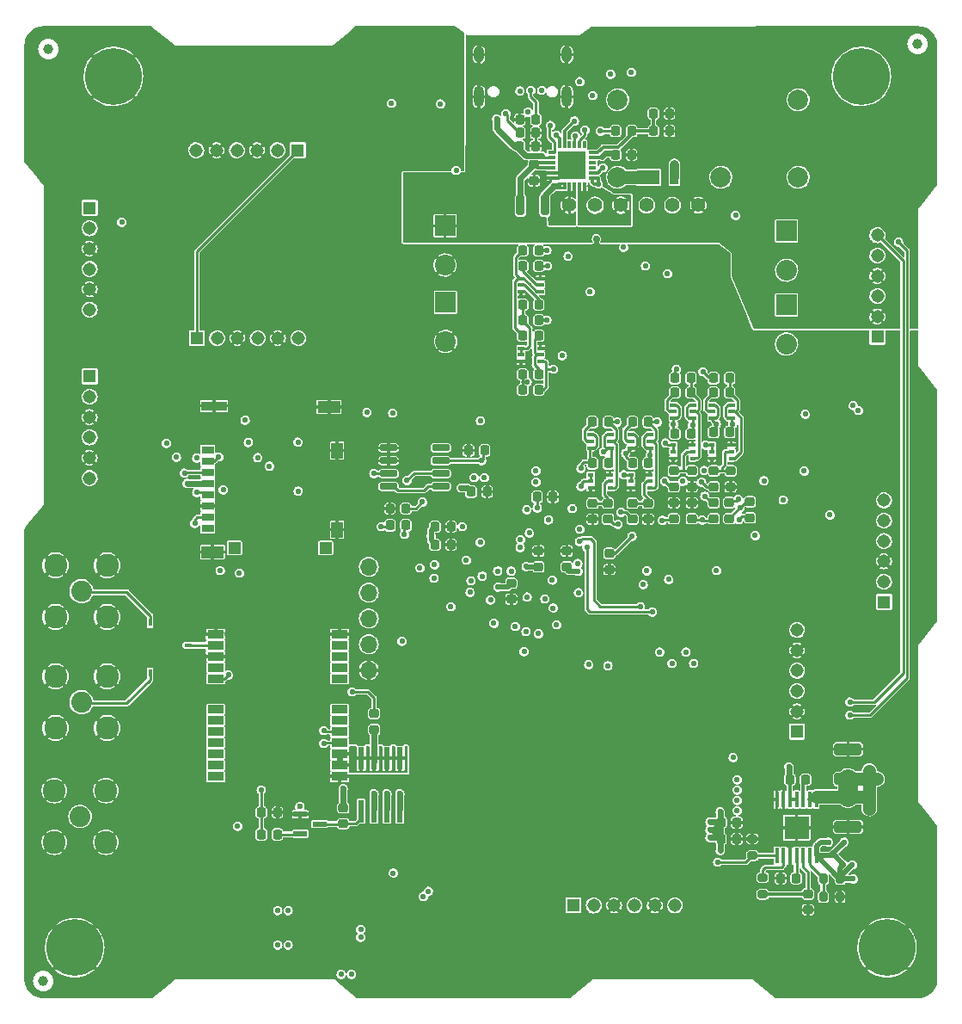
<source format=gbl>
%TF.GenerationSoftware,KiCad,Pcbnew,(6.0.5)*%
%TF.CreationDate,2022-08-04T22:39:56-07:00*%
%TF.ProjectId,mainboard,6d61696e-626f-4617-9264-2e6b69636164,rev?*%
%TF.SameCoordinates,Original*%
%TF.FileFunction,Copper,L4,Bot*%
%TF.FilePolarity,Positive*%
%FSLAX46Y46*%
G04 Gerber Fmt 4.6, Leading zero omitted, Abs format (unit mm)*
G04 Created by KiCad (PCBNEW (6.0.5)) date 2022-08-04 22:39:56*
%MOMM*%
%LPD*%
G01*
G04 APERTURE LIST*
G04 Aperture macros list*
%AMRoundRect*
0 Rectangle with rounded corners*
0 $1 Rounding radius*
0 $2 $3 $4 $5 $6 $7 $8 $9 X,Y pos of 4 corners*
0 Add a 4 corners polygon primitive as box body*
4,1,4,$2,$3,$4,$5,$6,$7,$8,$9,$2,$3,0*
0 Add four circle primitives for the rounded corners*
1,1,$1+$1,$2,$3*
1,1,$1+$1,$4,$5*
1,1,$1+$1,$6,$7*
1,1,$1+$1,$8,$9*
0 Add four rect primitives between the rounded corners*
20,1,$1+$1,$2,$3,$4,$5,0*
20,1,$1+$1,$4,$5,$6,$7,0*
20,1,$1+$1,$6,$7,$8,$9,0*
20,1,$1+$1,$8,$9,$2,$3,0*%
G04 Aperture macros list end*
%TA.AperFunction,ComponentPad*%
%ADD10O,1.700000X1.700000*%
%TD*%
%TA.AperFunction,ComponentPad*%
%ADD11C,5.600000*%
%TD*%
%TA.AperFunction,ComponentPad*%
%ADD12C,2.006600*%
%TD*%
%TA.AperFunction,ComponentPad*%
%ADD13C,2.050000*%
%TD*%
%TA.AperFunction,ComponentPad*%
%ADD14C,2.250000*%
%TD*%
%TA.AperFunction,ComponentPad*%
%ADD15R,2.032000X2.032000*%
%TD*%
%TA.AperFunction,ComponentPad*%
%ADD16C,2.032000*%
%TD*%
%TA.AperFunction,ComponentPad*%
%ADD17O,1.000000X2.100000*%
%TD*%
%TA.AperFunction,ComponentPad*%
%ADD18O,1.000000X1.600000*%
%TD*%
%TA.AperFunction,ComponentPad*%
%ADD19R,1.308000X1.308000*%
%TD*%
%TA.AperFunction,ComponentPad*%
%ADD20C,1.308000*%
%TD*%
%TA.AperFunction,SMDPad,CuDef*%
%ADD21R,1.625600X0.812800*%
%TD*%
%TA.AperFunction,SMDPad,CuDef*%
%ADD22R,0.762000X0.304800*%
%TD*%
%TA.AperFunction,SMDPad,CuDef*%
%ADD23R,0.304800X0.762000*%
%TD*%
%TA.AperFunction,SMDPad,CuDef*%
%ADD24R,2.794000X2.794000*%
%TD*%
%TA.AperFunction,SMDPad,CuDef*%
%ADD25RoundRect,0.218750X-0.218750X-0.256250X0.218750X-0.256250X0.218750X0.256250X-0.218750X0.256250X0*%
%TD*%
%TA.AperFunction,SMDPad,CuDef*%
%ADD26RoundRect,0.218750X0.256250X-0.218750X0.256250X0.218750X-0.256250X0.218750X-0.256250X-0.218750X0*%
%TD*%
%TA.AperFunction,SMDPad,CuDef*%
%ADD27RoundRect,0.218750X-0.256250X0.218750X-0.256250X-0.218750X0.256250X-0.218750X0.256250X0.218750X0*%
%TD*%
%TA.AperFunction,SMDPad,CuDef*%
%ADD28R,0.609600X2.209800*%
%TD*%
%TA.AperFunction,SMDPad,CuDef*%
%ADD29R,1.320800X0.558800*%
%TD*%
%TA.AperFunction,SMDPad,CuDef*%
%ADD30R,1.240000X0.800000*%
%TD*%
%TA.AperFunction,SMDPad,CuDef*%
%ADD31R,1.200000X1.160000*%
%TD*%
%TA.AperFunction,SMDPad,CuDef*%
%ADD32R,2.500000X0.950000*%
%TD*%
%TA.AperFunction,SMDPad,CuDef*%
%ADD33R,2.200000X1.150000*%
%TD*%
%TA.AperFunction,SMDPad,CuDef*%
%ADD34R,1.150000X1.500000*%
%TD*%
%TA.AperFunction,SMDPad,CuDef*%
%ADD35R,1.250000X1.160000*%
%TD*%
%TA.AperFunction,SMDPad,CuDef*%
%ADD36RoundRect,0.218750X0.218750X0.256250X-0.218750X0.256250X-0.218750X-0.256250X0.218750X-0.256250X0*%
%TD*%
%TA.AperFunction,SMDPad,CuDef*%
%ADD37RoundRect,0.150000X-0.725000X-0.150000X0.725000X-0.150000X0.725000X0.150000X-0.725000X0.150000X0*%
%TD*%
%TA.AperFunction,SMDPad,CuDef*%
%ADD38C,1.000000*%
%TD*%
%TA.AperFunction,SMDPad,CuDef*%
%ADD39R,0.300000X0.800000*%
%TD*%
%TA.AperFunction,SMDPad,CuDef*%
%ADD40R,0.800000X0.300000*%
%TD*%
%TA.AperFunction,SMDPad,CuDef*%
%ADD41R,2.800000X2.800000*%
%TD*%
%TA.AperFunction,SMDPad,CuDef*%
%ADD42RoundRect,0.177600X-0.222400X-0.822400X0.222400X-0.822400X0.222400X0.822400X-0.222400X0.822400X0*%
%TD*%
%TA.AperFunction,SMDPad,CuDef*%
%ADD43R,0.600000X0.400000*%
%TD*%
%TA.AperFunction,SMDPad,CuDef*%
%ADD44R,0.650000X0.400000*%
%TD*%
%TA.AperFunction,SMDPad,CuDef*%
%ADD45R,0.900000X1.400000*%
%TD*%
%TA.AperFunction,SMDPad,CuDef*%
%ADD46R,2.200000X1.400000*%
%TD*%
%TA.AperFunction,ComponentPad*%
%ADD47C,1.400000*%
%TD*%
%TA.AperFunction,SMDPad,CuDef*%
%ADD48RoundRect,0.225000X0.225000X0.250000X-0.225000X0.250000X-0.225000X-0.250000X0.225000X-0.250000X0*%
%TD*%
%TA.AperFunction,SMDPad,CuDef*%
%ADD49RoundRect,0.250000X1.100000X-0.325000X1.100000X0.325000X-1.100000X0.325000X-1.100000X-0.325000X0*%
%TD*%
%TA.AperFunction,SMDPad,CuDef*%
%ADD50RoundRect,0.250000X-1.100000X0.325000X-1.100000X-0.325000X1.100000X-0.325000X1.100000X0.325000X0*%
%TD*%
%TA.AperFunction,SMDPad,CuDef*%
%ADD51RoundRect,0.225000X-0.225000X-0.250000X0.225000X-0.250000X0.225000X0.250000X-0.225000X0.250000X0*%
%TD*%
%TA.AperFunction,SMDPad,CuDef*%
%ADD52RoundRect,0.225000X-0.250000X0.225000X-0.250000X-0.225000X0.250000X-0.225000X0.250000X0.225000X0*%
%TD*%
%TA.AperFunction,SMDPad,CuDef*%
%ADD53RoundRect,0.200000X-0.275000X0.200000X-0.275000X-0.200000X0.275000X-0.200000X0.275000X0.200000X0*%
%TD*%
%TA.AperFunction,SMDPad,CuDef*%
%ADD54RoundRect,0.200000X-0.200000X-0.275000X0.200000X-0.275000X0.200000X0.275000X-0.200000X0.275000X0*%
%TD*%
%TA.AperFunction,SMDPad,CuDef*%
%ADD55RoundRect,0.200000X0.200000X0.275000X-0.200000X0.275000X-0.200000X-0.275000X0.200000X-0.275000X0*%
%TD*%
%TA.AperFunction,SMDPad,CuDef*%
%ADD56R,0.304800X1.600200*%
%TD*%
%TA.AperFunction,SMDPad,CuDef*%
%ADD57R,2.460000X2.310000*%
%TD*%
%TA.AperFunction,ViaPad*%
%ADD58C,0.584200*%
%TD*%
%TA.AperFunction,ViaPad*%
%ADD59C,0.600000*%
%TD*%
%TA.AperFunction,Conductor*%
%ADD60C,0.508000*%
%TD*%
%TA.AperFunction,Conductor*%
%ADD61C,0.271780*%
%TD*%
%TA.AperFunction,Conductor*%
%ADD62C,0.279400*%
%TD*%
%TA.AperFunction,Conductor*%
%ADD63C,0.609600*%
%TD*%
%TA.AperFunction,Conductor*%
%ADD64C,0.234950*%
%TD*%
%TA.AperFunction,Conductor*%
%ADD65C,0.271781*%
%TD*%
%TA.AperFunction,Conductor*%
%ADD66C,1.270000*%
%TD*%
%TA.AperFunction,Conductor*%
%ADD67C,0.304800*%
%TD*%
%TA.AperFunction,Conductor*%
%ADD68C,1.905000*%
%TD*%
%TA.AperFunction,Conductor*%
%ADD69C,0.300000*%
%TD*%
%TA.AperFunction,Conductor*%
%ADD70C,0.293370*%
%TD*%
%TA.AperFunction,Conductor*%
%ADD71C,0.889000*%
%TD*%
%TA.AperFunction,Conductor*%
%ADD72C,0.250000*%
%TD*%
%TA.AperFunction,Conductor*%
%ADD73C,0.337947*%
%TD*%
G04 APERTURE END LIST*
D10*
X132384800Y-105816400D03*
X132384800Y-108356400D03*
X132384800Y-110896400D03*
X132384800Y-113436400D03*
X132384800Y-115976400D03*
D11*
X107236100Y-57564100D03*
X103426100Y-143294100D03*
X183426100Y-143294100D03*
X180896100Y-57564100D03*
D12*
X156892300Y-67485096D03*
X156892300Y-59865096D03*
X167052300Y-67485096D03*
X174672300Y-59865096D03*
X174672300Y-67485096D03*
D13*
X104076500Y-108204000D03*
D14*
X101536500Y-105664000D03*
X106616500Y-105664000D03*
X106616500Y-110744000D03*
X101536500Y-110744000D03*
D13*
X103949500Y-130365500D03*
D14*
X106489500Y-127825500D03*
X101409500Y-132905500D03*
X106489500Y-132905500D03*
X101409500Y-127825500D03*
D13*
X104076500Y-119126000D03*
D14*
X101536500Y-116586000D03*
X101536500Y-121666000D03*
X106616500Y-121666000D03*
X106616500Y-116586000D03*
D15*
X173532800Y-80035400D03*
D16*
X173532800Y-83891000D03*
D15*
X139954000Y-79781400D03*
D16*
X139954000Y-83637000D03*
D17*
X143232000Y-59563000D03*
X151872000Y-59563000D03*
D18*
X151872000Y-55413000D03*
X143232000Y-55413000D03*
D19*
X182473600Y-83181200D03*
D20*
X182473600Y-81181200D03*
X182473600Y-79181200D03*
X182473600Y-77181200D03*
X182473600Y-75181200D03*
X182473600Y-73181200D03*
D19*
X174561500Y-122030500D03*
D20*
X174561500Y-120030500D03*
X174561500Y-118030500D03*
X174561500Y-116030500D03*
X174561500Y-114030500D03*
X174561500Y-112030500D03*
D19*
X183134000Y-109267000D03*
D20*
X183134000Y-107267000D03*
X183134000Y-105267000D03*
X183134000Y-103267000D03*
X183134000Y-101267000D03*
X183134000Y-99267000D03*
D19*
X152543500Y-139128500D03*
D20*
X154543500Y-139128500D03*
X156543500Y-139128500D03*
X158543500Y-139128500D03*
X160543500Y-139128500D03*
X162543500Y-139128500D03*
D19*
X104902000Y-70501500D03*
D20*
X104902000Y-72501500D03*
X104902000Y-74501500D03*
X104902000Y-76501500D03*
X104902000Y-78501500D03*
X104902000Y-80501500D03*
D19*
X115446800Y-83312000D03*
D20*
X117446800Y-83312000D03*
X119446800Y-83312000D03*
X121446800Y-83312000D03*
X123446800Y-83312000D03*
X125446800Y-83312000D03*
D19*
X125396000Y-64820800D03*
D20*
X123396000Y-64820800D03*
X121396000Y-64820800D03*
X119396000Y-64820800D03*
X117396000Y-64820800D03*
X115396000Y-64820800D03*
D19*
X104902000Y-87075000D03*
D20*
X104902000Y-89075000D03*
X104902000Y-91075000D03*
X104902000Y-93075000D03*
X104902000Y-95075000D03*
X104902000Y-97075000D03*
D15*
X139903200Y-72263000D03*
D16*
X139903200Y-76118600D03*
D15*
X173532800Y-72771000D03*
D16*
X173532800Y-76626600D03*
D21*
X117307062Y-126446543D03*
X117307062Y-125346543D03*
X117307062Y-124246543D03*
X117307062Y-123146543D03*
X117307062Y-122046543D03*
X117307062Y-120946543D03*
X117307062Y-119846543D03*
X117307062Y-116846543D03*
X117307062Y-115746543D03*
X117307062Y-114646543D03*
X117307062Y-113546543D03*
X117307062Y-112446543D03*
X129507062Y-112446543D03*
X129507062Y-113546543D03*
X129507062Y-114646543D03*
X129507062Y-115746543D03*
X129507062Y-116846543D03*
X129507062Y-119846543D03*
X129507062Y-120946543D03*
X129507062Y-122046543D03*
X129507062Y-123146543D03*
X129507062Y-124246543D03*
X129507062Y-125346543D03*
X129507062Y-126446543D03*
D22*
X114598378Y-112028150D03*
X114598378Y-112528150D03*
X114598378Y-113028150D03*
X114598378Y-113528150D03*
X114598378Y-114028150D03*
X114598378Y-114528150D03*
X114598378Y-115028150D03*
X114598378Y-115528150D03*
D23*
X113848378Y-116278150D03*
X113348378Y-116278150D03*
X112848378Y-116278150D03*
X112348378Y-116278150D03*
X111848378Y-116278150D03*
X111348378Y-116278150D03*
X110848378Y-116278150D03*
X110348378Y-116278150D03*
D22*
X109598378Y-115528150D03*
X109598378Y-115028150D03*
X109598378Y-114528150D03*
X109598378Y-114028150D03*
X109598378Y-113528150D03*
X109598378Y-113028150D03*
X109598378Y-112528150D03*
X109598378Y-112028150D03*
D23*
X110348378Y-111278150D03*
X110848378Y-111278150D03*
X111348378Y-111278150D03*
X111848378Y-111278150D03*
X112348378Y-111278150D03*
X112848378Y-111278150D03*
X113348378Y-111278150D03*
X113848378Y-111278150D03*
D24*
X112098378Y-113778150D03*
D25*
X134467500Y-100076000D03*
X136042500Y-100076000D03*
D26*
X151892000Y-105816500D03*
X151892000Y-104241500D03*
X149098000Y-105816500D03*
X149098000Y-104241500D03*
D27*
X164211000Y-99501696D03*
X164211000Y-101076696D03*
D28*
X135445500Y-129870200D03*
X134175500Y-129870200D03*
X132905500Y-129870200D03*
X131635500Y-129870200D03*
X131635500Y-124637800D03*
X132905500Y-124637800D03*
X134175500Y-124637800D03*
X135445500Y-124637800D03*
D25*
X121802100Y-132128096D03*
X123377100Y-132128096D03*
X121802100Y-129969096D03*
X123377100Y-129969096D03*
D27*
X129857500Y-129514500D03*
X129857500Y-131089500D03*
D29*
X125650300Y-132064596D03*
X125650300Y-130159596D03*
X127529900Y-131112096D03*
D25*
X142214500Y-94361000D03*
X143789500Y-94361000D03*
X142468500Y-98425000D03*
X144043500Y-98425000D03*
D30*
X116517500Y-94318500D03*
X116517500Y-95418500D03*
X116517500Y-96518500D03*
X116517500Y-97618500D03*
X116517500Y-98718500D03*
X116517500Y-99818500D03*
X116517500Y-100918500D03*
X116517500Y-102018500D03*
D31*
X128147500Y-103958500D03*
D32*
X117147500Y-89973500D03*
D33*
X116997500Y-104363500D03*
X128477500Y-90073500D03*
D34*
X129272500Y-94378500D03*
X129272500Y-102158500D03*
D35*
X119147500Y-103958500D03*
D27*
X146431000Y-107416500D03*
X146431000Y-108991500D03*
D36*
X140487500Y-101854000D03*
X138912500Y-101854000D03*
D37*
X134331000Y-97917000D03*
X134331000Y-96647000D03*
X134331000Y-95377000D03*
X134331000Y-94107000D03*
X139481000Y-94107000D03*
X139481000Y-95377000D03*
X139481000Y-96647000D03*
X139481000Y-97917000D03*
D38*
X186436000Y-54356000D03*
D25*
X147269100Y-61798200D03*
X148844100Y-61798200D03*
D39*
X151150000Y-64294000D03*
X151650000Y-64294000D03*
X152150000Y-64294000D03*
X152650000Y-64294000D03*
X153150000Y-64294000D03*
X153650000Y-64294000D03*
D40*
X154400000Y-65044000D03*
X154400000Y-65544000D03*
X154400000Y-66044000D03*
X154400000Y-66544000D03*
X154400000Y-67044000D03*
X154400000Y-67544000D03*
D39*
X153650000Y-68294000D03*
X153150000Y-68294000D03*
X152650000Y-68294000D03*
X152150000Y-68294000D03*
X151650000Y-68294000D03*
X151150000Y-68294000D03*
D40*
X150400000Y-67544000D03*
X150400000Y-67044000D03*
X150400000Y-66544000D03*
X150400000Y-66044000D03*
X150400000Y-65544000D03*
X150400000Y-65044000D03*
D41*
X152400000Y-66294000D03*
D36*
X158267500Y-65278000D03*
X156692500Y-65278000D03*
D26*
X148666200Y-67818100D03*
X148666200Y-66243100D03*
D36*
X162001300Y-62941200D03*
X160426300Y-62941200D03*
X148818700Y-64414400D03*
X147243700Y-64414400D03*
D25*
X156692500Y-62941200D03*
X158267500Y-62941200D03*
D36*
X148844100Y-63093600D03*
X147269100Y-63093600D03*
D27*
X162433000Y-99501696D03*
X162433000Y-101076696D03*
X156083000Y-104495500D03*
X156083000Y-106070500D03*
D25*
X148945500Y-98933000D03*
X150520500Y-98933000D03*
D36*
X162001300Y-61214000D03*
X160426300Y-61214000D03*
D42*
X147320000Y-70231000D03*
X149720000Y-70231000D03*
D25*
X147548500Y-83058000D03*
X149123500Y-83058000D03*
D27*
X159893000Y-99542500D03*
X159893000Y-101117500D03*
X164211000Y-96367500D03*
X164211000Y-97942500D03*
X168021000Y-96367500D03*
X168021000Y-97942500D03*
D43*
X158181000Y-98059000D03*
X158181000Y-97409000D03*
X158181000Y-96759000D03*
X160081000Y-96759000D03*
X160081000Y-97409000D03*
X160081000Y-98059000D03*
D44*
X166182000Y-91201000D03*
X166182000Y-90551000D03*
X166182000Y-89901000D03*
X168082000Y-89901000D03*
X168082000Y-90551000D03*
X168082000Y-91201000D03*
D43*
X166182000Y-95138000D03*
X166182000Y-94488000D03*
X166182000Y-93838000D03*
X168082000Y-93838000D03*
X168082000Y-94488000D03*
X168082000Y-95138000D03*
D25*
X147548500Y-88392000D03*
X149123500Y-88392000D03*
D36*
X149123500Y-81534000D03*
X147548500Y-81534000D03*
X149123500Y-74676000D03*
X147548500Y-74676000D03*
D25*
X147548500Y-76200000D03*
X149123500Y-76200000D03*
X154406500Y-91567000D03*
X155981500Y-91567000D03*
D26*
X158369000Y-101117500D03*
X158369000Y-99542500D03*
D25*
X162534500Y-87249000D03*
X164109500Y-87249000D03*
X166344500Y-87249000D03*
X167919500Y-87249000D03*
X162534500Y-88646000D03*
X164109500Y-88646000D03*
X166344500Y-88646000D03*
X167919500Y-88646000D03*
D26*
X166370000Y-97942500D03*
X166370000Y-96367500D03*
D36*
X159918500Y-95631000D03*
X158343500Y-95631000D03*
X164109500Y-92710000D03*
X162534500Y-92710000D03*
X167919500Y-92557600D03*
X166344500Y-92557600D03*
D44*
X162372000Y-91201000D03*
X162372000Y-90551000D03*
X162372000Y-89901000D03*
X164272000Y-89901000D03*
X164272000Y-90551000D03*
X164272000Y-91201000D03*
D43*
X162372000Y-95138000D03*
X162372000Y-94488000D03*
X162372000Y-93838000D03*
X164272000Y-93838000D03*
X164272000Y-94488000D03*
X164272000Y-95138000D03*
D44*
X158181000Y-94122000D03*
X158181000Y-93472000D03*
X158181000Y-92822000D03*
X160081000Y-92822000D03*
X160081000Y-93472000D03*
X160081000Y-94122000D03*
D26*
X155956000Y-101117500D03*
X155956000Y-99542500D03*
D43*
X154244000Y-98059000D03*
X154244000Y-97409000D03*
X154244000Y-96759000D03*
X156144000Y-96759000D03*
X156144000Y-97409000D03*
X156144000Y-98059000D03*
D27*
X154432000Y-99542500D03*
X154432000Y-101117500D03*
D25*
X158343500Y-91567000D03*
X159918500Y-91567000D03*
D26*
X162433000Y-97942500D03*
X162433000Y-96367500D03*
D27*
X166370000Y-99504400D03*
X166370000Y-101079400D03*
X167894000Y-99479000D03*
X167894000Y-101054000D03*
D26*
X169926000Y-100990500D03*
X169926000Y-99415500D03*
D45*
X162486000Y-67500500D03*
D46*
X159936000Y-67500500D03*
D44*
X147386000Y-78755000D03*
X147386000Y-78105000D03*
X147386000Y-77455000D03*
X149286000Y-77455000D03*
X149286000Y-78105000D03*
X149286000Y-78755000D03*
X147386000Y-85613000D03*
X147386000Y-84963000D03*
X147386000Y-84313000D03*
X149286000Y-84313000D03*
X149286000Y-84963000D03*
X149286000Y-85613000D03*
D36*
X149123500Y-80010000D03*
X147548500Y-80010000D03*
D47*
X152146000Y-70231000D03*
X154686000Y-70231000D03*
X157226000Y-70231000D03*
X159766000Y-70231000D03*
X162306000Y-70231000D03*
X164846000Y-70231000D03*
D25*
X147548500Y-86868000D03*
X149123500Y-86868000D03*
D36*
X155981500Y-95631000D03*
X154406500Y-95631000D03*
D44*
X154244000Y-94122000D03*
X154244000Y-93472000D03*
X154244000Y-92822000D03*
X156144000Y-92822000D03*
X156144000Y-93472000D03*
X156144000Y-94122000D03*
D25*
X138912500Y-103632000D03*
X140487500Y-103632000D03*
X134467500Y-101727000D03*
X136042500Y-101727000D03*
D27*
X132905500Y-120243500D03*
X132905500Y-121818500D03*
D48*
X168631200Y-130962400D03*
X167081200Y-130962400D03*
X168618200Y-132588000D03*
X167068200Y-132588000D03*
D49*
X179578000Y-126697000D03*
X179578000Y-123747000D03*
D50*
X179578000Y-128446000D03*
X179578000Y-131396000D03*
D51*
X173850000Y-126746000D03*
X175400000Y-126746000D03*
D48*
X174485600Y-136448800D03*
X172935600Y-136448800D03*
D52*
X175641000Y-138010600D03*
X175641000Y-139560600D03*
D53*
X170154600Y-132575800D03*
X170154600Y-134225800D03*
D54*
X177152800Y-136499600D03*
X178802800Y-136499600D03*
D55*
X178802800Y-138277600D03*
X177152800Y-138277600D03*
D53*
X171170600Y-136385800D03*
X171170600Y-138035800D03*
D56*
X176473434Y-134239000D03*
X175823421Y-134239000D03*
X175173412Y-134239000D03*
X174523400Y-134239000D03*
X173873388Y-134239000D03*
X173223379Y-134239000D03*
X172573366Y-134239000D03*
X172573366Y-128701800D03*
X173223379Y-128701800D03*
X173873388Y-128701800D03*
X174523400Y-128701800D03*
X175173412Y-128701800D03*
X175823421Y-128701800D03*
X176473434Y-128701800D03*
D57*
X174523400Y-131470400D03*
D38*
X100838000Y-54864000D03*
X100330000Y-146558000D03*
D58*
X180340000Y-115570000D03*
X166370000Y-117094000D03*
X163830000Y-118364000D03*
X164592000Y-117602000D03*
X162866000Y-117550000D03*
X167080000Y-117550000D03*
X161544000Y-117550000D03*
X163830000Y-119126000D03*
X129511100Y-111084196D03*
X115757000Y-111300096D03*
X115706200Y-115262496D03*
X111997800Y-117221000D03*
X108441800Y-112722496D03*
X115757000Y-112468496D03*
X118678000Y-111046096D03*
X113521800Y-110233296D03*
X114592100Y-117345296D03*
X114588600Y-110233296D03*
X108441800Y-113738496D03*
X118678000Y-113992496D03*
X118678000Y-112519296D03*
X172056100Y-98092096D03*
X115757000Y-110233296D03*
X112458500Y-110233296D03*
X108441800Y-114754496D03*
X115706200Y-114297296D03*
X170766100Y-100046496D03*
X171361237Y-100649596D03*
X113191600Y-114856096D03*
X113191600Y-112697096D03*
X111032600Y-114856096D03*
X111032600Y-112697096D03*
D59*
X114490500Y-130492500D03*
X112712500Y-130492500D03*
X108018580Y-129528060D03*
X109283500Y-132667500D03*
X110553500Y-132667500D03*
X109283500Y-131397500D03*
X110553500Y-131397500D03*
X109288580Y-127038860D03*
X111828580Y-129528060D03*
X111828580Y-127038860D03*
X109288580Y-129528060D03*
X110558580Y-127038860D03*
X110558580Y-128308860D03*
X111828580Y-128308860D03*
X109288580Y-128308860D03*
X110558580Y-129528060D03*
D58*
X114617500Y-116306600D03*
D59*
X142156000Y-141605000D03*
X142156000Y-139446000D03*
D58*
X107835700Y-120142000D03*
X108902500Y-120142000D03*
X110426500Y-118618000D03*
X109664500Y-119380000D03*
X111442500Y-118872000D03*
X109918500Y-120396000D03*
X110680500Y-119634000D03*
X108394500Y-107188000D03*
X109410500Y-107696000D03*
X110934500Y-109220000D03*
X110172500Y-108458000D03*
X111188500Y-108204000D03*
X110426500Y-107442000D03*
X109410500Y-106680000D03*
X108290360Y-106166920D03*
X154813000Y-73533000D03*
X145093023Y-114167920D03*
X140004800Y-114167920D03*
X109504480Y-110848140D03*
X108635800Y-117706140D03*
X107904280Y-118437660D03*
X109296200Y-116862860D03*
D59*
X113601500Y-131381500D03*
X108013500Y-131397500D03*
X111823500Y-132667500D03*
X111823500Y-134175500D03*
X115379500Y-136588500D03*
X111823500Y-136588500D03*
X113093500Y-136588500D03*
X114236500Y-136588500D03*
X110553500Y-136588500D03*
X109283500Y-136588500D03*
X110553500Y-134175500D03*
X109283500Y-134175500D03*
X116395500Y-136588500D03*
X113601500Y-129528060D03*
X116395500Y-131635500D03*
D58*
X111188500Y-117856000D03*
X112204500Y-118237000D03*
X111569500Y-109855000D03*
X112077500Y-109093000D03*
X112098378Y-113778150D03*
D59*
X141013000Y-141605000D03*
X172847028Y-91948000D03*
X111823500Y-135318500D03*
X110553500Y-135318500D03*
X109283500Y-135318500D03*
X116395500Y-132667500D03*
D58*
X114998500Y-132675400D03*
D59*
X135600000Y-140462000D03*
X118688600Y-123444000D03*
X120078500Y-123444000D03*
X119443500Y-121856500D03*
X119443500Y-124777500D03*
X141600000Y-140462000D03*
X141013000Y-139446000D03*
X139362000Y-140462000D03*
D58*
X137160000Y-117221000D03*
X139700000Y-57657968D03*
X160274000Y-86233000D03*
X118681500Y-115316000D03*
X157558670Y-107554376D03*
X157861000Y-104902000D03*
X177291990Y-102997000D03*
X161150000Y-99470000D03*
X150241000Y-97789990D03*
X141478000Y-103251000D03*
X163039415Y-107164853D03*
X165862000Y-101981000D03*
X162534600Y-102044500D03*
X169416121Y-101880720D03*
X170688000Y-98057978D03*
X178435000Y-90550992D03*
X177736512Y-99123500D03*
X163228020Y-91485720D03*
X161360000Y-100310000D03*
X176784000Y-96265946D03*
X133223000Y-58229500D03*
X159880538Y-102796073D03*
X136230508Y-145763830D03*
X150495000Y-105613194D03*
X114998500Y-131635500D03*
X173990000Y-106172026D03*
X163576000Y-75691990D03*
X156083000Y-108004589D03*
X165353581Y-99822000D03*
X113445596Y-101663500D03*
X137033000Y-113157000D03*
X159131000Y-102976402D03*
X168275004Y-106172000D03*
X142787262Y-99949008D03*
X145109398Y-108964855D03*
X132905500Y-128143000D03*
X130683000Y-145921200D03*
X123420500Y-143025600D03*
X124447300Y-143025600D03*
X147891500Y-105791000D03*
X141478000Y-98044000D03*
X152984198Y-106222800D03*
X162687000Y-86360036D03*
X134175500Y-128143000D03*
X161284439Y-101229348D03*
X140991989Y-66805564D03*
X114490500Y-97599506D03*
X135890000Y-102616000D03*
X129857500Y-127635000D03*
X165290500Y-86614000D03*
X139446000Y-60261500D03*
X145112578Y-107801400D03*
X135445500Y-128143000D03*
X165417500Y-96329500D03*
X129667000Y-145921200D03*
X148977822Y-100028890D03*
X163309300Y-97398840D03*
X132884707Y-96647000D03*
X159639000Y-76200054D03*
X151447500Y-85026500D03*
X121794254Y-127775956D03*
X142450000Y-107190600D03*
X141986000Y-105156000D03*
X138862333Y-105615821D03*
X143353747Y-103387546D03*
X137667998Y-99440984D03*
X135661400Y-113131600D03*
X137750000Y-138250000D03*
X181688000Y-126697000D03*
X147977860Y-87627462D03*
X149923500Y-81534000D03*
X138250000Y-137750000D03*
X165484200Y-98853386D03*
X181688000Y-129286000D03*
X168783000Y-99187000D03*
X181688000Y-127557000D03*
X149923500Y-74676000D03*
X181688000Y-125906000D03*
X182450000Y-126697000D03*
X181688000Y-128446000D03*
X142748000Y-97028038D03*
X147269194Y-58978800D03*
X150291802Y-62382400D03*
X143764000Y-97028000D03*
X150850602Y-63347600D03*
X148056596Y-61061600D03*
X153162000Y-102108000D03*
X161797996Y-76962000D03*
X180594000Y-90424000D03*
X180090000Y-89960000D03*
X162486000Y-66192400D03*
X165222346Y-101218996D03*
X149733000Y-108966000D03*
X120532173Y-93576117D03*
X150088600Y-101193600D03*
X125412492Y-93535508D03*
X148209022Y-102489000D03*
X121448264Y-95068454D03*
X115436533Y-95098030D03*
X147319996Y-103124000D03*
X122593101Y-95897700D03*
X113439862Y-95017519D03*
X161925000Y-107061000D03*
X152971500Y-105473500D03*
X150444200Y-107111800D03*
X159766000Y-106206909D03*
X153035000Y-108370000D03*
X159410000Y-107560000D03*
X138532000Y-102771000D03*
X152019000Y-75247500D03*
X157479994Y-74358508D03*
X150545649Y-109859944D03*
X166624000Y-106172000D03*
X175260000Y-96392984D03*
X171295947Y-97331943D03*
X168840000Y-101180000D03*
X168940526Y-100029000D03*
X136144000Y-97310585D03*
X143498559Y-95365551D03*
X147980062Y-108780025D03*
X170434000Y-102743000D03*
X127952500Y-121920000D03*
X140462002Y-109728000D03*
X127952500Y-123190002D03*
X142367000Y-108331000D03*
X118554500Y-116459008D03*
X130746500Y-118110000D03*
X138811000Y-106934000D03*
X117747136Y-106172000D03*
X119634000Y-106426000D03*
X137414000Y-105918000D03*
D59*
X125603000Y-129413000D03*
D58*
X144706619Y-111365136D03*
X145880510Y-61214000D03*
X148336000Y-58928000D03*
X154061149Y-54689867D03*
X168656000Y-75031500D03*
X148463044Y-72644000D03*
X151028400Y-73279000D03*
X150774400Y-61036200D03*
D59*
X151485600Y-66675004D03*
D58*
X168656000Y-73558500D03*
X144353278Y-61020960D03*
X148590000Y-69342000D03*
X144983204Y-61722000D03*
X153162000Y-58077110D03*
X149415516Y-58928000D03*
X155194000Y-62941200D03*
X154432000Y-59435984D03*
X154051000Y-115443000D03*
X157688280Y-94625160D03*
X162384740Y-91815920D03*
X153141198Y-103331750D03*
X159131000Y-109728000D03*
X155927424Y-115541424D03*
X160308924Y-110264576D03*
X153289000Y-96139000D03*
X166598578Y-91749582D03*
X153870000Y-103910000D03*
X168503500Y-71247000D03*
X150622000Y-68326000D03*
X154965400Y-68122800D03*
X119468900Y-131330700D03*
X144372787Y-109067600D03*
X134620000Y-60198000D03*
X143383000Y-91440000D03*
X173199100Y-99235096D03*
X177800000Y-100711000D03*
X150824832Y-71831568D03*
X153441400Y-71755000D03*
X117602000Y-94996000D03*
X141605000Y-101853986D03*
X120205500Y-91376500D03*
X133604000Y-101854000D03*
X158305500Y-102806500D03*
X150558500Y-86360000D03*
X154178000Y-78740048D03*
X157226000Y-100457000D03*
X160091120Y-94791540D03*
X160782000Y-91567000D03*
X155506422Y-94485460D03*
X156926280Y-101630480D03*
X156845000Y-91567000D03*
X118046500Y-98234500D03*
X125438600Y-98361500D03*
X157507940Y-96758760D03*
X153289000Y-97917000D03*
X153672540Y-62844680D03*
X164266880Y-91892120D03*
X161544000Y-97409000D03*
X168210000Y-91740000D03*
X165163504Y-97472500D03*
X152734044Y-63439050D03*
X161620000Y-93620000D03*
X165549580Y-93840300D03*
X149987000Y-76200000D03*
X147955000Y-100202990D03*
X156210000Y-57340502D03*
X152628600Y-61950600D03*
X158242000Y-57150000D03*
X155448000Y-66548000D03*
X124447300Y-139625600D03*
X123420500Y-139625600D03*
X131598000Y-142250000D03*
X131598000Y-141500000D03*
X147290304Y-103915696D03*
X134793991Y-135936991D03*
X114236500Y-96583500D03*
X115439817Y-98487335D03*
X112458500Y-93662500D03*
X115252500Y-101536500D03*
X168656000Y-126746000D03*
X168656000Y-128778000D03*
X179146200Y-135128000D03*
X167005000Y-129921000D03*
X168656000Y-129794000D03*
X180086000Y-136525000D03*
X167005000Y-133731000D03*
X168656000Y-127762000D03*
X179197000Y-132892800D03*
X180009800Y-135128000D03*
X177647600Y-132892800D03*
X165989000Y-131699000D03*
X165989000Y-132461000D03*
X165989000Y-130937000D03*
X173758000Y-125498000D03*
X147675600Y-114147600D03*
X161036000Y-114198400D03*
X179768809Y-119113609D03*
X163626800Y-114198400D03*
X143560800Y-106730800D03*
X162255200Y-115316000D03*
X184556400Y-73863200D03*
X179781200Y-120396000D03*
X145084800Y-106222800D03*
X164388800Y-115316000D03*
X146405600Y-106222800D03*
X148844014Y-96370000D03*
X134747026Y-90678000D03*
X108051600Y-71903043D03*
X148855000Y-97472496D03*
X132207000Y-90614500D03*
X168275000Y-124587000D03*
X146810000Y-111680000D03*
X166751000Y-134874000D03*
X149098000Y-112395000D03*
X150876000Y-111506000D03*
X147878800Y-112191800D03*
X175387000Y-90805000D03*
X152425400Y-100075998D03*
D60*
X145525669Y-107801400D02*
X145112578Y-107801400D01*
X152069800Y-106222800D02*
X152571107Y-106222800D01*
D61*
X166344500Y-87122000D02*
X165798500Y-87122000D01*
D62*
X162560000Y-101165596D02*
X161348191Y-101165596D01*
D63*
X132905500Y-128066800D02*
X132905500Y-129667000D01*
D64*
X135890000Y-101879500D02*
X135890000Y-102616000D01*
D61*
X148945500Y-99996568D02*
X148977822Y-100028890D01*
D63*
X114509494Y-97618500D02*
X114490500Y-97599506D01*
D60*
X147917000Y-105816500D02*
X147891500Y-105791000D01*
X149098000Y-105816500D02*
X147917000Y-105816500D01*
D63*
X142494000Y-98425000D02*
X142113000Y-98044000D01*
D62*
X161348191Y-101165596D02*
X161284439Y-101229348D01*
D61*
X165798500Y-87122000D02*
X165290500Y-86614000D01*
D60*
X151828500Y-105981500D02*
X152069800Y-106222800D01*
X146071600Y-107801400D02*
X145525669Y-107801400D01*
D63*
X135445500Y-128066800D02*
X135445500Y-129667000D01*
D60*
X146431000Y-107442000D02*
X146071600Y-107801400D01*
D64*
X134331000Y-96647000D02*
X132884707Y-96647000D01*
X136042500Y-101727000D02*
X135890000Y-101879500D01*
D63*
X134175500Y-128066800D02*
X134175500Y-129667000D01*
X129857500Y-129514500D02*
X129857500Y-127635000D01*
X142113000Y-98044000D02*
X141478000Y-98044000D01*
X116517500Y-97618500D02*
X114509494Y-97618500D01*
D60*
X152571107Y-106222800D02*
X152984198Y-106222800D01*
D61*
X148945500Y-98933000D02*
X148945500Y-99996568D01*
X162534500Y-87312500D02*
X162534500Y-86512536D01*
X162534500Y-86512536D02*
X162687000Y-86360036D01*
D65*
X121794254Y-128189047D02*
X121794254Y-127775956D01*
X121794254Y-132073442D02*
X121794254Y-128189047D01*
D64*
X136042500Y-100076000D02*
X137032982Y-100076000D01*
X137032982Y-100076000D02*
X137667998Y-99440984D01*
D66*
X181688000Y-126697000D02*
X181688000Y-126697000D01*
X181688000Y-128446000D02*
X181688000Y-128446000D01*
X181688000Y-127557000D02*
X181688000Y-128446000D01*
D67*
X149123500Y-81534000D02*
X149923500Y-81534000D01*
D66*
X156907704Y-67500500D02*
X156892300Y-67485096D01*
X179578000Y-126697000D02*
X181688000Y-126697000D01*
D61*
X147548500Y-88392000D02*
X147548500Y-87592000D01*
D66*
X181688000Y-126697000D02*
X181688000Y-127557000D01*
D67*
X149123500Y-74676000D02*
X149923500Y-74676000D01*
D66*
X181688000Y-126697000D02*
X181688000Y-125906000D01*
X159936000Y-67500500D02*
X156907704Y-67500500D01*
X179578000Y-128446000D02*
X176481000Y-128446000D01*
D61*
X147548500Y-87592000D02*
X147548500Y-86868000D01*
X166135214Y-99504400D02*
X165484200Y-98853386D01*
X168059000Y-99314000D02*
X168719500Y-99314000D01*
X167894000Y-99479000D02*
X168059000Y-99314000D01*
D67*
X147942398Y-87592000D02*
X147977860Y-87627462D01*
D60*
X175823421Y-128701800D02*
X176473434Y-128701800D01*
D66*
X181688000Y-126697000D02*
X182450000Y-126697000D01*
D67*
X147548500Y-87592000D02*
X147942398Y-87592000D01*
D66*
X181688000Y-128446000D02*
X181688000Y-129589000D01*
D68*
X179578000Y-126697000D02*
X179578000Y-128446000D01*
D61*
X166370000Y-99504400D02*
X166135214Y-99504400D01*
D66*
X179578000Y-128446000D02*
X181688000Y-128446000D01*
D62*
X150190000Y-62484202D02*
X150291802Y-62382400D01*
X150646828Y-63996828D02*
X150190000Y-63540000D01*
X150616600Y-65044000D02*
X150622000Y-65049400D01*
X150400000Y-65044000D02*
X150647400Y-65044000D01*
X150647400Y-63996828D02*
X150646828Y-63996828D01*
X150400000Y-65044000D02*
X150616600Y-65044000D01*
X150647400Y-65044000D02*
X150647400Y-63996828D01*
X150190000Y-63540000D02*
X150190000Y-62484202D01*
D69*
X151150000Y-64294000D02*
X151150000Y-63646998D01*
X151150000Y-63646998D02*
X150850602Y-63347600D01*
D63*
X129507062Y-124246543D02*
X129507062Y-125346543D01*
X132905500Y-121793000D02*
X132905500Y-124993300D01*
D70*
X114598378Y-113528150D02*
X117288669Y-113528150D01*
D71*
X162486000Y-67500500D02*
X162486000Y-66192400D01*
D62*
X166370000Y-101092000D02*
X166202839Y-101259161D01*
X166202839Y-101259161D02*
X165262511Y-101259161D01*
X165262511Y-101259161D02*
X165222346Y-101218996D01*
X164464996Y-101218996D02*
X165222346Y-101218996D01*
D70*
X110848378Y-116930930D02*
X108546412Y-119232896D01*
X108546412Y-119232896D02*
X105192368Y-119232896D01*
X105192368Y-119232896D02*
X104047600Y-119232896D01*
X110848378Y-116278150D02*
X110848378Y-116930930D01*
X110848378Y-110625370D02*
X108545716Y-108322708D01*
X110848378Y-111278150D02*
X110848378Y-110625370D01*
X108545716Y-108322708D02*
X104047600Y-108322708D01*
D60*
X138532000Y-102234500D02*
X138912500Y-101854000D01*
X138532000Y-102771000D02*
X138532000Y-103251500D01*
X138532000Y-103251500D02*
X138912500Y-103632000D01*
X138532000Y-102771000D02*
X138532000Y-102234500D01*
D65*
X123439600Y-132128096D02*
X125586800Y-132128096D01*
D62*
X129349500Y-131089500D02*
X131102000Y-131089500D01*
X129326904Y-131112096D02*
X129349500Y-131089500D01*
X131102000Y-131089500D02*
X131508500Y-130683000D01*
X127529900Y-131112096D02*
X129326904Y-131112096D01*
D65*
X169926000Y-100838000D02*
X169132000Y-100838000D01*
X169132000Y-100838000D02*
X168790000Y-101180000D01*
D61*
X168919000Y-100029000D02*
X168940526Y-100029000D01*
X169926000Y-99415500D02*
X169554026Y-99415500D01*
X167894000Y-101054000D02*
X168919000Y-100029000D01*
X169554026Y-99415500D02*
X168940526Y-100029000D01*
X139481000Y-96647000D02*
X139434009Y-96600009D01*
X136854576Y-96600009D02*
X136144000Y-97310585D01*
X139434009Y-96600009D02*
X136854576Y-96600009D01*
X143637000Y-94361000D02*
X143637000Y-95227110D01*
X139446000Y-95377000D02*
X143487110Y-95377000D01*
X143637000Y-95227110D02*
X143498559Y-95365551D01*
X143487110Y-95377000D02*
X143498559Y-95365551D01*
D64*
X129507062Y-122046543D02*
X128079043Y-122046543D01*
X129507062Y-123146543D02*
X127995959Y-123146543D01*
D62*
X132905500Y-120269000D02*
X132905500Y-118745000D01*
X132905500Y-118745000D02*
X132270500Y-118110000D01*
X117307062Y-116846543D02*
X118166965Y-116846543D01*
X118166965Y-116846543D02*
X118554500Y-116459008D01*
X132270500Y-118110000D02*
X130746500Y-118110000D01*
D61*
X138193500Y-97917000D02*
X137812500Y-98298000D01*
X134874000Y-97917000D02*
X134331000Y-97917000D01*
X135255000Y-98298000D02*
X134874000Y-97917000D01*
X137812500Y-98298000D02*
X135255000Y-98298000D01*
X139481000Y-97917000D02*
X138193500Y-97917000D01*
D62*
X145999200Y-61874400D02*
X145999200Y-61332690D01*
X147243800Y-63119000D02*
X145999200Y-61874400D01*
X145999200Y-61332690D02*
X145880510Y-61214000D01*
X148310600Y-59537600D02*
X148310600Y-59055004D01*
X148844100Y-61798200D02*
X148844100Y-60071100D01*
X148844100Y-60071100D02*
X148310600Y-59537600D01*
X148310600Y-59055004D02*
X148310596Y-59055000D01*
D69*
X149733000Y-67538600D02*
X151118000Y-67538600D01*
D62*
X148818700Y-64414400D02*
X148818700Y-63119000D01*
D69*
X149733000Y-67044000D02*
X151118000Y-67044000D01*
D61*
X150400000Y-67544000D02*
X150261000Y-67544000D01*
X150241000Y-67564000D02*
X150241000Y-67881500D01*
D62*
X148818700Y-63119000D02*
X148844100Y-63093600D01*
D61*
X150261000Y-67544000D02*
X150241000Y-67564000D01*
D63*
X147243700Y-64744500D02*
X147243700Y-64414400D01*
D62*
X150400000Y-65544000D02*
X149541800Y-65544000D01*
D63*
X147853400Y-65354200D02*
X147243700Y-64744500D01*
X149428200Y-65354200D02*
X147853400Y-65354200D01*
X146706200Y-64414400D02*
X144983204Y-62691404D01*
D62*
X149541800Y-65544000D02*
X149352000Y-65354200D01*
D63*
X144983204Y-62691404D02*
X144983204Y-61722000D01*
X147243700Y-64414400D02*
X146706200Y-64414400D01*
D62*
X156718000Y-62941200D02*
X155194000Y-62941200D01*
D64*
X157688280Y-94625160D02*
X157688280Y-94975780D01*
X162384740Y-91815920D02*
X162384740Y-92560240D01*
X154559000Y-108902500D02*
X154559000Y-109093000D01*
X158768891Y-93882313D02*
X158529204Y-94122000D01*
X162720204Y-89901000D02*
X162959891Y-90140687D01*
X162959891Y-90140687D02*
X162959891Y-90961313D01*
X157688280Y-94975780D02*
X158343500Y-95631000D01*
X155194000Y-109728000D02*
X159131000Y-109728000D01*
X158529204Y-92822000D02*
X158768891Y-93061687D01*
X154559000Y-108902500D02*
X154559000Y-103349000D01*
X162959891Y-90961313D02*
X162720204Y-91201000D01*
X158529204Y-94122000D02*
X158181000Y-94122000D01*
X153452948Y-103020000D02*
X153141198Y-103331750D01*
X162372000Y-91803180D02*
X162384740Y-91815920D01*
X158181000Y-92822000D02*
X158529204Y-92822000D01*
X162720204Y-91201000D02*
X162372000Y-91201000D01*
X158181000Y-94122000D02*
X158181000Y-94132440D01*
X162372000Y-91201000D02*
X162372000Y-91803180D01*
X154559000Y-103349000D02*
X154230000Y-103020000D01*
X154230000Y-103020000D02*
X153452948Y-103020000D01*
X158768891Y-93061687D02*
X158768891Y-93882313D01*
X154559000Y-109093000D02*
X155194000Y-109728000D01*
X162384740Y-92560240D02*
X162534500Y-92710000D01*
X162372000Y-89901000D02*
X162720204Y-89901000D01*
X158181000Y-94132440D02*
X157688280Y-94625160D01*
X154559000Y-108902500D02*
X154559000Y-108966000D01*
X154592204Y-94122000D02*
X154244000Y-94122000D01*
X154831891Y-93061687D02*
X154831891Y-93882313D01*
X153860500Y-109982000D02*
X153860500Y-103919500D01*
X166598578Y-92280662D02*
X166598578Y-91749582D01*
X153860500Y-103919500D02*
X153870000Y-103910000D01*
X154406500Y-95504000D02*
X153543000Y-95504000D01*
X166769891Y-90140687D02*
X166769891Y-90961313D01*
X166530204Y-89901000D02*
X166769891Y-90140687D01*
X154831891Y-93882313D02*
X154592204Y-94122000D01*
X166182000Y-91333004D02*
X166598578Y-91749582D01*
X166182000Y-89901000D02*
X166530204Y-89901000D01*
X154244000Y-92822000D02*
X154592204Y-92822000D01*
X154178000Y-95275500D02*
X154406500Y-95504000D01*
X166769891Y-90961313D02*
X166530204Y-91201000D01*
X154592204Y-92822000D02*
X154831891Y-93061687D01*
X166530204Y-91201000D02*
X166182000Y-91201000D01*
X154143076Y-110264576D02*
X153860500Y-109982000D01*
X166344500Y-92534740D02*
X166598578Y-92280662D01*
X166182000Y-91201000D02*
X166182000Y-91333004D01*
X160308924Y-110264576D02*
X154143076Y-110264576D01*
X153543000Y-95504000D02*
X153289000Y-95758000D01*
X153289000Y-95758000D02*
X153289000Y-96139000D01*
X154178000Y-94107000D02*
X154178000Y-95275500D01*
D62*
X148967100Y-66544000D02*
X148666200Y-66243100D01*
D63*
X147320000Y-67589300D02*
X147320000Y-70231000D01*
D69*
X150400000Y-66544000D02*
X148967100Y-66544000D01*
D63*
X148666200Y-66243100D02*
X147320000Y-67589300D01*
D62*
X148865300Y-66044000D02*
X148666200Y-66243100D01*
D69*
X150400000Y-66044000D02*
X148865300Y-66044000D01*
D61*
X151650000Y-68516500D02*
X151150000Y-68516500D01*
D63*
X149720000Y-69228000D02*
X149720000Y-70231000D01*
X151003000Y-68326000D02*
X150876000Y-68326000D01*
X150622000Y-68326000D02*
X149720000Y-69228000D01*
D61*
X151650000Y-68072000D02*
X151150000Y-68072000D01*
D69*
X154400000Y-67544000D02*
X154920000Y-67544000D01*
X154965400Y-67589400D02*
X154965400Y-68122800D01*
X154920000Y-67544000D02*
X154965400Y-67589400D01*
X154400000Y-67977000D02*
X154545800Y-68122800D01*
X154545800Y-68122800D02*
X154965400Y-68122800D01*
X154400000Y-67544000D02*
X154400000Y-67977000D01*
D63*
X155676600Y-65125600D02*
X155346400Y-65455800D01*
X156514800Y-65125600D02*
X155676600Y-65125600D01*
D62*
X155334400Y-65544000D02*
X155346400Y-65532000D01*
D69*
X154400000Y-65544000D02*
X155334400Y-65544000D01*
D63*
X156464000Y-65125600D02*
X155901000Y-65125600D01*
D62*
X152150000Y-68294000D02*
X152150000Y-68576000D01*
D69*
X152150000Y-68294000D02*
X152150000Y-68830000D01*
D62*
X152146000Y-70231000D02*
X152146000Y-71220949D01*
X152146000Y-70231000D02*
X152146000Y-69241051D01*
D69*
X152650000Y-68294000D02*
X152650000Y-68830000D01*
X153150000Y-68294000D02*
X153150000Y-68822000D01*
D60*
X153441400Y-71773709D02*
X153441400Y-71755000D01*
D62*
X153150000Y-68294000D02*
X153150000Y-68504500D01*
X153650000Y-68294000D02*
X153650000Y-68496500D01*
D69*
X153650000Y-68294000D02*
X153650000Y-68814000D01*
D64*
X134340500Y-101854000D02*
X133604000Y-101854000D01*
X116517500Y-95418500D02*
X117179500Y-95418500D01*
X134467500Y-101727000D02*
X134340500Y-101854000D01*
X117179500Y-95418500D02*
X117602000Y-94996000D01*
X116517500Y-95418500D02*
X117016857Y-95418500D01*
D72*
X156595000Y-104517000D02*
X158305500Y-102806500D01*
X156108500Y-104517000D02*
X156595000Y-104517000D01*
D61*
X148698109Y-85967609D02*
X149123500Y-86393000D01*
X149098000Y-83058000D02*
X149123500Y-83058000D01*
X148698109Y-84723313D02*
X148698109Y-83457891D01*
X148937796Y-84963000D02*
X148698109Y-85202687D01*
X148698109Y-83457891D02*
X149098000Y-83058000D01*
X149123500Y-86393000D02*
X149123500Y-86868000D01*
X149286000Y-84963000D02*
X148937796Y-84963000D01*
X148698109Y-85202687D02*
X148698109Y-85967609D01*
X148937796Y-84963000D02*
X148698109Y-84723313D01*
X147548500Y-83058000D02*
X147548500Y-83032500D01*
X147261000Y-77455000D02*
X146848100Y-77042100D01*
X146848100Y-77042100D02*
X146848100Y-75376400D01*
X146798109Y-77694687D02*
X147037796Y-77455000D01*
X148184898Y-78002102D02*
X147637796Y-77455000D01*
X147037796Y-77455000D02*
X147386000Y-77455000D01*
X147637796Y-77455000D02*
X147386000Y-77455000D01*
X147386000Y-77455000D02*
X147261000Y-77455000D01*
X147548500Y-83032500D02*
X146798109Y-82282109D01*
X146798109Y-82282109D02*
X146798109Y-77694687D01*
X146848100Y-75376400D02*
X147548500Y-74676000D01*
X149286000Y-78755000D02*
X148937796Y-78755000D01*
X148937796Y-78755000D02*
X148184898Y-78002102D01*
X159518109Y-97648687D02*
X159518109Y-98730109D01*
X159156500Y-99542500D02*
X158369000Y-99542500D01*
X159893000Y-99105000D02*
X159893000Y-99542500D01*
X159757796Y-97409000D02*
X159518109Y-97648687D01*
X159893000Y-99542500D02*
X159156500Y-99542500D01*
X159518109Y-98730109D02*
X159893000Y-99105000D01*
X160081000Y-97409000D02*
X159757796Y-97409000D01*
X155581109Y-98730109D02*
X155956000Y-99105000D01*
X155820796Y-97409000D02*
X155581109Y-97648687D01*
X155956000Y-99105000D02*
X155956000Y-99542500D01*
X156144000Y-97409000D02*
X155820796Y-97409000D01*
X155581109Y-97648687D02*
X155581109Y-98730109D01*
X154432000Y-99542500D02*
X155168500Y-99542500D01*
X155168500Y-99542500D02*
X155956000Y-99542500D01*
X163347500Y-96367500D02*
X162458500Y-96367500D01*
X162458500Y-96367500D02*
X162433000Y-96393000D01*
X163347500Y-96367500D02*
X163347500Y-94840720D01*
X163700220Y-94488000D02*
X164272000Y-94488000D01*
X164211000Y-96367500D02*
X163347500Y-96367500D01*
X163347500Y-94840720D02*
X163700220Y-94488000D01*
X167157500Y-96075390D02*
X167450257Y-95782633D01*
X167510220Y-94488000D02*
X168082000Y-94488000D01*
X167894000Y-96367500D02*
X167157500Y-96367500D01*
X167157500Y-96367500D02*
X167157500Y-96075390D01*
X167450257Y-95782633D02*
X167450257Y-94547963D01*
X167450257Y-94547963D02*
X167510220Y-94488000D01*
X167157500Y-96367500D02*
X166243000Y-96367500D01*
X148248900Y-84046880D02*
X147982780Y-84313000D01*
X147548500Y-80010000D02*
X147548500Y-81534000D01*
X148248900Y-82335900D02*
X148248900Y-84046880D01*
X147386000Y-84313000D02*
X147386000Y-84963000D01*
X147982780Y-84313000D02*
X147386000Y-84313000D01*
X147548500Y-81635500D02*
X148248900Y-82335900D01*
X147548500Y-81534000D02*
X147548500Y-81635500D01*
X149286000Y-85613000D02*
X149748000Y-85613000D01*
X149561000Y-88392000D02*
X149123500Y-88392000D01*
X149748000Y-85613000D02*
X149860000Y-85725000D01*
X149860000Y-85725000D02*
X149860000Y-86360000D01*
X149860000Y-86868000D02*
X149860000Y-88093000D01*
X149860000Y-86360000D02*
X149860000Y-86868000D01*
X149860000Y-86360000D02*
X150558500Y-86360000D01*
X149860000Y-88093000D02*
X149561000Y-88392000D01*
X148937796Y-78105000D02*
X147548500Y-76715704D01*
X147548500Y-76715704D02*
X147548500Y-76675000D01*
X149286000Y-78105000D02*
X148937796Y-78105000D01*
X147548500Y-76675000D02*
X147548500Y-76200000D01*
D64*
X159918500Y-95631000D02*
X160091120Y-95458380D01*
X160081000Y-92822000D02*
X159732796Y-92822000D01*
X159493109Y-93061687D02*
X159493109Y-93882313D01*
X157226000Y-100457000D02*
X157708500Y-100457000D01*
X160081000Y-94122000D02*
X160091120Y-94132120D01*
X160091120Y-95458380D02*
X160091120Y-94791540D01*
X159732796Y-94122000D02*
X160081000Y-94122000D01*
X159732796Y-92822000D02*
X159493109Y-93061687D01*
X159493109Y-93882313D02*
X159732796Y-94122000D01*
X160091120Y-94132120D02*
X160091120Y-94791540D01*
X157708500Y-100457000D02*
X158369000Y-101117500D01*
D61*
X157593109Y-92342891D02*
X158343500Y-91592500D01*
X158181000Y-93472000D02*
X157832796Y-93472000D01*
X157593109Y-93232313D02*
X157593109Y-92342891D01*
X157832796Y-93472000D02*
X157593109Y-93232313D01*
X158343500Y-91592500D02*
X158343500Y-91567000D01*
X160429204Y-93472000D02*
X160668891Y-93232313D01*
X160668891Y-92342891D02*
X159893000Y-91567000D01*
X159918500Y-91567000D02*
X160782000Y-91567000D01*
X160668891Y-97903109D02*
X160668891Y-93838687D01*
X159893000Y-91567000D02*
X159918500Y-91567000D01*
X160513000Y-98059000D02*
X160668891Y-97903109D01*
X160429204Y-93472000D02*
X160081000Y-93472000D01*
X160668891Y-93232313D02*
X160668891Y-92342891D01*
X160081000Y-98059000D02*
X160513000Y-98059000D01*
X160668891Y-93838687D02*
X160668891Y-93711687D01*
X160668891Y-93711687D02*
X160429204Y-93472000D01*
D64*
X156144000Y-94122000D02*
X155869882Y-94122000D01*
X155795796Y-92822000D02*
X155556109Y-93061687D01*
X155795796Y-94122000D02*
X156144000Y-94122000D01*
X156265880Y-94243880D02*
X156265880Y-95346620D01*
X155869882Y-94122000D02*
X155506422Y-94485460D01*
X156265880Y-95346620D02*
X155981500Y-95631000D01*
X155556109Y-93061687D02*
X155556109Y-93882313D01*
X156494480Y-101630480D02*
X156926280Y-101630480D01*
X156144000Y-92822000D02*
X155795796Y-92822000D01*
X155981500Y-101117500D02*
X156494480Y-101630480D01*
X155956000Y-101117500D02*
X155981500Y-101117500D01*
X156144000Y-94122000D02*
X156265880Y-94243880D01*
X155556109Y-93882313D02*
X155795796Y-94122000D01*
D61*
X153895796Y-93472000D02*
X154244000Y-93472000D01*
X153656109Y-93232313D02*
X153895796Y-93472000D01*
X154406500Y-91592500D02*
X153656109Y-92342891D01*
X153656109Y-92342891D02*
X153656109Y-93232313D01*
X154406500Y-91567000D02*
X154406500Y-91592500D01*
X156731891Y-93232313D02*
X156731891Y-92317391D01*
X156731891Y-92317391D02*
X155981500Y-91567000D01*
X156744672Y-93752672D02*
X156744672Y-97890328D01*
X156576000Y-98059000D02*
X156144000Y-98059000D01*
X155981500Y-91567000D02*
X156845000Y-91567000D01*
X156492204Y-93472000D02*
X156731891Y-93232313D01*
X156144000Y-93472000D02*
X156492204Y-93472000D01*
X156744672Y-97890328D02*
X156576000Y-98059000D01*
X156464000Y-93472000D02*
X156744672Y-93752672D01*
X157508180Y-96759000D02*
X157507940Y-96758760D01*
X158181000Y-96759000D02*
X157508180Y-96759000D01*
X158181000Y-97409000D02*
X158181000Y-96759000D01*
X154244000Y-96759000D02*
X154244000Y-97409000D01*
X153289000Y-97663000D02*
X153289000Y-97917000D01*
X153543000Y-97409000D02*
X153289000Y-97663000D01*
X154244000Y-97409000D02*
X153543000Y-97409000D01*
D64*
X164272000Y-91887000D02*
X164266880Y-91892120D01*
X163684109Y-90140687D02*
X163684109Y-90961313D01*
X164272000Y-91201000D02*
X164272000Y-91887000D01*
X153672540Y-63325590D02*
X153672540Y-62844680D01*
X162077500Y-97942500D02*
X161544000Y-97409000D01*
X164266880Y-91892120D02*
X164266880Y-92552620D01*
X163684109Y-90961313D02*
X163923796Y-91201000D01*
X163923796Y-91201000D02*
X164272000Y-91201000D01*
X153150000Y-63848130D02*
X153672540Y-63325590D01*
X153150000Y-64294000D02*
X153150000Y-63848130D01*
X164266880Y-92552620D02*
X164109500Y-92710000D01*
X164272000Y-89901000D02*
X163923796Y-89901000D01*
X163923796Y-89901000D02*
X163684109Y-90140687D01*
X162433000Y-97942500D02*
X162077500Y-97942500D01*
D61*
X161784109Y-89421891D02*
X162560000Y-88646000D01*
X162372000Y-90551000D02*
X162023796Y-90551000D01*
X162023796Y-90551000D02*
X161784109Y-90311313D01*
X161784109Y-90311313D02*
X161784109Y-89421891D01*
X162560000Y-88646000D02*
X162534500Y-88646000D01*
X164859891Y-89421891D02*
X164859891Y-90311313D01*
X164109500Y-88646000D02*
X164109500Y-88671500D01*
X164859891Y-94982109D02*
X164719000Y-95123000D01*
X164859891Y-90917687D02*
X164859891Y-90790687D01*
X164719000Y-95123000D02*
X164287000Y-95123000D01*
X164109500Y-88671500D02*
X164859891Y-89421891D01*
X164620204Y-90551000D02*
X164272000Y-90551000D01*
X164109500Y-88646000D02*
X164109500Y-87122000D01*
X164859891Y-90790687D02*
X164620204Y-90551000D01*
X164287000Y-95123000D02*
X164272000Y-95138000D01*
X164859891Y-90917687D02*
X164859891Y-94982109D01*
X164859891Y-90311313D02*
X164620204Y-90551000D01*
D64*
X168109902Y-91228902D02*
X168109902Y-91729560D01*
X168082000Y-89901000D02*
X167733796Y-89901000D01*
X167733796Y-91201000D02*
X168082000Y-91201000D01*
X167494109Y-90961313D02*
X167733796Y-91201000D01*
X165633504Y-97942500D02*
X165163504Y-97472500D01*
X166243000Y-97942500D02*
X165633504Y-97942500D01*
X168109902Y-92417898D02*
X168109902Y-91729560D01*
X167944800Y-92583000D02*
X168109902Y-92417898D01*
X152650000Y-63523094D02*
X152734044Y-63439050D01*
X167733796Y-89901000D02*
X167494109Y-90140687D01*
X167494109Y-90140687D02*
X167494109Y-90961313D01*
X152650000Y-64294000D02*
X152650000Y-63523094D01*
X168082000Y-91201000D02*
X168109902Y-91228902D01*
D61*
X165594109Y-90311313D02*
X165833796Y-90551000D01*
X165833796Y-90551000D02*
X166182000Y-90551000D01*
X166344500Y-88671500D02*
X165594109Y-89421891D01*
X166344500Y-88646000D02*
X166344500Y-88671500D01*
X165594109Y-89421891D02*
X165594109Y-90311313D01*
X168405204Y-95138000D02*
X168082000Y-95138000D01*
X167919500Y-88671500D02*
X168669891Y-89421891D01*
X168430204Y-90551000D02*
X168671251Y-90792047D01*
X168672047Y-90792047D02*
X169030000Y-91150000D01*
X169030000Y-94513204D02*
X168405204Y-95138000D01*
X168669891Y-90311313D02*
X168430204Y-90551000D01*
X169030000Y-91150000D02*
X169030000Y-94513204D01*
X168430204Y-90551000D02*
X168082000Y-90551000D01*
X168669891Y-89421891D02*
X168669891Y-90311313D01*
X167919500Y-88646000D02*
X167919500Y-87122000D01*
X167919500Y-88646000D02*
X167919500Y-88671500D01*
X168671251Y-90792047D02*
X168672047Y-90792047D01*
D64*
X161650000Y-93600000D02*
X161650000Y-93675780D01*
D61*
X161838000Y-93838000D02*
X161620000Y-93620000D01*
X162372000Y-94488000D02*
X162372000Y-93838000D01*
X162372000Y-93838000D02*
X161838000Y-93838000D01*
X166182000Y-94488000D02*
X166182000Y-93838000D01*
X166182000Y-93838000D02*
X165551880Y-93838000D01*
X165551880Y-93838000D02*
X165549580Y-93840300D01*
X149123500Y-76200000D02*
X149987000Y-76200000D01*
X149123500Y-80010000D02*
X149123500Y-79535000D01*
X147693500Y-78105000D02*
X147386000Y-78105000D01*
X149123500Y-79535000D02*
X147693500Y-78105000D01*
D69*
X151650000Y-64294000D02*
X151650000Y-62929200D01*
X151650000Y-62929200D02*
X152628600Y-61950600D01*
X155204192Y-66804794D02*
X155204192Y-66791808D01*
X154964986Y-67044000D02*
X155204192Y-66804794D01*
X155204192Y-66791808D02*
X155448000Y-66548000D01*
X154400000Y-67044000D02*
X154964986Y-67044000D01*
D64*
X114301500Y-96518500D02*
X114236500Y-96583500D01*
X116517500Y-96518500D02*
X114301500Y-96518500D01*
X116533918Y-98753918D02*
X116302753Y-98522753D01*
X116286335Y-98487335D02*
X115439817Y-98487335D01*
X116517500Y-100918500D02*
X115489500Y-100918500D01*
X115489500Y-100918500D02*
X115252500Y-101155500D01*
X115252500Y-101155500D02*
X115252500Y-101536500D01*
D60*
X177850800Y-134239000D02*
X179197000Y-132892800D01*
X176473434Y-134239000D02*
X178257200Y-134239000D01*
D63*
X167005000Y-131699000D02*
X167005000Y-132524800D01*
X165989000Y-132461000D02*
X166941200Y-132461000D01*
D60*
X176473434Y-134239000D02*
X177850800Y-134239000D01*
X178802800Y-136335000D02*
X180009800Y-135128000D01*
X178257200Y-134239000D02*
X179146200Y-135128000D01*
X180086000Y-136525000D02*
X178828200Y-136525000D01*
D63*
X165989000Y-131699000D02*
X166179200Y-131699000D01*
D60*
X178802800Y-136499600D02*
X178802800Y-135471400D01*
X176473434Y-134239000D02*
X176473434Y-133304966D01*
X178828200Y-136525000D02*
X178802800Y-136499600D01*
D63*
X167005000Y-129921000D02*
X167005000Y-130886200D01*
D60*
X178802800Y-135471400D02*
X179146200Y-135128000D01*
D63*
X167005000Y-131038600D02*
X167081200Y-130962400D01*
X166941200Y-132461000D02*
X167068200Y-132588000D01*
X165989000Y-130937000D02*
X167055800Y-130937000D01*
X166179200Y-131699000D02*
X167068200Y-132588000D01*
D60*
X178734034Y-136499600D02*
X176473434Y-134239000D01*
D63*
X167055800Y-130937000D02*
X167081200Y-130962400D01*
D60*
X178816000Y-136486400D02*
X178802800Y-136499600D01*
D63*
X167005000Y-132524800D02*
X167068200Y-132588000D01*
X167005000Y-130886200D02*
X167081200Y-130962400D01*
D60*
X176473434Y-133304966D02*
X176885600Y-132892800D01*
X176885600Y-132892800D02*
X177647600Y-132892800D01*
X178802800Y-136499600D02*
X178734034Y-136499600D01*
D63*
X166344600Y-131699000D02*
X167081200Y-130962400D01*
D60*
X178802800Y-136499600D02*
X178802800Y-136335000D01*
D63*
X165989000Y-131699000D02*
X166344600Y-131699000D01*
X167005000Y-133731000D02*
X167005000Y-132651200D01*
X167005000Y-132651200D02*
X167068200Y-132588000D01*
X167005000Y-131699000D02*
X167005000Y-131038600D01*
X165989000Y-131699000D02*
X167005000Y-131699000D01*
D73*
X175173412Y-128701800D02*
X175173412Y-126972588D01*
X175173412Y-126972588D02*
X175400000Y-126746000D01*
X173873388Y-128386612D02*
X173873388Y-126769388D01*
X173873388Y-128701800D02*
X174523400Y-128701800D01*
X173873388Y-126769388D02*
X173850000Y-126746000D01*
D63*
X173758000Y-126654000D02*
X173850000Y-126746000D01*
X173758000Y-125498000D02*
X173758000Y-126654000D01*
D70*
X173873388Y-128701800D02*
X173873388Y-128386612D01*
X174523400Y-134239000D02*
X174523400Y-136411000D01*
X174523400Y-136411000D02*
X174485600Y-136448800D01*
X175641000Y-135813800D02*
X175641000Y-138010600D01*
X175173412Y-135346212D02*
X175641000Y-135813800D01*
D73*
X171195800Y-138010600D02*
X171170600Y-138035800D01*
X175641000Y-138010600D02*
X171195800Y-138010600D01*
D70*
X175173412Y-134239000D02*
X175173412Y-135346212D01*
X175823421Y-135170221D02*
X177152800Y-136499600D01*
X177152800Y-136499600D02*
X177152800Y-138277600D01*
X175823421Y-134239000D02*
X175823421Y-135170221D01*
X173223379Y-134239000D02*
X173223379Y-135208821D01*
X173050200Y-135382000D02*
X171424600Y-135382000D01*
X171424600Y-135382000D02*
X171170600Y-135636000D01*
X173223379Y-135208821D02*
X173050200Y-135382000D01*
X171170600Y-135636000D02*
X171170600Y-136385800D01*
D61*
X179768809Y-119113609D02*
X182181191Y-119113609D01*
X185013600Y-75721200D02*
X182473600Y-73181200D01*
X185013600Y-116281200D02*
X185013600Y-75721200D01*
X182181191Y-119113609D02*
X185013600Y-116281200D01*
X181762400Y-120396000D02*
X185412390Y-116746010D01*
X185412390Y-116746010D02*
X185412390Y-74719190D01*
X185412390Y-74719190D02*
X184556400Y-73863200D01*
X179781200Y-120396000D02*
X181762400Y-120396000D01*
D64*
X115446800Y-83312000D02*
X115446800Y-74770000D01*
X115446800Y-74770000D02*
X125396000Y-64820800D01*
D69*
X154400000Y-65044000D02*
X154935396Y-65044000D01*
X158267500Y-62941200D02*
X160426300Y-62941200D01*
X158267500Y-63220500D02*
X158267500Y-62992000D01*
X154935396Y-65044000D02*
X155463395Y-64516000D01*
X155463395Y-64516000D02*
X156972000Y-64516000D01*
X160426300Y-62941200D02*
X160426300Y-61214000D01*
X156972000Y-64516000D02*
X158267500Y-63220500D01*
X158267500Y-62992000D02*
X158267500Y-62941200D01*
D70*
X172573366Y-134239000D02*
X170167800Y-134239000D01*
X170167800Y-134239000D02*
X170154600Y-134225800D01*
D61*
X169506400Y-134874000D02*
X170154600Y-134225800D01*
X166751000Y-134874000D02*
X169506400Y-134874000D01*
%TA.AperFunction,Conductor*%
G36*
X112217200Y-112362193D02*
G01*
X117497562Y-112362193D01*
X117497562Y-112574543D01*
X117479256Y-112618737D01*
X117435062Y-112637043D01*
X116328894Y-112637043D01*
X116320104Y-112640684D01*
X116316463Y-112649474D01*
X116316463Y-112867382D01*
X116317062Y-112873467D01*
X116325576Y-112916275D01*
X116330201Y-112927440D01*
X116362036Y-112975083D01*
X116371369Y-113021999D01*
X116362037Y-113044530D01*
X116340662Y-113076520D01*
X116331202Y-113124080D01*
X116331202Y-113155905D01*
X116312896Y-113200099D01*
X116268702Y-113218405D01*
X115030328Y-113218405D01*
X115018135Y-113217204D01*
X114998454Y-113213289D01*
X114998451Y-113213289D01*
X114995441Y-113212690D01*
X114598508Y-113212690D01*
X114201316Y-113212691D01*
X114185600Y-113215817D01*
X114159792Y-113220949D01*
X114159790Y-113220950D01*
X114153755Y-113222150D01*
X114099818Y-113258190D01*
X114063778Y-113312127D01*
X114054318Y-113359687D01*
X114054319Y-113696612D01*
X114063778Y-113744173D01*
X114099818Y-113798110D01*
X114104935Y-113801529D01*
X114148636Y-113830730D01*
X114148638Y-113830731D01*
X114153755Y-113834150D01*
X114172583Y-113837895D01*
X114198302Y-113843011D01*
X114198305Y-113843011D01*
X114201315Y-113843610D01*
X114598248Y-113843610D01*
X114995440Y-113843609D01*
X115018132Y-113839096D01*
X115030323Y-113837895D01*
X116268703Y-113837895D01*
X116312897Y-113856201D01*
X116331203Y-113900395D01*
X116331203Y-113969005D01*
X116340662Y-114016566D01*
X116344081Y-114021683D01*
X116362037Y-114048556D01*
X116371369Y-114095472D01*
X116362036Y-114118003D01*
X116330198Y-114165651D01*
X116325577Y-114176806D01*
X116317061Y-114219619D01*
X116316462Y-114225703D01*
X116316462Y-114394193D01*
X112217200Y-114394193D01*
X112217200Y-123284193D01*
X99771200Y-123284193D01*
X99771200Y-122712382D01*
X100764675Y-122712382D01*
X100766779Y-122717460D01*
X100880375Y-122797000D01*
X100885086Y-122799721D01*
X101086741Y-122893754D01*
X101091851Y-122895614D01*
X101306771Y-122953202D01*
X101312125Y-122954146D01*
X101533780Y-122973538D01*
X101539220Y-122973538D01*
X101760875Y-122954146D01*
X101766229Y-122953202D01*
X101981149Y-122895614D01*
X101986259Y-122893754D01*
X102187914Y-122799721D01*
X102192625Y-122797000D01*
X102303290Y-122719513D01*
X102307833Y-122712382D01*
X105844675Y-122712382D01*
X105846779Y-122717460D01*
X105960375Y-122797000D01*
X105965086Y-122799721D01*
X106166741Y-122893754D01*
X106171851Y-122895614D01*
X106386771Y-122953202D01*
X106392125Y-122954146D01*
X106613780Y-122973538D01*
X106619220Y-122973538D01*
X106840875Y-122954146D01*
X106846229Y-122953202D01*
X107061149Y-122895614D01*
X107066259Y-122893754D01*
X107267914Y-122799721D01*
X107272625Y-122797000D01*
X107383290Y-122719513D01*
X107388402Y-122711488D01*
X107387212Y-122706120D01*
X106625290Y-121944198D01*
X106616500Y-121940557D01*
X106607710Y-121944198D01*
X105848316Y-122703592D01*
X105844675Y-122712382D01*
X102307833Y-122712382D01*
X102308402Y-122711488D01*
X102307212Y-122706120D01*
X101545290Y-121944198D01*
X101536500Y-121940557D01*
X101527710Y-121944198D01*
X100768316Y-122703592D01*
X100764675Y-122712382D01*
X99771200Y-122712382D01*
X99771200Y-121668720D01*
X100228962Y-121668720D01*
X100248354Y-121890375D01*
X100249298Y-121895729D01*
X100306886Y-122110649D01*
X100308746Y-122115759D01*
X100402779Y-122317414D01*
X100405500Y-122322125D01*
X100482987Y-122432790D01*
X100491012Y-122437902D01*
X100496380Y-122436712D01*
X101258302Y-121674790D01*
X101261943Y-121666000D01*
X101811057Y-121666000D01*
X101814698Y-121674790D01*
X102574092Y-122434184D01*
X102582882Y-122437825D01*
X102587960Y-122435721D01*
X102667500Y-122322125D01*
X102670221Y-122317414D01*
X102764254Y-122115759D01*
X102766114Y-122110649D01*
X102823702Y-121895729D01*
X102824646Y-121890375D01*
X102844038Y-121668720D01*
X105308962Y-121668720D01*
X105328354Y-121890375D01*
X105329298Y-121895729D01*
X105386886Y-122110649D01*
X105388746Y-122115759D01*
X105482779Y-122317414D01*
X105485500Y-122322125D01*
X105562987Y-122432790D01*
X105571012Y-122437902D01*
X105576380Y-122436712D01*
X106338302Y-121674790D01*
X106341943Y-121666000D01*
X106891057Y-121666000D01*
X106894698Y-121674790D01*
X107654092Y-122434184D01*
X107662882Y-122437825D01*
X107667960Y-122435721D01*
X107747500Y-122322125D01*
X107750221Y-122317414D01*
X107844254Y-122115759D01*
X107846114Y-122110649D01*
X107903702Y-121895729D01*
X107904646Y-121890375D01*
X107924038Y-121668720D01*
X107924038Y-121663280D01*
X107904646Y-121441625D01*
X107903702Y-121436271D01*
X107846114Y-121221351D01*
X107844254Y-121216241D01*
X107750221Y-121014586D01*
X107747500Y-121009875D01*
X107670013Y-120899210D01*
X107661988Y-120894098D01*
X107656620Y-120895288D01*
X106894698Y-121657210D01*
X106891057Y-121666000D01*
X106341943Y-121666000D01*
X106338302Y-121657210D01*
X105578908Y-120897816D01*
X105570118Y-120894175D01*
X105565040Y-120896279D01*
X105485500Y-121009875D01*
X105482779Y-121014586D01*
X105388746Y-121216241D01*
X105386886Y-121221351D01*
X105329298Y-121436271D01*
X105328354Y-121441625D01*
X105308962Y-121663280D01*
X105308962Y-121668720D01*
X102844038Y-121668720D01*
X102844038Y-121663280D01*
X102824646Y-121441625D01*
X102823702Y-121436271D01*
X102766114Y-121221351D01*
X102764254Y-121216241D01*
X102670221Y-121014586D01*
X102667500Y-121009875D01*
X102590013Y-120899210D01*
X102581988Y-120894098D01*
X102576620Y-120895288D01*
X101814698Y-121657210D01*
X101811057Y-121666000D01*
X101261943Y-121666000D01*
X101258302Y-121657210D01*
X100498908Y-120897816D01*
X100490118Y-120894175D01*
X100485040Y-120896279D01*
X100405500Y-121009875D01*
X100402779Y-121014586D01*
X100308746Y-121216241D01*
X100306886Y-121221351D01*
X100249298Y-121436271D01*
X100248354Y-121441625D01*
X100228962Y-121663280D01*
X100228962Y-121668720D01*
X99771200Y-121668720D01*
X99771200Y-120620512D01*
X100764598Y-120620512D01*
X100765788Y-120625880D01*
X101527710Y-121387802D01*
X101536500Y-121391443D01*
X101545290Y-121387802D01*
X102304684Y-120628408D01*
X102307955Y-120620512D01*
X105844598Y-120620512D01*
X105845788Y-120625880D01*
X106607710Y-121387802D01*
X106616500Y-121391443D01*
X106625290Y-121387802D01*
X107384684Y-120628408D01*
X107388325Y-120619618D01*
X107386221Y-120614540D01*
X107272625Y-120535000D01*
X107267914Y-120532279D01*
X107066259Y-120438246D01*
X107061149Y-120436386D01*
X106846229Y-120378798D01*
X106840875Y-120377854D01*
X106619220Y-120358462D01*
X106613780Y-120358462D01*
X106392125Y-120377854D01*
X106386771Y-120378798D01*
X106171851Y-120436386D01*
X106166741Y-120438246D01*
X105965086Y-120532279D01*
X105960375Y-120535000D01*
X105849710Y-120612487D01*
X105844598Y-120620512D01*
X102307955Y-120620512D01*
X102308325Y-120619618D01*
X102306221Y-120614540D01*
X102192625Y-120535000D01*
X102187914Y-120532279D01*
X101986259Y-120438246D01*
X101981149Y-120436386D01*
X101766229Y-120378798D01*
X101760875Y-120377854D01*
X101539220Y-120358462D01*
X101533780Y-120358462D01*
X101312125Y-120377854D01*
X101306771Y-120378798D01*
X101091851Y-120436386D01*
X101086741Y-120438246D01*
X100885086Y-120532279D01*
X100880375Y-120535000D01*
X100769710Y-120612487D01*
X100764598Y-120620512D01*
X99771200Y-120620512D01*
X99771200Y-119094767D01*
X102883759Y-119094767D01*
X102898040Y-119312650D01*
X102898747Y-119315433D01*
X102951082Y-119521508D01*
X102951084Y-119521513D01*
X102951787Y-119524282D01*
X102952983Y-119526877D01*
X102952984Y-119526879D01*
X102990652Y-119608587D01*
X103043202Y-119722575D01*
X103044852Y-119724910D01*
X103044854Y-119724913D01*
X103099198Y-119801808D01*
X103169222Y-119900889D01*
X103325626Y-120053252D01*
X103507178Y-120174561D01*
X103707796Y-120260753D01*
X103920763Y-120308942D01*
X104029854Y-120313229D01*
X104136085Y-120317403D01*
X104136089Y-120317403D01*
X104138945Y-120317515D01*
X104355035Y-120286183D01*
X104561798Y-120215997D01*
X104752308Y-120109306D01*
X104920184Y-119969684D01*
X105059806Y-119801808D01*
X105166497Y-119611298D01*
X105175407Y-119585050D01*
X105206948Y-119549086D01*
X105234590Y-119542641D01*
X108489588Y-119542641D01*
X108495966Y-119543110D01*
X108500379Y-119544625D01*
X108506143Y-119544409D01*
X108506145Y-119544409D01*
X108552065Y-119542685D01*
X108554409Y-119542641D01*
X108575219Y-119542641D01*
X108578045Y-119542115D01*
X108580914Y-119541850D01*
X108580921Y-119541929D01*
X108585351Y-119541436D01*
X108589531Y-119541279D01*
X108615687Y-119540297D01*
X108620988Y-119538020D01*
X108620991Y-119538019D01*
X108630635Y-119533876D01*
X108643858Y-119529858D01*
X108645695Y-119529516D01*
X108659851Y-119526879D01*
X108685689Y-119510952D01*
X108693813Y-119506732D01*
X108717654Y-119496490D01*
X108717658Y-119496487D01*
X108721707Y-119494748D01*
X108726743Y-119490610D01*
X108734511Y-119482842D01*
X108745910Y-119473832D01*
X108753163Y-119469361D01*
X108753164Y-119469360D01*
X108758078Y-119466331D01*
X108777912Y-119440248D01*
X108783468Y-119433885D01*
X111027219Y-117190135D01*
X111032060Y-117185956D01*
X111036254Y-117183906D01*
X111071428Y-117145988D01*
X111073054Y-117144300D01*
X111087771Y-117129583D01*
X111089405Y-117127201D01*
X111091240Y-117124992D01*
X111091302Y-117125043D01*
X111094087Y-117121561D01*
X111110804Y-117103540D01*
X111114728Y-117099310D01*
X111120757Y-117084200D01*
X111127263Y-117072014D01*
X111136469Y-117058594D01*
X111141888Y-117035759D01*
X111143479Y-117029055D01*
X111146237Y-117020333D01*
X111157487Y-116992135D01*
X111158123Y-116985648D01*
X111158123Y-116974660D01*
X111159812Y-116960229D01*
X111161780Y-116951936D01*
X111163112Y-116946323D01*
X111158694Y-116913859D01*
X111158123Y-116905432D01*
X111158123Y-116710100D01*
X111159324Y-116697907D01*
X111163239Y-116678226D01*
X111163239Y-116678223D01*
X111163838Y-116675213D01*
X111163837Y-115881088D01*
X111154378Y-115833527D01*
X111118338Y-115779590D01*
X111104455Y-115770314D01*
X111069520Y-115746970D01*
X111069518Y-115746969D01*
X111064401Y-115743550D01*
X111043261Y-115739345D01*
X111019854Y-115734689D01*
X111019851Y-115734689D01*
X111016841Y-115734090D01*
X110848433Y-115734090D01*
X110679916Y-115734091D01*
X110664200Y-115737217D01*
X110638392Y-115742349D01*
X110638390Y-115742350D01*
X110632355Y-115743550D01*
X110578418Y-115779590D01*
X110574999Y-115784707D01*
X110555309Y-115814175D01*
X110542378Y-115833527D01*
X110541177Y-115839566D01*
X110533518Y-115878072D01*
X110532918Y-115881087D01*
X110532919Y-116675212D01*
X110533519Y-116678228D01*
X110537432Y-116697904D01*
X110538633Y-116710095D01*
X110538633Y-116776741D01*
X110520327Y-116820935D01*
X108436418Y-118904845D01*
X108392224Y-118923151D01*
X105301095Y-118923151D01*
X105256901Y-118904845D01*
X105240942Y-118877616D01*
X105191179Y-118701170D01*
X105191177Y-118701166D01*
X105190401Y-118698413D01*
X105093828Y-118502581D01*
X105074102Y-118476164D01*
X104964900Y-118329926D01*
X104964899Y-118329924D01*
X104963183Y-118327627D01*
X104802844Y-118179410D01*
X104618179Y-118062896D01*
X104415373Y-117981984D01*
X104412567Y-117981426D01*
X104412564Y-117981425D01*
X104204024Y-117939944D01*
X104204022Y-117939944D01*
X104201218Y-117939386D01*
X104098408Y-117938040D01*
X103985749Y-117936565D01*
X103985744Y-117936565D01*
X103982887Y-117936528D01*
X103980066Y-117937013D01*
X103980063Y-117937013D01*
X103881249Y-117953993D01*
X103767690Y-117973506D01*
X103765002Y-117974498D01*
X103764997Y-117974499D01*
X103565524Y-118048088D01*
X103565521Y-118048090D01*
X103562836Y-118049080D01*
X103375184Y-118160721D01*
X103211020Y-118304690D01*
X103075840Y-118476164D01*
X102974173Y-118669401D01*
X102973326Y-118672128D01*
X102973325Y-118672131D01*
X102964308Y-118701170D01*
X102909423Y-118877930D01*
X102883759Y-119094767D01*
X99771200Y-119094767D01*
X99771200Y-117632382D01*
X100764675Y-117632382D01*
X100766779Y-117637460D01*
X100880375Y-117717000D01*
X100885086Y-117719721D01*
X101086741Y-117813754D01*
X101091851Y-117815614D01*
X101306771Y-117873202D01*
X101312125Y-117874146D01*
X101533780Y-117893538D01*
X101539220Y-117893538D01*
X101760875Y-117874146D01*
X101766229Y-117873202D01*
X101981149Y-117815614D01*
X101986259Y-117813754D01*
X102187914Y-117719721D01*
X102192625Y-117717000D01*
X102303290Y-117639513D01*
X102307833Y-117632382D01*
X105844675Y-117632382D01*
X105846779Y-117637460D01*
X105960375Y-117717000D01*
X105965086Y-117719721D01*
X106166741Y-117813754D01*
X106171851Y-117815614D01*
X106386771Y-117873202D01*
X106392125Y-117874146D01*
X106613780Y-117893538D01*
X106619220Y-117893538D01*
X106840875Y-117874146D01*
X106846229Y-117873202D01*
X107061149Y-117815614D01*
X107066259Y-117813754D01*
X107267914Y-117719721D01*
X107272625Y-117717000D01*
X107383290Y-117639513D01*
X107388402Y-117631488D01*
X107387212Y-117626120D01*
X106625290Y-116864198D01*
X106616500Y-116860557D01*
X106607710Y-116864198D01*
X105848316Y-117623592D01*
X105844675Y-117632382D01*
X102307833Y-117632382D01*
X102308402Y-117631488D01*
X102307212Y-117626120D01*
X101545290Y-116864198D01*
X101536500Y-116860557D01*
X101527710Y-116864198D01*
X100768316Y-117623592D01*
X100764675Y-117632382D01*
X99771200Y-117632382D01*
X99771200Y-116588720D01*
X100228962Y-116588720D01*
X100248354Y-116810375D01*
X100249298Y-116815729D01*
X100306886Y-117030649D01*
X100308746Y-117035759D01*
X100402779Y-117237414D01*
X100405500Y-117242125D01*
X100482987Y-117352790D01*
X100491012Y-117357902D01*
X100496380Y-117356712D01*
X101258302Y-116594790D01*
X101261943Y-116586000D01*
X101811057Y-116586000D01*
X101814698Y-116594790D01*
X102574092Y-117354184D01*
X102582882Y-117357825D01*
X102587960Y-117355721D01*
X102667500Y-117242125D01*
X102670221Y-117237414D01*
X102764254Y-117035759D01*
X102766114Y-117030649D01*
X102823702Y-116815729D01*
X102824646Y-116810375D01*
X102844038Y-116588720D01*
X105308962Y-116588720D01*
X105328354Y-116810375D01*
X105329298Y-116815729D01*
X105386886Y-117030649D01*
X105388746Y-117035759D01*
X105482779Y-117237414D01*
X105485500Y-117242125D01*
X105562987Y-117352790D01*
X105571012Y-117357902D01*
X105576380Y-117356712D01*
X106338302Y-116594790D01*
X106341943Y-116586000D01*
X106891057Y-116586000D01*
X106894698Y-116594790D01*
X107654092Y-117354184D01*
X107662882Y-117357825D01*
X107667960Y-117355721D01*
X107747500Y-117242125D01*
X107750221Y-117237414D01*
X107844254Y-117035759D01*
X107846114Y-117030649D01*
X107903702Y-116815729D01*
X107904646Y-116810375D01*
X107924038Y-116588720D01*
X107924038Y-116583280D01*
X107904646Y-116361625D01*
X107903702Y-116356271D01*
X107846114Y-116141351D01*
X107844254Y-116136241D01*
X107750221Y-115934586D01*
X107747500Y-115929875D01*
X107670013Y-115819210D01*
X107661988Y-115814098D01*
X107656620Y-115815288D01*
X106894698Y-116577210D01*
X106891057Y-116586000D01*
X106341943Y-116586000D01*
X106338302Y-116577210D01*
X105578908Y-115817816D01*
X105570118Y-115814175D01*
X105565040Y-115816279D01*
X105485500Y-115929875D01*
X105482779Y-115934586D01*
X105388746Y-116136241D01*
X105386886Y-116141351D01*
X105329298Y-116356271D01*
X105328354Y-116361625D01*
X105308962Y-116583280D01*
X105308962Y-116588720D01*
X102844038Y-116588720D01*
X102844038Y-116583280D01*
X102824646Y-116361625D01*
X102823702Y-116356271D01*
X102766114Y-116141351D01*
X102764254Y-116136241D01*
X102670221Y-115934586D01*
X102667500Y-115929875D01*
X102590013Y-115819210D01*
X102581988Y-115814098D01*
X102576620Y-115815288D01*
X101814698Y-116577210D01*
X101811057Y-116586000D01*
X101261943Y-116586000D01*
X101258302Y-116577210D01*
X100498908Y-115817816D01*
X100490118Y-115814175D01*
X100485040Y-115816279D01*
X100405500Y-115929875D01*
X100402779Y-115934586D01*
X100308746Y-116136241D01*
X100306886Y-116141351D01*
X100249298Y-116356271D01*
X100248354Y-116361625D01*
X100228962Y-116583280D01*
X100228962Y-116588720D01*
X99771200Y-116588720D01*
X99771200Y-115540512D01*
X100764598Y-115540512D01*
X100765788Y-115545880D01*
X101527710Y-116307802D01*
X101536500Y-116311443D01*
X101545290Y-116307802D01*
X102304684Y-115548408D01*
X102307955Y-115540512D01*
X105844598Y-115540512D01*
X105845788Y-115545880D01*
X106607710Y-116307802D01*
X106616500Y-116311443D01*
X106625290Y-116307802D01*
X107384684Y-115548408D01*
X107388325Y-115539618D01*
X107386221Y-115534540D01*
X107272625Y-115455000D01*
X107267914Y-115452279D01*
X107066259Y-115358246D01*
X107061149Y-115356386D01*
X106846229Y-115298798D01*
X106840875Y-115297854D01*
X106619220Y-115278462D01*
X106613780Y-115278462D01*
X106392125Y-115297854D01*
X106386771Y-115298798D01*
X106171851Y-115356386D01*
X106166741Y-115358246D01*
X105965086Y-115452279D01*
X105960375Y-115455000D01*
X105849710Y-115532487D01*
X105844598Y-115540512D01*
X102307955Y-115540512D01*
X102308325Y-115539618D01*
X102306221Y-115534540D01*
X102192625Y-115455000D01*
X102187914Y-115452279D01*
X101986259Y-115358246D01*
X101981149Y-115356386D01*
X101766229Y-115298798D01*
X101760875Y-115297854D01*
X101539220Y-115278462D01*
X101533780Y-115278462D01*
X101312125Y-115297854D01*
X101306771Y-115298798D01*
X101091851Y-115356386D01*
X101086741Y-115358246D01*
X100885086Y-115452279D01*
X100880375Y-115455000D01*
X100769710Y-115532487D01*
X100764598Y-115540512D01*
X99771200Y-115540512D01*
X99771200Y-111790382D01*
X100764675Y-111790382D01*
X100766779Y-111795460D01*
X100880375Y-111875000D01*
X100885086Y-111877721D01*
X101086741Y-111971754D01*
X101091851Y-111973614D01*
X101306771Y-112031202D01*
X101312125Y-112032146D01*
X101533780Y-112051538D01*
X101539220Y-112051538D01*
X101760875Y-112032146D01*
X101766229Y-112031202D01*
X101981149Y-111973614D01*
X101986259Y-111971754D01*
X102187914Y-111877721D01*
X102192625Y-111875000D01*
X102303290Y-111797513D01*
X102307833Y-111790382D01*
X105844675Y-111790382D01*
X105846779Y-111795460D01*
X105960375Y-111875000D01*
X105965086Y-111877721D01*
X106166741Y-111971754D01*
X106171851Y-111973614D01*
X106386771Y-112031202D01*
X106392125Y-112032146D01*
X106613780Y-112051538D01*
X106619220Y-112051538D01*
X106840875Y-112032146D01*
X106846229Y-112031202D01*
X107061149Y-111973614D01*
X107066259Y-111971754D01*
X107267914Y-111877721D01*
X107272625Y-111875000D01*
X107383290Y-111797513D01*
X107388402Y-111789488D01*
X107387212Y-111784120D01*
X106625290Y-111022198D01*
X106616500Y-111018557D01*
X106607710Y-111022198D01*
X105848316Y-111781592D01*
X105844675Y-111790382D01*
X102307833Y-111790382D01*
X102308402Y-111789488D01*
X102307212Y-111784120D01*
X101545290Y-111022198D01*
X101536500Y-111018557D01*
X101527710Y-111022198D01*
X100768316Y-111781592D01*
X100764675Y-111790382D01*
X99771200Y-111790382D01*
X99771200Y-110746720D01*
X100228962Y-110746720D01*
X100248354Y-110968375D01*
X100249298Y-110973729D01*
X100306886Y-111188649D01*
X100308746Y-111193759D01*
X100402779Y-111395414D01*
X100405500Y-111400125D01*
X100482987Y-111510790D01*
X100491012Y-111515902D01*
X100496380Y-111514712D01*
X101258302Y-110752790D01*
X101261943Y-110744000D01*
X101811057Y-110744000D01*
X101814698Y-110752790D01*
X102574092Y-111512184D01*
X102582882Y-111515825D01*
X102587960Y-111513721D01*
X102667500Y-111400125D01*
X102670221Y-111395414D01*
X102764254Y-111193759D01*
X102766114Y-111188649D01*
X102823702Y-110973729D01*
X102824646Y-110968375D01*
X102844038Y-110746720D01*
X105308962Y-110746720D01*
X105328354Y-110968375D01*
X105329298Y-110973729D01*
X105386886Y-111188649D01*
X105388746Y-111193759D01*
X105482779Y-111395414D01*
X105485500Y-111400125D01*
X105562987Y-111510790D01*
X105571012Y-111515902D01*
X105576380Y-111514712D01*
X106338302Y-110752790D01*
X106341943Y-110744000D01*
X106891057Y-110744000D01*
X106894698Y-110752790D01*
X107654092Y-111512184D01*
X107662882Y-111515825D01*
X107667960Y-111513721D01*
X107747500Y-111400125D01*
X107750221Y-111395414D01*
X107844254Y-111193759D01*
X107846114Y-111188649D01*
X107903702Y-110973729D01*
X107904646Y-110968375D01*
X107924038Y-110746720D01*
X107924038Y-110741280D01*
X107904646Y-110519625D01*
X107903702Y-110514271D01*
X107846114Y-110299351D01*
X107844254Y-110294241D01*
X107750221Y-110092586D01*
X107747500Y-110087875D01*
X107670013Y-109977210D01*
X107661988Y-109972098D01*
X107656620Y-109973288D01*
X106894698Y-110735210D01*
X106891057Y-110744000D01*
X106341943Y-110744000D01*
X106338302Y-110735210D01*
X105578908Y-109975816D01*
X105570118Y-109972175D01*
X105565040Y-109974279D01*
X105485500Y-110087875D01*
X105482779Y-110092586D01*
X105388746Y-110294241D01*
X105386886Y-110299351D01*
X105329298Y-110514271D01*
X105328354Y-110519625D01*
X105308962Y-110741280D01*
X105308962Y-110746720D01*
X102844038Y-110746720D01*
X102844038Y-110741280D01*
X102824646Y-110519625D01*
X102823702Y-110514271D01*
X102766114Y-110299351D01*
X102764254Y-110294241D01*
X102670221Y-110092586D01*
X102667500Y-110087875D01*
X102590013Y-109977210D01*
X102581988Y-109972098D01*
X102576620Y-109973288D01*
X101814698Y-110735210D01*
X101811057Y-110744000D01*
X101261943Y-110744000D01*
X101258302Y-110735210D01*
X100498908Y-109975816D01*
X100490118Y-109972175D01*
X100485040Y-109974279D01*
X100405500Y-110087875D01*
X100402779Y-110092586D01*
X100308746Y-110294241D01*
X100306886Y-110299351D01*
X100249298Y-110514271D01*
X100248354Y-110519625D01*
X100228962Y-110741280D01*
X100228962Y-110746720D01*
X99771200Y-110746720D01*
X99771200Y-109698512D01*
X100764598Y-109698512D01*
X100765788Y-109703880D01*
X101527710Y-110465802D01*
X101536500Y-110469443D01*
X101545290Y-110465802D01*
X102304684Y-109706408D01*
X102307955Y-109698512D01*
X105844598Y-109698512D01*
X105845788Y-109703880D01*
X106607710Y-110465802D01*
X106616500Y-110469443D01*
X106625290Y-110465802D01*
X107384684Y-109706408D01*
X107388325Y-109697618D01*
X107386221Y-109692540D01*
X107272625Y-109613000D01*
X107267914Y-109610279D01*
X107066259Y-109516246D01*
X107061149Y-109514386D01*
X106846229Y-109456798D01*
X106840875Y-109455854D01*
X106619220Y-109436462D01*
X106613780Y-109436462D01*
X106392125Y-109455854D01*
X106386771Y-109456798D01*
X106171851Y-109514386D01*
X106166741Y-109516246D01*
X105965086Y-109610279D01*
X105960375Y-109613000D01*
X105849710Y-109690487D01*
X105844598Y-109698512D01*
X102307955Y-109698512D01*
X102308325Y-109697618D01*
X102306221Y-109692540D01*
X102192625Y-109613000D01*
X102187914Y-109610279D01*
X101986259Y-109516246D01*
X101981149Y-109514386D01*
X101766229Y-109456798D01*
X101760875Y-109455854D01*
X101539220Y-109436462D01*
X101533780Y-109436462D01*
X101312125Y-109455854D01*
X101306771Y-109456798D01*
X101091851Y-109514386D01*
X101086741Y-109516246D01*
X100885086Y-109610279D01*
X100880375Y-109613000D01*
X100769710Y-109690487D01*
X100764598Y-109698512D01*
X99771200Y-109698512D01*
X99771200Y-108172767D01*
X102883759Y-108172767D01*
X102898040Y-108390650D01*
X102898747Y-108393433D01*
X102951082Y-108599508D01*
X102951084Y-108599513D01*
X102951787Y-108602282D01*
X102952984Y-108604879D01*
X102952985Y-108604881D01*
X102991902Y-108689298D01*
X103043202Y-108800575D01*
X103044852Y-108802910D01*
X103044854Y-108802913D01*
X103099198Y-108879808D01*
X103169222Y-108978889D01*
X103325626Y-109131252D01*
X103507178Y-109252561D01*
X103707796Y-109338753D01*
X103920763Y-109386942D01*
X104029854Y-109391229D01*
X104136085Y-109395403D01*
X104136089Y-109395403D01*
X104138945Y-109395515D01*
X104355035Y-109364183D01*
X104561798Y-109293997D01*
X104752308Y-109187306D01*
X104920184Y-109047684D01*
X105059806Y-108879808D01*
X105166497Y-108689298D01*
X105171397Y-108674863D01*
X105202937Y-108638898D01*
X105230580Y-108632453D01*
X108391528Y-108632453D01*
X108435722Y-108650759D01*
X110520327Y-110735365D01*
X110538633Y-110779559D01*
X110538633Y-110846200D01*
X110537432Y-110858393D01*
X110533518Y-110878072D01*
X110532918Y-110881087D01*
X110532919Y-111675212D01*
X110542378Y-111722773D01*
X110578418Y-111776710D01*
X110583535Y-111780129D01*
X110627236Y-111809330D01*
X110627238Y-111809331D01*
X110632355Y-111812750D01*
X110653495Y-111816955D01*
X110676902Y-111821611D01*
X110676905Y-111821611D01*
X110679915Y-111822210D01*
X110848323Y-111822210D01*
X111016840Y-111822209D01*
X111032556Y-111819083D01*
X111058364Y-111813951D01*
X111058366Y-111813950D01*
X111064401Y-111812750D01*
X111118338Y-111776710D01*
X111154378Y-111722773D01*
X111158583Y-111701633D01*
X111163239Y-111678226D01*
X111163239Y-111678223D01*
X111163838Y-111675213D01*
X111163837Y-110881088D01*
X111159324Y-110858396D01*
X111158123Y-110846205D01*
X111158123Y-110682200D01*
X111158592Y-110675818D01*
X111160108Y-110671403D01*
X111158167Y-110619702D01*
X111158123Y-110617357D01*
X111158123Y-110596563D01*
X111157596Y-110593731D01*
X111157331Y-110590867D01*
X111157410Y-110590860D01*
X111156918Y-110586433D01*
X111155995Y-110561861D01*
X111155779Y-110556095D01*
X111153502Y-110550794D01*
X111153501Y-110550791D01*
X111149358Y-110541147D01*
X111145340Y-110527924D01*
X111143417Y-110517603D01*
X111142361Y-110511931D01*
X111126433Y-110486091D01*
X111122213Y-110477968D01*
X111111972Y-110454130D01*
X111111971Y-110454128D01*
X111110230Y-110450076D01*
X111106092Y-110445039D01*
X111098324Y-110437271D01*
X111089314Y-110425872D01*
X111084843Y-110418619D01*
X111084842Y-110418618D01*
X111081813Y-110413704D01*
X111055730Y-110393870D01*
X111049367Y-110388314D01*
X108804926Y-108143873D01*
X108800743Y-108139028D01*
X108798692Y-108134832D01*
X108760760Y-108099645D01*
X108759072Y-108098019D01*
X108744369Y-108083316D01*
X108741993Y-108081686D01*
X108739781Y-108079848D01*
X108739832Y-108079786D01*
X108736355Y-108077006D01*
X108714096Y-108056358D01*
X108708740Y-108054221D01*
X108708738Y-108054220D01*
X108698992Y-108050332D01*
X108686795Y-108043819D01*
X108678143Y-108037883D01*
X108678137Y-108037880D01*
X108673380Y-108034617D01*
X108667763Y-108033284D01*
X108643841Y-108027607D01*
X108635119Y-108024849D01*
X108606921Y-108013599D01*
X108602530Y-108013169D01*
X108602528Y-108013168D01*
X108602239Y-108013140D01*
X108600434Y-108012963D01*
X108589446Y-108012963D01*
X108575015Y-108011274D01*
X108566722Y-108009306D01*
X108561109Y-108007974D01*
X108555392Y-108008752D01*
X108528646Y-108012392D01*
X108520218Y-108012963D01*
X105304426Y-108012963D01*
X105260232Y-107994657D01*
X105244273Y-107967428D01*
X105241832Y-107958770D01*
X105190401Y-107776413D01*
X105093828Y-107580581D01*
X105074102Y-107554164D01*
X104964900Y-107407926D01*
X104964899Y-107407924D01*
X104963183Y-107405627D01*
X104802844Y-107257410D01*
X104618179Y-107140896D01*
X104415373Y-107059984D01*
X104412567Y-107059426D01*
X104412564Y-107059425D01*
X104204024Y-107017944D01*
X104204022Y-107017944D01*
X104201218Y-107017386D01*
X104098408Y-107016040D01*
X103985749Y-107014565D01*
X103985744Y-107014565D01*
X103982887Y-107014528D01*
X103980066Y-107015013D01*
X103980063Y-107015013D01*
X103881249Y-107031993D01*
X103767690Y-107051506D01*
X103765002Y-107052498D01*
X103764997Y-107052499D01*
X103565524Y-107126088D01*
X103565521Y-107126090D01*
X103562836Y-107127080D01*
X103375184Y-107238721D01*
X103211020Y-107382690D01*
X103075840Y-107554164D01*
X102974173Y-107747401D01*
X102973326Y-107750128D01*
X102973325Y-107750131D01*
X102964308Y-107779170D01*
X102909423Y-107955930D01*
X102903263Y-108007974D01*
X102888714Y-108130906D01*
X102883759Y-108172767D01*
X99771200Y-108172767D01*
X99771200Y-106710382D01*
X100764675Y-106710382D01*
X100766779Y-106715460D01*
X100880375Y-106795000D01*
X100885086Y-106797721D01*
X101086741Y-106891754D01*
X101091851Y-106893614D01*
X101306771Y-106951202D01*
X101312125Y-106952146D01*
X101533780Y-106971538D01*
X101539220Y-106971538D01*
X101760875Y-106952146D01*
X101766229Y-106951202D01*
X101981149Y-106893614D01*
X101986259Y-106891754D01*
X102187914Y-106797721D01*
X102192625Y-106795000D01*
X102303290Y-106717513D01*
X102307833Y-106710382D01*
X105844675Y-106710382D01*
X105846779Y-106715460D01*
X105960375Y-106795000D01*
X105965086Y-106797721D01*
X106166741Y-106891754D01*
X106171851Y-106893614D01*
X106386771Y-106951202D01*
X106392125Y-106952146D01*
X106613780Y-106971538D01*
X106619220Y-106971538D01*
X106840875Y-106952146D01*
X106846229Y-106951202D01*
X107061149Y-106893614D01*
X107066259Y-106891754D01*
X107267914Y-106797721D01*
X107272625Y-106795000D01*
X107383290Y-106717513D01*
X107388402Y-106709488D01*
X107387212Y-106704120D01*
X106625290Y-105942198D01*
X106616500Y-105938557D01*
X106607710Y-105942198D01*
X105848316Y-106701592D01*
X105844675Y-106710382D01*
X102307833Y-106710382D01*
X102308402Y-106709488D01*
X102307212Y-106704120D01*
X101545290Y-105942198D01*
X101536500Y-105938557D01*
X101527710Y-105942198D01*
X100768316Y-106701592D01*
X100764675Y-106710382D01*
X99771200Y-106710382D01*
X99771200Y-105666720D01*
X100228962Y-105666720D01*
X100248354Y-105888375D01*
X100249298Y-105893729D01*
X100306886Y-106108649D01*
X100308746Y-106113759D01*
X100402779Y-106315414D01*
X100405500Y-106320125D01*
X100482987Y-106430790D01*
X100491012Y-106435902D01*
X100496380Y-106434712D01*
X101258302Y-105672790D01*
X101261943Y-105664000D01*
X101811057Y-105664000D01*
X101814698Y-105672790D01*
X102574092Y-106432184D01*
X102582882Y-106435825D01*
X102587960Y-106433721D01*
X102667500Y-106320125D01*
X102670221Y-106315414D01*
X102764254Y-106113759D01*
X102766114Y-106108649D01*
X102823702Y-105893729D01*
X102824646Y-105888375D01*
X102844038Y-105666720D01*
X105308962Y-105666720D01*
X105328354Y-105888375D01*
X105329298Y-105893729D01*
X105386886Y-106108649D01*
X105388746Y-106113759D01*
X105482779Y-106315414D01*
X105485500Y-106320125D01*
X105562987Y-106430790D01*
X105571012Y-106435902D01*
X105576380Y-106434712D01*
X106338302Y-105672790D01*
X106341943Y-105664000D01*
X106891057Y-105664000D01*
X106894698Y-105672790D01*
X107654092Y-106432184D01*
X107662882Y-106435825D01*
X107667960Y-106433721D01*
X107747500Y-106320125D01*
X107750221Y-106315414D01*
X107844254Y-106113759D01*
X107846114Y-106108649D01*
X107903702Y-105893729D01*
X107904646Y-105888375D01*
X107924038Y-105666720D01*
X107924038Y-105661280D01*
X107904646Y-105439625D01*
X107903702Y-105434271D01*
X107846114Y-105219351D01*
X107844254Y-105214241D01*
X107750221Y-105012586D01*
X107747500Y-105007875D01*
X107670013Y-104897210D01*
X107661988Y-104892098D01*
X107656620Y-104893288D01*
X106894698Y-105655210D01*
X106891057Y-105664000D01*
X106341943Y-105664000D01*
X106338302Y-105655210D01*
X105578908Y-104895816D01*
X105570118Y-104892175D01*
X105565040Y-104894279D01*
X105485500Y-105007875D01*
X105482779Y-105012586D01*
X105388746Y-105214241D01*
X105386886Y-105219351D01*
X105329298Y-105434271D01*
X105328354Y-105439625D01*
X105308962Y-105661280D01*
X105308962Y-105666720D01*
X102844038Y-105666720D01*
X102844038Y-105661280D01*
X102824646Y-105439625D01*
X102823702Y-105434271D01*
X102766114Y-105219351D01*
X102764254Y-105214241D01*
X102670221Y-105012586D01*
X102667500Y-105007875D01*
X102590013Y-104897210D01*
X102581988Y-104892098D01*
X102576620Y-104893288D01*
X101814698Y-105655210D01*
X101811057Y-105664000D01*
X101261943Y-105664000D01*
X101258302Y-105655210D01*
X100498908Y-104895816D01*
X100490118Y-104892175D01*
X100485040Y-104894279D01*
X100405500Y-105007875D01*
X100402779Y-105012586D01*
X100308746Y-105214241D01*
X100306886Y-105219351D01*
X100249298Y-105434271D01*
X100248354Y-105439625D01*
X100228962Y-105661280D01*
X100228962Y-105666720D01*
X99771200Y-105666720D01*
X99771200Y-104618512D01*
X100764598Y-104618512D01*
X100765788Y-104623880D01*
X101527710Y-105385802D01*
X101536500Y-105389443D01*
X101545290Y-105385802D01*
X102304684Y-104626408D01*
X102307955Y-104618512D01*
X105844598Y-104618512D01*
X105845788Y-104623880D01*
X106607710Y-105385802D01*
X106616500Y-105389443D01*
X106625290Y-105385802D01*
X107384684Y-104626408D01*
X107388325Y-104617618D01*
X107386221Y-104612540D01*
X107272625Y-104533000D01*
X107267914Y-104530279D01*
X107066259Y-104436246D01*
X107061149Y-104434386D01*
X106846229Y-104376798D01*
X106840875Y-104375854D01*
X106619220Y-104356462D01*
X106613780Y-104356462D01*
X106392125Y-104375854D01*
X106386771Y-104376798D01*
X106171851Y-104434386D01*
X106166741Y-104436246D01*
X105965086Y-104530279D01*
X105960375Y-104533000D01*
X105849710Y-104610487D01*
X105844598Y-104618512D01*
X102307955Y-104618512D01*
X102308325Y-104617618D01*
X102306221Y-104612540D01*
X102192625Y-104533000D01*
X102187914Y-104530279D01*
X101986259Y-104436246D01*
X101981149Y-104434386D01*
X101766229Y-104376798D01*
X101760875Y-104375854D01*
X101539220Y-104356462D01*
X101533780Y-104356462D01*
X101312125Y-104375854D01*
X101306771Y-104376798D01*
X101091851Y-104434386D01*
X101086741Y-104436246D01*
X100885086Y-104530279D01*
X100880375Y-104533000D01*
X100769710Y-104610487D01*
X100764598Y-104618512D01*
X99771200Y-104618512D01*
X99771200Y-103980193D01*
X112217200Y-103980193D01*
X112217200Y-112362193D01*
G37*
%TD.AperFunction*%
%TA.AperFunction,Conductor*%
G36*
X186497283Y-52618736D02*
G01*
X186498152Y-52618969D01*
X186498154Y-52618969D01*
X186506100Y-52621098D01*
X186514048Y-52618968D01*
X186521668Y-52618968D01*
X186529884Y-52618159D01*
X186658431Y-52626584D01*
X186746423Y-52632351D01*
X186754526Y-52633418D01*
X186787241Y-52639925D01*
X186986721Y-52679605D01*
X186994618Y-52681721D01*
X187218792Y-52757818D01*
X187226345Y-52760946D01*
X187438678Y-52865656D01*
X187445758Y-52869744D01*
X187642600Y-53001270D01*
X187649086Y-53006247D01*
X187827077Y-53162342D01*
X187832858Y-53168123D01*
X187988953Y-53346114D01*
X187993929Y-53352598D01*
X188125456Y-53549442D01*
X188129544Y-53556522D01*
X188234254Y-53768855D01*
X188237382Y-53776408D01*
X188313479Y-54000582D01*
X188315595Y-54008479D01*
X188361782Y-54240673D01*
X188362849Y-54248778D01*
X188377041Y-54465316D01*
X188376232Y-54473532D01*
X188376232Y-54481151D01*
X188374102Y-54489100D01*
X188376232Y-54497049D01*
X188376493Y-54498023D01*
X188378624Y-54514142D01*
X188391173Y-68136555D01*
X188391239Y-68208288D01*
X188377440Y-68247517D01*
X187184901Y-69730134D01*
X186560602Y-70506289D01*
X186558230Y-70508744D01*
X186552372Y-70511408D01*
X186537389Y-70534612D01*
X186533597Y-70539862D01*
X186528350Y-70546386D01*
X186526645Y-70550511D01*
X186524366Y-70554358D01*
X186524297Y-70554317D01*
X186522711Y-70557344D01*
X186511789Y-70574259D01*
X186511700Y-70574873D01*
X186511700Y-70578583D01*
X186511569Y-70578932D01*
X186511538Y-70579364D01*
X186511470Y-70579359D01*
X186511345Y-70581694D01*
X186510503Y-70589555D01*
X186507072Y-70597854D01*
X186508668Y-70606690D01*
X186510705Y-70617966D01*
X186511700Y-70629076D01*
X186511700Y-82360500D01*
X186493394Y-82404694D01*
X186449200Y-82423000D01*
X185738280Y-82423000D01*
X185694086Y-82404694D01*
X185675780Y-82360500D01*
X185675780Y-74751291D01*
X185676981Y-74739097D01*
X185679740Y-74725227D01*
X185680941Y-74719190D01*
X185663641Y-74632223D01*
X185660498Y-74616420D01*
X185602284Y-74529296D01*
X185585408Y-74518020D01*
X185575937Y-74510247D01*
X185033018Y-73967328D01*
X185014712Y-73923134D01*
X185015578Y-73912765D01*
X185018011Y-73898300D01*
X185022002Y-73874579D01*
X185022141Y-73863200D01*
X185003421Y-73732482D01*
X184948765Y-73612272D01*
X184862567Y-73512235D01*
X184856836Y-73508520D01*
X184755491Y-73442832D01*
X184755492Y-73442832D01*
X184751756Y-73440411D01*
X184743882Y-73438056D01*
X184709510Y-73427777D01*
X184625241Y-73402575D01*
X184559217Y-73402172D01*
X184497645Y-73401795D01*
X184497644Y-73401795D01*
X184493192Y-73401768D01*
X184366224Y-73438056D01*
X184362459Y-73440432D01*
X184362458Y-73440432D01*
X184258306Y-73506146D01*
X184258304Y-73506147D01*
X184254544Y-73508520D01*
X184251601Y-73511852D01*
X184251599Y-73511854D01*
X184220776Y-73546755D01*
X184167130Y-73607498D01*
X184165238Y-73611528D01*
X184112902Y-73723000D01*
X184112901Y-73723003D01*
X184111010Y-73727031D01*
X184090694Y-73857510D01*
X184091271Y-73861923D01*
X184091271Y-73861924D01*
X184092825Y-73873805D01*
X184107816Y-73988447D01*
X184109609Y-73992522D01*
X184145241Y-74073501D01*
X184160999Y-74109315D01*
X184245969Y-74210399D01*
X184249674Y-74212865D01*
X184249676Y-74212867D01*
X184263906Y-74222339D01*
X184355893Y-74283571D01*
X184481937Y-74322950D01*
X184486387Y-74323032D01*
X184486390Y-74323032D01*
X184547951Y-74324160D01*
X184612814Y-74325349D01*
X184613966Y-74325370D01*
X184613961Y-74325665D01*
X184657753Y-74337722D01*
X184663560Y-74342850D01*
X185130694Y-74809984D01*
X185149000Y-74854178D01*
X185149000Y-75333222D01*
X185130694Y-75377416D01*
X185086500Y-75395722D01*
X185042306Y-75377416D01*
X183210614Y-73545724D01*
X183192308Y-73501530D01*
X183196381Y-73479336D01*
X183234096Y-73380048D01*
X183235337Y-73376781D01*
X183259738Y-73203159D01*
X183259897Y-73191759D01*
X183260018Y-73183162D01*
X183260018Y-73183155D01*
X183260045Y-73181200D01*
X183259204Y-73173697D01*
X183240891Y-73010441D01*
X183240501Y-73006964D01*
X183239353Y-73003667D01*
X183239352Y-73003663D01*
X183183991Y-72844687D01*
X183183990Y-72844686D01*
X183182842Y-72841388D01*
X183089932Y-72692701D01*
X183087472Y-72690224D01*
X183087469Y-72690220D01*
X182968852Y-72570774D01*
X182968851Y-72570773D01*
X182966389Y-72568294D01*
X182963437Y-72566421D01*
X182963435Y-72566419D01*
X182892372Y-72521321D01*
X182818355Y-72474348D01*
X182653185Y-72415534D01*
X182570940Y-72405727D01*
X182482557Y-72395187D01*
X182482553Y-72395187D01*
X182479090Y-72394774D01*
X182378859Y-72405309D01*
X182308192Y-72412736D01*
X182308190Y-72412737D01*
X182304722Y-72413101D01*
X182138748Y-72469603D01*
X181989416Y-72561473D01*
X181986917Y-72563920D01*
X181986916Y-72563921D01*
X181979918Y-72570774D01*
X181864149Y-72684144D01*
X181769172Y-72831519D01*
X181709206Y-72996274D01*
X181687232Y-73170220D01*
X181688501Y-73183162D01*
X181699420Y-73294519D01*
X181704341Y-73344711D01*
X181705443Y-73348023D01*
X181705443Y-73348024D01*
X181749125Y-73479336D01*
X181759683Y-73511076D01*
X181761493Y-73514065D01*
X181761495Y-73514069D01*
X181781291Y-73546755D01*
X181850508Y-73661046D01*
X181972301Y-73787166D01*
X181975220Y-73789076D01*
X181975221Y-73789077D01*
X181991238Y-73799558D01*
X182119010Y-73883170D01*
X182283342Y-73944284D01*
X182286797Y-73944745D01*
X182286801Y-73944746D01*
X182384523Y-73957785D01*
X182457130Y-73967473D01*
X182460603Y-73967157D01*
X182460606Y-73967157D01*
X182534815Y-73960403D01*
X182631737Y-73951582D01*
X182726934Y-73920651D01*
X182776271Y-73904621D01*
X182823959Y-73908374D01*
X182839778Y-73919868D01*
X184731904Y-75811994D01*
X184750210Y-75856188D01*
X184750210Y-82360500D01*
X184731904Y-82404694D01*
X184687710Y-82423000D01*
X183220106Y-82423000D01*
X183185382Y-82412466D01*
X183182465Y-82410517D01*
X183177348Y-82407098D01*
X183171315Y-82405898D01*
X183171313Y-82405897D01*
X183143169Y-82400299D01*
X183140158Y-82399700D01*
X181807042Y-82399700D01*
X181804031Y-82400299D01*
X181775887Y-82405897D01*
X181775885Y-82405898D01*
X181769852Y-82407098D01*
X181764735Y-82410517D01*
X181761818Y-82412466D01*
X181727094Y-82423000D01*
X170348745Y-82423000D01*
X170304551Y-82404694D01*
X170291011Y-82384438D01*
X170058448Y-81823551D01*
X182033964Y-81823551D01*
X182035879Y-81828174D01*
X182116318Y-81880811D01*
X182122506Y-81883937D01*
X182280192Y-81942579D01*
X182286922Y-81944258D01*
X182453680Y-81966508D01*
X182460616Y-81966654D01*
X182628159Y-81951405D01*
X182634959Y-81950009D01*
X182794956Y-81898024D01*
X182801273Y-81895159D01*
X182908832Y-81831040D01*
X182914518Y-81823412D01*
X182913881Y-81819046D01*
X182482391Y-81387556D01*
X182473600Y-81383915D01*
X182464810Y-81387556D01*
X182037605Y-81814761D01*
X182033964Y-81823551D01*
X170058448Y-81823551D01*
X169743495Y-81063958D01*
X172389300Y-81063958D01*
X172389899Y-81066969D01*
X172391713Y-81076086D01*
X172396698Y-81101148D01*
X172424878Y-81143322D01*
X172467052Y-81171502D01*
X172473085Y-81172702D01*
X172473087Y-81172703D01*
X172499184Y-81177894D01*
X172504242Y-81178900D01*
X174561358Y-81178900D01*
X174566416Y-81177894D01*
X174587481Y-81173704D01*
X181688076Y-81173704D01*
X181704492Y-81341133D01*
X181705935Y-81347920D01*
X181759039Y-81507555D01*
X181761947Y-81513848D01*
X181823944Y-81616219D01*
X181831611Y-81621852D01*
X181836065Y-81621170D01*
X182267244Y-81189991D01*
X182270885Y-81181200D01*
X182676315Y-81181200D01*
X182679956Y-81189991D01*
X183107071Y-81617106D01*
X183115861Y-81620747D01*
X183120581Y-81618791D01*
X183170697Y-81543361D01*
X183173870Y-81537187D01*
X183233612Y-81379916D01*
X183235335Y-81373203D01*
X183258963Y-81205086D01*
X183259263Y-81201183D01*
X183259515Y-81183168D01*
X183259323Y-81179248D01*
X183240401Y-81010549D01*
X183238860Y-81003771D01*
X183183539Y-80844912D01*
X183180534Y-80838639D01*
X183122973Y-80746521D01*
X183115228Y-80740997D01*
X183110593Y-80741772D01*
X182679956Y-81172409D01*
X182676315Y-81181200D01*
X182270885Y-81181200D01*
X182267244Y-81172409D01*
X181839923Y-80745088D01*
X181831133Y-80741447D01*
X181826606Y-80743322D01*
X181771515Y-80828807D01*
X181768429Y-80835024D01*
X181710890Y-80993108D01*
X181709257Y-80999861D01*
X181688173Y-81166759D01*
X181688076Y-81173704D01*
X174587481Y-81173704D01*
X174592513Y-81172703D01*
X174592515Y-81172702D01*
X174598548Y-81171502D01*
X174640722Y-81143322D01*
X174668902Y-81101148D01*
X174673888Y-81076086D01*
X174675701Y-81066969D01*
X174676300Y-81063958D01*
X174676300Y-80539407D01*
X182033187Y-80539407D01*
X182033915Y-80543950D01*
X182464809Y-80974844D01*
X182473600Y-80978485D01*
X182482391Y-80974844D01*
X182909857Y-80547378D01*
X182913498Y-80538588D01*
X182911661Y-80534155D01*
X182821088Y-80476675D01*
X182814842Y-80473628D01*
X182656364Y-80417196D01*
X182649596Y-80415609D01*
X182482554Y-80395690D01*
X182475618Y-80395642D01*
X182308300Y-80413227D01*
X182301528Y-80414716D01*
X182142268Y-80468933D01*
X182135986Y-80471889D01*
X182038767Y-80531699D01*
X182033187Y-80539407D01*
X174676300Y-80539407D01*
X174676300Y-79170220D01*
X181687232Y-79170220D01*
X181704341Y-79344711D01*
X181705443Y-79348023D01*
X181705443Y-79348024D01*
X181727437Y-79414139D01*
X181759683Y-79511076D01*
X181761493Y-79514065D01*
X181761495Y-79514069D01*
X181806102Y-79587722D01*
X181850508Y-79661046D01*
X181972301Y-79787166D01*
X181975220Y-79789076D01*
X181975221Y-79789077D01*
X182006304Y-79809417D01*
X182119010Y-79883170D01*
X182283342Y-79944284D01*
X182286797Y-79944745D01*
X182286801Y-79944746D01*
X182384523Y-79957785D01*
X182457130Y-79967473D01*
X182460603Y-79967157D01*
X182460606Y-79967157D01*
X182534815Y-79960403D01*
X182631737Y-79951582D01*
X182718635Y-79923347D01*
X182795164Y-79898482D01*
X182795166Y-79898481D01*
X182798484Y-79897403D01*
X182801477Y-79895619D01*
X182801481Y-79895617D01*
X182946082Y-79809417D01*
X182946085Y-79809415D01*
X182949084Y-79807627D01*
X183048262Y-79713181D01*
X183073523Y-79689126D01*
X183073526Y-79689123D01*
X183076052Y-79686717D01*
X183173077Y-79540682D01*
X183235337Y-79376781D01*
X183259738Y-79203159D01*
X183260045Y-79181200D01*
X183259204Y-79173697D01*
X183240891Y-79010441D01*
X183240501Y-79006964D01*
X183239353Y-79003667D01*
X183239352Y-79003663D01*
X183183991Y-78844687D01*
X183183990Y-78844686D01*
X183182842Y-78841388D01*
X183089932Y-78692701D01*
X183087472Y-78690224D01*
X183087469Y-78690220D01*
X182968852Y-78570774D01*
X182968851Y-78570773D01*
X182966389Y-78568294D01*
X182963437Y-78566421D01*
X182963435Y-78566419D01*
X182892372Y-78521321D01*
X182818355Y-78474348D01*
X182653185Y-78415534D01*
X182570940Y-78405727D01*
X182482557Y-78395187D01*
X182482553Y-78395187D01*
X182479090Y-78394774D01*
X182378859Y-78405309D01*
X182308192Y-78412736D01*
X182308190Y-78412737D01*
X182304722Y-78413101D01*
X182138748Y-78469603D01*
X181989416Y-78561473D01*
X181986917Y-78563920D01*
X181986916Y-78563921D01*
X181979918Y-78570774D01*
X181864149Y-78684144D01*
X181769172Y-78831519D01*
X181767978Y-78834800D01*
X181718896Y-78969652D01*
X181709206Y-78996274D01*
X181687232Y-79170220D01*
X174676300Y-79170220D01*
X174676300Y-79006842D01*
X174674198Y-78996274D01*
X174670103Y-78975687D01*
X174670102Y-78975685D01*
X174668902Y-78969652D01*
X174640722Y-78927478D01*
X174598548Y-78899298D01*
X174592515Y-78898098D01*
X174592513Y-78898097D01*
X174564369Y-78892499D01*
X174561358Y-78891900D01*
X172504242Y-78891900D01*
X172501231Y-78892499D01*
X172473087Y-78898097D01*
X172473085Y-78898098D01*
X172467052Y-78899298D01*
X172424878Y-78927478D01*
X172396698Y-78969652D01*
X172395498Y-78975685D01*
X172395497Y-78975687D01*
X172391402Y-78996274D01*
X172389300Y-79006842D01*
X172389300Y-81063958D01*
X169743495Y-81063958D01*
X168399912Y-77823551D01*
X182033964Y-77823551D01*
X182035879Y-77828174D01*
X182116318Y-77880811D01*
X182122506Y-77883937D01*
X182280192Y-77942579D01*
X182286922Y-77944258D01*
X182453680Y-77966508D01*
X182460616Y-77966654D01*
X182628159Y-77951405D01*
X182634959Y-77950009D01*
X182794956Y-77898024D01*
X182801273Y-77895159D01*
X182908832Y-77831040D01*
X182914518Y-77823412D01*
X182913881Y-77819046D01*
X182482391Y-77387556D01*
X182473600Y-77383915D01*
X182464810Y-77387556D01*
X182037605Y-77814761D01*
X182033964Y-77823551D01*
X168399912Y-77823551D01*
X168152766Y-77227494D01*
X168148000Y-77203556D01*
X168148000Y-76596538D01*
X172384795Y-76596538D01*
X172386820Y-76627436D01*
X172396103Y-76769060D01*
X172398540Y-76806249D01*
X172405848Y-76835024D01*
X172449566Y-77007169D01*
X172449568Y-77007174D01*
X172450271Y-77009943D01*
X172451468Y-77012541D01*
X172451469Y-77012542D01*
X172475665Y-77065026D01*
X172538257Y-77200799D01*
X172539907Y-77203134D01*
X172539909Y-77203137D01*
X172614867Y-77309199D01*
X172659551Y-77372425D01*
X172810089Y-77519074D01*
X172984831Y-77635833D01*
X173177925Y-77718792D01*
X173280414Y-77741983D01*
X173380114Y-77764543D01*
X173380117Y-77764543D01*
X173382904Y-77765174D01*
X173475815Y-77768825D01*
X173590043Y-77773313D01*
X173590047Y-77773313D01*
X173592903Y-77773425D01*
X173800888Y-77743269D01*
X173999896Y-77675715D01*
X174183260Y-77573026D01*
X174218929Y-77543361D01*
X174342643Y-77440469D01*
X174344841Y-77438641D01*
X174399912Y-77372425D01*
X174477395Y-77279262D01*
X174477397Y-77279259D01*
X174479226Y-77277060D01*
X174537108Y-77173704D01*
X181688076Y-77173704D01*
X181704492Y-77341133D01*
X181705935Y-77347920D01*
X181759039Y-77507555D01*
X181761947Y-77513848D01*
X181823944Y-77616219D01*
X181831611Y-77621852D01*
X181836065Y-77621170D01*
X182267244Y-77189991D01*
X182270885Y-77181200D01*
X182676315Y-77181200D01*
X182679956Y-77189991D01*
X183107071Y-77617106D01*
X183115861Y-77620747D01*
X183120581Y-77618791D01*
X183170697Y-77543361D01*
X183173870Y-77537187D01*
X183233612Y-77379916D01*
X183235335Y-77373203D01*
X183258963Y-77205086D01*
X183259263Y-77201183D01*
X183259515Y-77183168D01*
X183259323Y-77179248D01*
X183240401Y-77010549D01*
X183238860Y-77003771D01*
X183183539Y-76844912D01*
X183180534Y-76838639D01*
X183122973Y-76746521D01*
X183115228Y-76740997D01*
X183110593Y-76741772D01*
X182679956Y-77172409D01*
X182676315Y-77181200D01*
X182270885Y-77181200D01*
X182267244Y-77172409D01*
X181839923Y-76745088D01*
X181831133Y-76741447D01*
X181826606Y-76743322D01*
X181771515Y-76828807D01*
X181768429Y-76835024D01*
X181710890Y-76993108D01*
X181709257Y-76999861D01*
X181688173Y-77166759D01*
X181688076Y-77173704D01*
X174537108Y-77173704D01*
X174581915Y-77093696D01*
X174649469Y-76894688D01*
X174671416Y-76743322D01*
X174679362Y-76688519D01*
X174679362Y-76688514D01*
X174679625Y-76686703D01*
X174681199Y-76626600D01*
X174679428Y-76607320D01*
X174673187Y-76539407D01*
X182033187Y-76539407D01*
X182033915Y-76543950D01*
X182464809Y-76974844D01*
X182473600Y-76978485D01*
X182482391Y-76974844D01*
X182909857Y-76547378D01*
X182913498Y-76538588D01*
X182911661Y-76534155D01*
X182821088Y-76476675D01*
X182814842Y-76473628D01*
X182656364Y-76417196D01*
X182649596Y-76415609D01*
X182482554Y-76395690D01*
X182475618Y-76395642D01*
X182308300Y-76413227D01*
X182301528Y-76414716D01*
X182142268Y-76468933D01*
X182135986Y-76471889D01*
X182038767Y-76531699D01*
X182033187Y-76539407D01*
X174673187Y-76539407D01*
X174662231Y-76420176D01*
X174661969Y-76417321D01*
X174661190Y-76414558D01*
X174605701Y-76217808D01*
X174605699Y-76217804D01*
X174604923Y-76215051D01*
X174523692Y-76050331D01*
X174513239Y-76029134D01*
X174513238Y-76029133D01*
X174511971Y-76026563D01*
X174510253Y-76024262D01*
X174387944Y-75860470D01*
X174387942Y-75860468D01*
X174386227Y-75858171D01*
X174231901Y-75715514D01*
X174054162Y-75603369D01*
X173858963Y-75525492D01*
X173856157Y-75524934D01*
X173856154Y-75524933D01*
X173655646Y-75485050D01*
X173655644Y-75485050D01*
X173652840Y-75484492D01*
X173553844Y-75483196D01*
X173445560Y-75481778D01*
X173445555Y-75481778D01*
X173442698Y-75481741D01*
X173439878Y-75482226D01*
X173439873Y-75482226D01*
X173319250Y-75502953D01*
X173235572Y-75517332D01*
X173232884Y-75518324D01*
X173232879Y-75518325D01*
X173041089Y-75589080D01*
X173041086Y-75589082D01*
X173038401Y-75590072D01*
X173035941Y-75591535D01*
X173035940Y-75591536D01*
X172860253Y-75696059D01*
X172860249Y-75696062D01*
X172857788Y-75697526D01*
X172699781Y-75836094D01*
X172569672Y-76001137D01*
X172471818Y-76187127D01*
X172470971Y-76189854D01*
X172470970Y-76189857D01*
X172463147Y-76215051D01*
X172409496Y-76387834D01*
X172384795Y-76596538D01*
X168148000Y-76596538D01*
X168148000Y-75170220D01*
X181687232Y-75170220D01*
X181687573Y-75173697D01*
X181703980Y-75341025D01*
X181704341Y-75344711D01*
X181705443Y-75348023D01*
X181705443Y-75348024D01*
X181753875Y-75493615D01*
X181759683Y-75511076D01*
X181761493Y-75514065D01*
X181761495Y-75514069D01*
X181790083Y-75561272D01*
X181850508Y-75661046D01*
X181972301Y-75787166D01*
X181975220Y-75789076D01*
X181975221Y-75789077D01*
X182006304Y-75809417D01*
X182119010Y-75883170D01*
X182283342Y-75944284D01*
X182286797Y-75944745D01*
X182286801Y-75944746D01*
X182384523Y-75957785D01*
X182457130Y-75967473D01*
X182460603Y-75967157D01*
X182460606Y-75967157D01*
X182534815Y-75960403D01*
X182631737Y-75951582D01*
X182761804Y-75909321D01*
X182795164Y-75898482D01*
X182795166Y-75898481D01*
X182798484Y-75897403D01*
X182801477Y-75895619D01*
X182801481Y-75895617D01*
X182946082Y-75809417D01*
X182946085Y-75809415D01*
X182949084Y-75807627D01*
X183043766Y-75717463D01*
X183073523Y-75689126D01*
X183073526Y-75689123D01*
X183076052Y-75686717D01*
X183173077Y-75540682D01*
X183235337Y-75376781D01*
X183255774Y-75231365D01*
X183259465Y-75205104D01*
X183259465Y-75205098D01*
X183259738Y-75203159D01*
X183260045Y-75181200D01*
X183259204Y-75173697D01*
X183240891Y-75010441D01*
X183240501Y-75006964D01*
X183239353Y-75003667D01*
X183239352Y-75003663D01*
X183183991Y-74844687D01*
X183183990Y-74844686D01*
X183182842Y-74841388D01*
X183174841Y-74828583D01*
X183091785Y-74695666D01*
X183091784Y-74695664D01*
X183089932Y-74692701D01*
X183087472Y-74690224D01*
X183087469Y-74690220D01*
X182968852Y-74570774D01*
X182968851Y-74570773D01*
X182966389Y-74568294D01*
X182963437Y-74566421D01*
X182963435Y-74566419D01*
X182874922Y-74510247D01*
X182818355Y-74474348D01*
X182653185Y-74415534D01*
X182570940Y-74405727D01*
X182482557Y-74395187D01*
X182482553Y-74395187D01*
X182479090Y-74394774D01*
X182378859Y-74405309D01*
X182308192Y-74412736D01*
X182308190Y-74412737D01*
X182304722Y-74413101D01*
X182138748Y-74469603D01*
X181989416Y-74561473D01*
X181986917Y-74563920D01*
X181986916Y-74563921D01*
X181933306Y-74616420D01*
X181864149Y-74684144D01*
X181862255Y-74687083D01*
X181776159Y-74820678D01*
X181769172Y-74831519D01*
X181709206Y-74996274D01*
X181687232Y-75170220D01*
X168148000Y-75170220D01*
X168148000Y-74930000D01*
X168140299Y-74923839D01*
X166886314Y-73920651D01*
X166878000Y-73914000D01*
X157611874Y-73914000D01*
X157593966Y-73911380D01*
X157588828Y-73909844D01*
X157548835Y-73897883D01*
X157482810Y-73897479D01*
X157421239Y-73897103D01*
X157421238Y-73897103D01*
X157416786Y-73897076D01*
X157366738Y-73911380D01*
X157365989Y-73911594D01*
X157348814Y-73914000D01*
X155230864Y-73914000D01*
X155186670Y-73895694D01*
X155168364Y-73851500D01*
X155184527Y-73809558D01*
X155193579Y-73799558D01*
X172389300Y-73799558D01*
X172389899Y-73802569D01*
X172391633Y-73811284D01*
X172396698Y-73836748D01*
X172424878Y-73878922D01*
X172467052Y-73907102D01*
X172473085Y-73908302D01*
X172473087Y-73908303D01*
X172489633Y-73911594D01*
X172504242Y-73914500D01*
X174561358Y-73914500D01*
X174575967Y-73911594D01*
X174592513Y-73908303D01*
X174592515Y-73908302D01*
X174598548Y-73907102D01*
X174640722Y-73878922D01*
X174668902Y-73836748D01*
X174673968Y-73811284D01*
X174675701Y-73802569D01*
X174676300Y-73799558D01*
X174676300Y-71742442D01*
X174668902Y-71705252D01*
X174640722Y-71663078D01*
X174598548Y-71634898D01*
X174592515Y-71633698D01*
X174592513Y-71633697D01*
X174564369Y-71628099D01*
X174561358Y-71627500D01*
X172504242Y-71627500D01*
X172501231Y-71628099D01*
X172473087Y-71633697D01*
X172473085Y-71633698D01*
X172467052Y-71634898D01*
X172424878Y-71663078D01*
X172396698Y-71705252D01*
X172389300Y-71742442D01*
X172389300Y-73799558D01*
X155193579Y-73799558D01*
X155196130Y-73796740D01*
X155196133Y-73796736D01*
X155199117Y-73793439D01*
X155256694Y-73674601D01*
X155258975Y-73661046D01*
X155278202Y-73546755D01*
X155278602Y-73544379D01*
X155278741Y-73533000D01*
X155260021Y-73402282D01*
X155205365Y-73282072D01*
X155119167Y-73182035D01*
X155113436Y-73178320D01*
X155012091Y-73112632D01*
X155012092Y-73112632D01*
X155008356Y-73110211D01*
X155000482Y-73107856D01*
X154966110Y-73097577D01*
X154881841Y-73072375D01*
X154815817Y-73071972D01*
X154754245Y-73071595D01*
X154754244Y-73071595D01*
X154749792Y-73071568D01*
X154622824Y-73107856D01*
X154619059Y-73110232D01*
X154619058Y-73110232D01*
X154514906Y-73175946D01*
X154514904Y-73175947D01*
X154511144Y-73178320D01*
X154508201Y-73181652D01*
X154508199Y-73181654D01*
X154490942Y-73201194D01*
X154423730Y-73277298D01*
X154421838Y-73281328D01*
X154369502Y-73392800D01*
X154369501Y-73392803D01*
X154367610Y-73396831D01*
X154347294Y-73527310D01*
X154347871Y-73531723D01*
X154347871Y-73531724D01*
X154349526Y-73544379D01*
X154364416Y-73658247D01*
X154366209Y-73662322D01*
X154394682Y-73727031D01*
X154417599Y-73779115D01*
X154420463Y-73782522D01*
X154444640Y-73811284D01*
X154459064Y-73856893D01*
X154437013Y-73899343D01*
X154396797Y-73914000D01*
X135800100Y-73914000D01*
X135755906Y-73895694D01*
X135737600Y-73851500D01*
X135737600Y-73288438D01*
X138760200Y-73288438D01*
X138760799Y-73294519D01*
X138766369Y-73322518D01*
X138770988Y-73333670D01*
X138792219Y-73365445D01*
X138800755Y-73373981D01*
X138832530Y-73395212D01*
X138843682Y-73399831D01*
X138871681Y-73405401D01*
X138877762Y-73406000D01*
X139751069Y-73406000D01*
X139759859Y-73402359D01*
X139763500Y-73393569D01*
X140042900Y-73393569D01*
X140046541Y-73402359D01*
X140055331Y-73406000D01*
X140928638Y-73406000D01*
X140934719Y-73405401D01*
X140962718Y-73399831D01*
X140973870Y-73395212D01*
X141005645Y-73373981D01*
X141014181Y-73365445D01*
X141035412Y-73333670D01*
X141040031Y-73322518D01*
X141045601Y-73294519D01*
X141046200Y-73288438D01*
X141046200Y-72415131D01*
X141042559Y-72406341D01*
X141033769Y-72402700D01*
X140055331Y-72402700D01*
X140046541Y-72406341D01*
X140042900Y-72415131D01*
X140042900Y-73393569D01*
X139763500Y-73393569D01*
X139763500Y-72415131D01*
X139759859Y-72406341D01*
X139751069Y-72402700D01*
X138772631Y-72402700D01*
X138763841Y-72406341D01*
X138760200Y-72415131D01*
X138760200Y-73288438D01*
X135737600Y-73288438D01*
X135737600Y-72110869D01*
X138760200Y-72110869D01*
X138763841Y-72119659D01*
X138772631Y-72123300D01*
X139751069Y-72123300D01*
X139759859Y-72119659D01*
X139763500Y-72110869D01*
X140042900Y-72110869D01*
X140046541Y-72119659D01*
X140055331Y-72123300D01*
X141033769Y-72123300D01*
X141042559Y-72119659D01*
X141046200Y-72110869D01*
X141046200Y-71237562D01*
X141045601Y-71231481D01*
X141040031Y-71203482D01*
X141035412Y-71192330D01*
X141014181Y-71160555D01*
X141005645Y-71152019D01*
X140973870Y-71130788D01*
X140962718Y-71126169D01*
X140934719Y-71120599D01*
X140928638Y-71120000D01*
X140055331Y-71120000D01*
X140046541Y-71123641D01*
X140042900Y-71132431D01*
X140042900Y-72110869D01*
X139763500Y-72110869D01*
X139763500Y-71132431D01*
X139759859Y-71123641D01*
X139751069Y-71120000D01*
X138877762Y-71120000D01*
X138871681Y-71120599D01*
X138843682Y-71126169D01*
X138832530Y-71130788D01*
X138800755Y-71152019D01*
X138792219Y-71160555D01*
X138770988Y-71192330D01*
X138766369Y-71203482D01*
X138760799Y-71231481D01*
X138760200Y-71237562D01*
X138760200Y-72110869D01*
X135737600Y-72110869D01*
X135737600Y-67067700D01*
X135755906Y-67023506D01*
X135800100Y-67005200D01*
X140535355Y-67005200D01*
X140579549Y-67023506D01*
X140592562Y-67042529D01*
X140596588Y-67051679D01*
X140599453Y-67055087D01*
X140599454Y-67055089D01*
X140678694Y-67149356D01*
X140681558Y-67152763D01*
X140685263Y-67155229D01*
X140685265Y-67155231D01*
X140766821Y-67209519D01*
X140791482Y-67225935D01*
X140917526Y-67265314D01*
X140921976Y-67265396D01*
X140921979Y-67265396D01*
X141045109Y-67267653D01*
X141045112Y-67267653D01*
X141049555Y-67267734D01*
X141053846Y-67266564D01*
X141053847Y-67266564D01*
X141160385Y-67237518D01*
X141176957Y-67233000D01*
X141181645Y-67230122D01*
X141285691Y-67166237D01*
X141289489Y-67163905D01*
X141378106Y-67066003D01*
X141390487Y-67040449D01*
X141426231Y-67008658D01*
X141446733Y-67005200D01*
X141884400Y-67005200D01*
X141914002Y-61716310D01*
X144517498Y-61716310D01*
X144518075Y-61720723D01*
X144518075Y-61720724D01*
X144522423Y-61753973D01*
X144534620Y-61847247D01*
X144536413Y-61851322D01*
X144545611Y-61872226D01*
X144550904Y-61897398D01*
X144550904Y-62662017D01*
X144550471Y-62669363D01*
X144546237Y-62705137D01*
X144547076Y-62709731D01*
X144547076Y-62709732D01*
X144556519Y-62761437D01*
X144556841Y-62763373D01*
X144564653Y-62815334D01*
X144564654Y-62815337D01*
X144565348Y-62819953D01*
X144567370Y-62824164D01*
X144567776Y-62825484D01*
X144567868Y-62825859D01*
X144568157Y-62826750D01*
X144568304Y-62827109D01*
X144568753Y-62828419D01*
X144569592Y-62833015D01*
X144571745Y-62837159D01*
X144571746Y-62837163D01*
X144595978Y-62883813D01*
X144596855Y-62885568D01*
X144621618Y-62937137D01*
X144624790Y-62940568D01*
X144625565Y-62941708D01*
X144625964Y-62942378D01*
X144627875Y-62945215D01*
X144629516Y-62948374D01*
X144633646Y-62953211D01*
X144670217Y-62989782D01*
X144671918Y-62991551D01*
X144709859Y-63032595D01*
X144713901Y-63034943D01*
X144717546Y-63037863D01*
X144717274Y-63038203D01*
X144723184Y-63042749D01*
X146379738Y-64699302D01*
X146384626Y-64704803D01*
X146400654Y-64725134D01*
X146406928Y-64733093D01*
X146454044Y-64765656D01*
X146455609Y-64766775D01*
X146501629Y-64800766D01*
X146506038Y-64802314D01*
X146507246Y-64802954D01*
X146507587Y-64803161D01*
X146508426Y-64803589D01*
X146508771Y-64803733D01*
X146510026Y-64804348D01*
X146513866Y-64807002D01*
X146518312Y-64808408D01*
X146518316Y-64808410D01*
X146568462Y-64824269D01*
X146570324Y-64824891D01*
X146610887Y-64839136D01*
X146624279Y-64843839D01*
X146628950Y-64844023D01*
X146630305Y-64844281D01*
X146631077Y-64844476D01*
X146634407Y-64845125D01*
X146637810Y-64846201D01*
X146641366Y-64846481D01*
X146641367Y-64846481D01*
X146641627Y-64846501D01*
X146644151Y-64846700D01*
X146687633Y-64846700D01*
X146731827Y-64865006D01*
X146735674Y-64869591D01*
X146736944Y-64872314D01*
X146823286Y-64958656D01*
X146835298Y-64964257D01*
X146863505Y-64977410D01*
X146888696Y-64998936D01*
X146890012Y-65001470D01*
X146894142Y-65006307D01*
X146930714Y-65042879D01*
X146932415Y-65044648D01*
X146970355Y-65085691D01*
X146974397Y-65088039D01*
X146978042Y-65090959D01*
X146977770Y-65091299D01*
X146983680Y-65095845D01*
X147526941Y-65639106D01*
X147531829Y-65644607D01*
X147554128Y-65672893D01*
X147557971Y-65675549D01*
X147557973Y-65675551D01*
X147601195Y-65705423D01*
X147602792Y-65706564D01*
X147635817Y-65730956D01*
X147648829Y-65740567D01*
X147653236Y-65742115D01*
X147654460Y-65742763D01*
X147654789Y-65742963D01*
X147655620Y-65743386D01*
X147655978Y-65743536D01*
X147657221Y-65744145D01*
X147661066Y-65746802D01*
X147665521Y-65748211D01*
X147715645Y-65764063D01*
X147717508Y-65764685D01*
X147767074Y-65782092D01*
X147767076Y-65782092D01*
X147771480Y-65783639D01*
X147776144Y-65783822D01*
X147777505Y-65784082D01*
X147778272Y-65784275D01*
X147781607Y-65784925D01*
X147785010Y-65786001D01*
X147788566Y-65786281D01*
X147788567Y-65786281D01*
X147788827Y-65786301D01*
X147791351Y-65786500D01*
X147843059Y-65786500D01*
X147845513Y-65786548D01*
X147896705Y-65788560D01*
X147896708Y-65788560D01*
X147901374Y-65788743D01*
X147905890Y-65787546D01*
X147910533Y-65787033D01*
X147910581Y-65787465D01*
X147917979Y-65786500D01*
X148040712Y-65786500D01*
X148084906Y-65804806D01*
X148103212Y-65849000D01*
X148097356Y-65875414D01*
X148094545Y-65881442D01*
X148070339Y-65933352D01*
X148063700Y-65983781D01*
X148063700Y-66208347D01*
X148045394Y-66252541D01*
X147035094Y-67262841D01*
X147029593Y-67267729D01*
X147016386Y-67278141D01*
X147001307Y-67290028D01*
X146998651Y-67293871D01*
X146998649Y-67293873D01*
X146968777Y-67337095D01*
X146967636Y-67338692D01*
X146950690Y-67361636D01*
X146933633Y-67384729D01*
X146932085Y-67389136D01*
X146931437Y-67390360D01*
X146931237Y-67390689D01*
X146930814Y-67391520D01*
X146930664Y-67391878D01*
X146930055Y-67393121D01*
X146927398Y-67396966D01*
X146925989Y-67401421D01*
X146910137Y-67451545D01*
X146909515Y-67453408D01*
X146892665Y-67501390D01*
X146890561Y-67507380D01*
X146890378Y-67512044D01*
X146890118Y-67513405D01*
X146889925Y-67514172D01*
X146889275Y-67517507D01*
X146888199Y-67520910D01*
X146887700Y-67527251D01*
X146887700Y-67578959D01*
X146887652Y-67581413D01*
X146885718Y-67630640D01*
X146885457Y-67637274D01*
X146886654Y-67641790D01*
X146887167Y-67646433D01*
X146886735Y-67646481D01*
X146887700Y-67653879D01*
X146887700Y-69161103D01*
X146869433Y-69205258D01*
X146841497Y-69233243D01*
X146795540Y-69337196D01*
X146792500Y-69363270D01*
X146792500Y-71098730D01*
X146795665Y-71125331D01*
X146841804Y-71229204D01*
X146845887Y-71233280D01*
X146853931Y-71241310D01*
X146922243Y-71309503D01*
X147026196Y-71355460D01*
X147030868Y-71356005D01*
X147030869Y-71356005D01*
X147038407Y-71356884D01*
X147052270Y-71358500D01*
X147587730Y-71358500D01*
X147589559Y-71358282D01*
X147589566Y-71358282D01*
X147599608Y-71357087D01*
X147614331Y-71355335D01*
X147618617Y-71353431D01*
X147618618Y-71353431D01*
X147712931Y-71311538D01*
X147718204Y-71309196D01*
X147798503Y-71228757D01*
X147844460Y-71124804D01*
X147847500Y-71098730D01*
X147847500Y-69363270D01*
X147844335Y-69336669D01*
X147798196Y-69232796D01*
X147770644Y-69205292D01*
X147752300Y-69161059D01*
X147752300Y-68075317D01*
X148064201Y-68075317D01*
X148064469Y-68079397D01*
X148070205Y-68122977D01*
X148072849Y-68132049D01*
X148120047Y-68233267D01*
X148126227Y-68242092D01*
X148204708Y-68320573D01*
X148213533Y-68326753D01*
X148314749Y-68373950D01*
X148323824Y-68376595D01*
X148367404Y-68382333D01*
X148371482Y-68382600D01*
X148514069Y-68382600D01*
X148522859Y-68378959D01*
X148526500Y-68370169D01*
X148526500Y-68370168D01*
X148805900Y-68370168D01*
X148809541Y-68378958D01*
X148818331Y-68382599D01*
X148960917Y-68382599D01*
X148964997Y-68382331D01*
X149008577Y-68376595D01*
X149017649Y-68373951D01*
X149118867Y-68326753D01*
X149127692Y-68320573D01*
X149206173Y-68242092D01*
X149212353Y-68233267D01*
X149259550Y-68132051D01*
X149262195Y-68122976D01*
X149267933Y-68079396D01*
X149268200Y-68075318D01*
X149268200Y-67970231D01*
X149264559Y-67961441D01*
X149255769Y-67957800D01*
X148818331Y-67957800D01*
X148809541Y-67961441D01*
X148805900Y-67970231D01*
X148805900Y-68370168D01*
X148526500Y-68370168D01*
X148526500Y-67970231D01*
X148522859Y-67961441D01*
X148514069Y-67957800D01*
X148076632Y-67957800D01*
X148067842Y-67961441D01*
X148064201Y-67970231D01*
X148064201Y-68075317D01*
X147752300Y-68075317D01*
X147752300Y-67794253D01*
X147770606Y-67750059D01*
X147957506Y-67563159D01*
X148001700Y-67544853D01*
X148045894Y-67563159D01*
X148064200Y-67607353D01*
X148064200Y-67665969D01*
X148067841Y-67674759D01*
X148076631Y-67678400D01*
X148514069Y-67678400D01*
X148522859Y-67674759D01*
X148526500Y-67665969D01*
X148805900Y-67665969D01*
X148809541Y-67674759D01*
X148818331Y-67678400D01*
X149255768Y-67678400D01*
X149264558Y-67674759D01*
X149268199Y-67665969D01*
X149268199Y-67560883D01*
X149267931Y-67556803D01*
X149262195Y-67513223D01*
X149259551Y-67504151D01*
X149212353Y-67402933D01*
X149206173Y-67394108D01*
X149127692Y-67315627D01*
X149118867Y-67309447D01*
X149017651Y-67262250D01*
X149008576Y-67259605D01*
X148964996Y-67253867D01*
X148960918Y-67253600D01*
X148818331Y-67253600D01*
X148809541Y-67257241D01*
X148805900Y-67266031D01*
X148805900Y-67665969D01*
X148526500Y-67665969D01*
X148526500Y-67266032D01*
X148522859Y-67257242D01*
X148514069Y-67253601D01*
X148417951Y-67253601D01*
X148373757Y-67235295D01*
X148355451Y-67191101D01*
X148373757Y-67146907D01*
X148694259Y-66826405D01*
X148738453Y-66808099D01*
X148868096Y-66808099D01*
X148891256Y-66812549D01*
X148908165Y-66819295D01*
X148908166Y-66819295D01*
X148912266Y-66820931D01*
X148918070Y-66821500D01*
X149810500Y-66821500D01*
X149854694Y-66839806D01*
X149873000Y-66884000D01*
X149873000Y-66891869D01*
X149876641Y-66900659D01*
X149885431Y-66904300D01*
X150178500Y-66904300D01*
X150222694Y-66922606D01*
X150241000Y-66966800D01*
X150241000Y-67121200D01*
X150222694Y-67165394D01*
X150178500Y-67183700D01*
X149885431Y-67183700D01*
X149876641Y-67187341D01*
X149873000Y-67196131D01*
X149873000Y-67203438D01*
X149873599Y-67209519D01*
X149879169Y-67237518D01*
X149883787Y-67248669D01*
X149890876Y-67259278D01*
X149900207Y-67306194D01*
X149890876Y-67328722D01*
X149883787Y-67339331D01*
X149879169Y-67350482D01*
X149873599Y-67378481D01*
X149873000Y-67384562D01*
X149873000Y-67391869D01*
X149876641Y-67400659D01*
X149885431Y-67404300D01*
X150178500Y-67404300D01*
X150222694Y-67422606D01*
X150241000Y-67466800D01*
X150241000Y-67621200D01*
X150222694Y-67665394D01*
X150178500Y-67683700D01*
X149885431Y-67683700D01*
X149876641Y-67687341D01*
X149873000Y-67696131D01*
X149873000Y-67703438D01*
X149873599Y-67709519D01*
X149879169Y-67737518D01*
X149883788Y-67748670D01*
X149905019Y-67780445D01*
X149913555Y-67788981D01*
X149945330Y-67810212D01*
X149956482Y-67814831D01*
X149984481Y-67820401D01*
X149990562Y-67821000D01*
X150252460Y-67821000D01*
X150267543Y-67818000D01*
X150346960Y-67818000D01*
X150391154Y-67836306D01*
X150409460Y-67880500D01*
X150391154Y-67924694D01*
X150380311Y-67933358D01*
X150323906Y-67968946D01*
X150323904Y-67968947D01*
X150320144Y-67971320D01*
X150317201Y-67974652D01*
X150317199Y-67974654D01*
X150235677Y-68066961D01*
X150232730Y-68070298D01*
X150230838Y-68074328D01*
X150207635Y-68123749D01*
X150195254Y-68141381D01*
X149435094Y-68901541D01*
X149429593Y-68906429D01*
X149401307Y-68928728D01*
X149398651Y-68932571D01*
X149398649Y-68932573D01*
X149368777Y-68975795D01*
X149367636Y-68977392D01*
X149333633Y-69023429D01*
X149332085Y-69027836D01*
X149331437Y-69029060D01*
X149331237Y-69029389D01*
X149330814Y-69030220D01*
X149330664Y-69030578D01*
X149330055Y-69031821D01*
X149327398Y-69035666D01*
X149311301Y-69086566D01*
X149310137Y-69090245D01*
X149309517Y-69092102D01*
X149290561Y-69146080D01*
X149290378Y-69150744D01*
X149290118Y-69152105D01*
X149289925Y-69152872D01*
X149289276Y-69156206D01*
X149288199Y-69159610D01*
X149287712Y-69165802D01*
X149269639Y-69205052D01*
X149241497Y-69233243D01*
X149195540Y-69337196D01*
X149192500Y-69363270D01*
X149192500Y-71098730D01*
X149195665Y-71125331D01*
X149241804Y-71229204D01*
X149245887Y-71233280D01*
X149253931Y-71241310D01*
X149322243Y-71309503D01*
X149426196Y-71355460D01*
X149430868Y-71356005D01*
X149430869Y-71356005D01*
X149438407Y-71356884D01*
X149452270Y-71358500D01*
X149815444Y-71358500D01*
X149859638Y-71376806D01*
X149877758Y-71425110D01*
X149877427Y-71427230D01*
X149877480Y-71429951D01*
X149877480Y-71429956D01*
X149890831Y-72110869D01*
X149891184Y-72128869D01*
X149891897Y-72141077D01*
X149893025Y-72152661D01*
X149913436Y-72216307D01*
X149939156Y-72260856D01*
X149954945Y-72283404D01*
X150021899Y-72330285D01*
X150070237Y-72347878D01*
X150100395Y-72353196D01*
X150121562Y-72356928D01*
X150121564Y-72356928D01*
X150124240Y-72357400D01*
X152738400Y-72357400D01*
X152739031Y-72357372D01*
X152739053Y-72357372D01*
X152751497Y-72356829D01*
X152751507Y-72356828D01*
X152752157Y-72356800D01*
X152765215Y-72355658D01*
X152768464Y-72354634D01*
X152768467Y-72354633D01*
X152827157Y-72336129D01*
X152827160Y-72336128D01*
X152830407Y-72335104D01*
X152842823Y-72327936D01*
X152862154Y-72316776D01*
X152909580Y-72310533D01*
X152929248Y-72319704D01*
X152944359Y-72330285D01*
X152992697Y-72347878D01*
X153022855Y-72353196D01*
X153044022Y-72356928D01*
X153044024Y-72356928D01*
X153046700Y-72357400D01*
X158166800Y-72357400D01*
X158167431Y-72357372D01*
X158167453Y-72357372D01*
X158179897Y-72356829D01*
X158179907Y-72356828D01*
X158180557Y-72356800D01*
X158193615Y-72355658D01*
X158196864Y-72354634D01*
X158196867Y-72354633D01*
X158255557Y-72336129D01*
X158255560Y-72336128D01*
X158258807Y-72335104D01*
X158285478Y-72319706D01*
X158302189Y-72310058D01*
X158302193Y-72310055D01*
X158303356Y-72309384D01*
X158325904Y-72293595D01*
X158372785Y-72226641D01*
X158390378Y-72178303D01*
X158396942Y-72141077D01*
X158399428Y-72126978D01*
X158399428Y-72126976D01*
X158399900Y-72124300D01*
X158399900Y-71241310D01*
X168037794Y-71241310D01*
X168038371Y-71245723D01*
X168038371Y-71245724D01*
X168040026Y-71258379D01*
X168054916Y-71372247D01*
X168108099Y-71493115D01*
X168193069Y-71594199D01*
X168196774Y-71596665D01*
X168196776Y-71596667D01*
X168254210Y-71634898D01*
X168302993Y-71667371D01*
X168429037Y-71706750D01*
X168433487Y-71706832D01*
X168433490Y-71706832D01*
X168556620Y-71709089D01*
X168556623Y-71709089D01*
X168561066Y-71709170D01*
X168565357Y-71708000D01*
X168565358Y-71708000D01*
X168610343Y-71695736D01*
X168688468Y-71674436D01*
X168698633Y-71668195D01*
X168797202Y-71607673D01*
X168801000Y-71605341D01*
X168889617Y-71507439D01*
X168947194Y-71388601D01*
X168949179Y-71376806D01*
X168968702Y-71260755D01*
X168969102Y-71258379D01*
X168969241Y-71247000D01*
X168950521Y-71116282D01*
X168895865Y-70996072D01*
X168809667Y-70896035D01*
X168803936Y-70892320D01*
X168702591Y-70826632D01*
X168702592Y-70826632D01*
X168698856Y-70824211D01*
X168690982Y-70821856D01*
X168656610Y-70811577D01*
X168572341Y-70786375D01*
X168506317Y-70785972D01*
X168444745Y-70785595D01*
X168444744Y-70785595D01*
X168440292Y-70785568D01*
X168313324Y-70821856D01*
X168309559Y-70824232D01*
X168309558Y-70824232D01*
X168205406Y-70889946D01*
X168205404Y-70889947D01*
X168201644Y-70892320D01*
X168198701Y-70895652D01*
X168198699Y-70895654D01*
X168148129Y-70952914D01*
X168114230Y-70991298D01*
X168112338Y-70995328D01*
X168060002Y-71106800D01*
X168060001Y-71106803D01*
X168058110Y-71110831D01*
X168037794Y-71241310D01*
X158399900Y-71241310D01*
X158399900Y-70231000D01*
X158933942Y-70231000D01*
X158952124Y-70403995D01*
X159005877Y-70569428D01*
X159007512Y-70572260D01*
X159007513Y-70572262D01*
X159012959Y-70581694D01*
X159092851Y-70720071D01*
X159209245Y-70849340D01*
X159211892Y-70851263D01*
X159211894Y-70851265D01*
X159347322Y-70949659D01*
X159347326Y-70949661D01*
X159349971Y-70951583D01*
X159508880Y-71022334D01*
X159512087Y-71023016D01*
X159512088Y-71023016D01*
X159675816Y-71057818D01*
X159675819Y-71057818D01*
X159679026Y-71058500D01*
X159852974Y-71058500D01*
X159856181Y-71057818D01*
X159856184Y-71057818D01*
X160019912Y-71023016D01*
X160019913Y-71023016D01*
X160023120Y-71022334D01*
X160182029Y-70951583D01*
X160184674Y-70949661D01*
X160184678Y-70949659D01*
X160320106Y-70851265D01*
X160320108Y-70851263D01*
X160322755Y-70849340D01*
X160439149Y-70720071D01*
X160519041Y-70581694D01*
X160524487Y-70572262D01*
X160524488Y-70572260D01*
X160526123Y-70569428D01*
X160579876Y-70403995D01*
X160598058Y-70231000D01*
X161473942Y-70231000D01*
X161492124Y-70403995D01*
X161545877Y-70569428D01*
X161547512Y-70572260D01*
X161547513Y-70572262D01*
X161552959Y-70581694D01*
X161632851Y-70720071D01*
X161749245Y-70849340D01*
X161751892Y-70851263D01*
X161751894Y-70851265D01*
X161887322Y-70949659D01*
X161887326Y-70949661D01*
X161889971Y-70951583D01*
X162048880Y-71022334D01*
X162052087Y-71023016D01*
X162052088Y-71023016D01*
X162215816Y-71057818D01*
X162215819Y-71057818D01*
X162219026Y-71058500D01*
X162392974Y-71058500D01*
X162396181Y-71057818D01*
X162396184Y-71057818D01*
X162559912Y-71023016D01*
X162559913Y-71023016D01*
X162563120Y-71022334D01*
X162722029Y-70951583D01*
X162724674Y-70949661D01*
X162724678Y-70949659D01*
X162784489Y-70906204D01*
X164373510Y-70906204D01*
X164375727Y-70911556D01*
X164427573Y-70949224D01*
X164433212Y-70952479D01*
X164586046Y-71020525D01*
X164592239Y-71022537D01*
X164755878Y-71057320D01*
X164762350Y-71058000D01*
X164929650Y-71058000D01*
X164936122Y-71057320D01*
X165099761Y-71022537D01*
X165105954Y-71020525D01*
X165258788Y-70952479D01*
X165264427Y-70949224D01*
X165313581Y-70913511D01*
X165318553Y-70905398D01*
X165317201Y-70899766D01*
X164854791Y-70437356D01*
X164846000Y-70433715D01*
X164837209Y-70437356D01*
X164377151Y-70897414D01*
X164373510Y-70906204D01*
X162784489Y-70906204D01*
X162860106Y-70851265D01*
X162860108Y-70851263D01*
X162862755Y-70849340D01*
X162979149Y-70720071D01*
X163059041Y-70581694D01*
X163064487Y-70572262D01*
X163064488Y-70572260D01*
X163066123Y-70569428D01*
X163119876Y-70403995D01*
X163137716Y-70234254D01*
X164014787Y-70234254D01*
X164032274Y-70400634D01*
X164033628Y-70407005D01*
X164085326Y-70566111D01*
X164087973Y-70572058D01*
X164162064Y-70700389D01*
X164169613Y-70706181D01*
X164173805Y-70705630D01*
X164639644Y-70239791D01*
X164643285Y-70231000D01*
X165048715Y-70231000D01*
X165052356Y-70239791D01*
X165514930Y-70702365D01*
X165523720Y-70706006D01*
X165527627Y-70704387D01*
X165604027Y-70572058D01*
X165606674Y-70566111D01*
X165658372Y-70407005D01*
X165659726Y-70400634D01*
X165677213Y-70234254D01*
X165677213Y-70227746D01*
X165659726Y-70061366D01*
X165658372Y-70054995D01*
X165606674Y-69895889D01*
X165604027Y-69889942D01*
X165529936Y-69761611D01*
X165522387Y-69755819D01*
X165518195Y-69756370D01*
X165052356Y-70222209D01*
X165048715Y-70231000D01*
X164643285Y-70231000D01*
X164639644Y-70222209D01*
X164177070Y-69759635D01*
X164168280Y-69755994D01*
X164164373Y-69757613D01*
X164087973Y-69889942D01*
X164085326Y-69895889D01*
X164033628Y-70054995D01*
X164032274Y-70061366D01*
X164014787Y-70227746D01*
X164014787Y-70234254D01*
X163137716Y-70234254D01*
X163138058Y-70231000D01*
X163119876Y-70058005D01*
X163066123Y-69892572D01*
X162979149Y-69741929D01*
X162862755Y-69612660D01*
X162860108Y-69610737D01*
X162860106Y-69610735D01*
X162785598Y-69556602D01*
X164373448Y-69556602D01*
X164374801Y-69562236D01*
X164837209Y-70024644D01*
X164846000Y-70028285D01*
X164854791Y-70024644D01*
X165314849Y-69564586D01*
X165318490Y-69555796D01*
X165316273Y-69550444D01*
X165264427Y-69512776D01*
X165258788Y-69509521D01*
X165105954Y-69441475D01*
X165099761Y-69439463D01*
X164936122Y-69404680D01*
X164929650Y-69404000D01*
X164762350Y-69404000D01*
X164755878Y-69404680D01*
X164592239Y-69439463D01*
X164586046Y-69441475D01*
X164433215Y-69509520D01*
X164427571Y-69512779D01*
X164378419Y-69548490D01*
X164373448Y-69556602D01*
X162785598Y-69556602D01*
X162724678Y-69512341D01*
X162724674Y-69512339D01*
X162722029Y-69510417D01*
X162563120Y-69439666D01*
X162559913Y-69438984D01*
X162559912Y-69438984D01*
X162396184Y-69404182D01*
X162396181Y-69404182D01*
X162392974Y-69403500D01*
X162219026Y-69403500D01*
X162215819Y-69404182D01*
X162215816Y-69404182D01*
X162052088Y-69438984D01*
X162052087Y-69438984D01*
X162048880Y-69439666D01*
X161889971Y-69510417D01*
X161887326Y-69512339D01*
X161887322Y-69512341D01*
X161751894Y-69610735D01*
X161751892Y-69610737D01*
X161749245Y-69612660D01*
X161632851Y-69741929D01*
X161545877Y-69892572D01*
X161492124Y-70058005D01*
X161473942Y-70231000D01*
X160598058Y-70231000D01*
X160579876Y-70058005D01*
X160526123Y-69892572D01*
X160439149Y-69741929D01*
X160322755Y-69612660D01*
X160320108Y-69610737D01*
X160320106Y-69610735D01*
X160184678Y-69512341D01*
X160184674Y-69512339D01*
X160182029Y-69510417D01*
X160023120Y-69439666D01*
X160019913Y-69438984D01*
X160019912Y-69438984D01*
X159856184Y-69404182D01*
X159856181Y-69404182D01*
X159852974Y-69403500D01*
X159679026Y-69403500D01*
X159675819Y-69404182D01*
X159675816Y-69404182D01*
X159512088Y-69438984D01*
X159512087Y-69438984D01*
X159508880Y-69439666D01*
X159349971Y-69510417D01*
X159347326Y-69512339D01*
X159347322Y-69512341D01*
X159211894Y-69610735D01*
X159211892Y-69610737D01*
X159209245Y-69612660D01*
X159092851Y-69741929D01*
X159005877Y-69892572D01*
X158952124Y-70058005D01*
X158933942Y-70231000D01*
X158399900Y-70231000D01*
X158399900Y-69290200D01*
X158399300Y-69276443D01*
X158398158Y-69263385D01*
X158390319Y-69238522D01*
X158378629Y-69201443D01*
X158378628Y-69201440D01*
X158377604Y-69198193D01*
X158358902Y-69165799D01*
X158352558Y-69154811D01*
X158352555Y-69154807D01*
X158351884Y-69153644D01*
X158350806Y-69152105D01*
X158339233Y-69135577D01*
X158339232Y-69135576D01*
X158336095Y-69131096D01*
X158269141Y-69084215D01*
X158220803Y-69066622D01*
X158190645Y-69061304D01*
X158169478Y-69057572D01*
X158169476Y-69057572D01*
X158166800Y-69057100D01*
X156586698Y-69057100D01*
X156555383Y-69048689D01*
X156354819Y-68932573D01*
X155413690Y-68387709D01*
X155384616Y-68349725D01*
X155388760Y-68306370D01*
X155395518Y-68292422D01*
X155409094Y-68264401D01*
X155410615Y-68255364D01*
X155430602Y-68136555D01*
X155431002Y-68134179D01*
X155431141Y-68122800D01*
X155412421Y-67992082D01*
X155357765Y-67871872D01*
X155271567Y-67771835D01*
X155267835Y-67769416D01*
X155264476Y-67766486D01*
X155266346Y-67764342D01*
X155244297Y-67732427D01*
X155242900Y-67719284D01*
X155242900Y-67640036D01*
X155243294Y-67634670D01*
X155244678Y-67630640D01*
X155242944Y-67584461D01*
X155242900Y-67582116D01*
X155242900Y-67563590D01*
X155242373Y-67560761D01*
X155242109Y-67557894D01*
X155242229Y-67557883D01*
X155241802Y-67554031D01*
X155241016Y-67533103D01*
X155241016Y-67533101D01*
X155240799Y-67527336D01*
X155238521Y-67522033D01*
X155235333Y-67514612D01*
X155231316Y-67501390D01*
X155229835Y-67493442D01*
X155228779Y-67487770D01*
X155214761Y-67465029D01*
X155210540Y-67456903D01*
X155209881Y-67455368D01*
X155757045Y-67455368D01*
X155760243Y-67504151D01*
X155770057Y-67653879D01*
X155770638Y-67662750D01*
X155771344Y-67665530D01*
X155816118Y-67841827D01*
X155821795Y-67864182D01*
X155908803Y-68052918D01*
X155910453Y-68055253D01*
X155910455Y-68055256D01*
X155964729Y-68132051D01*
X156028750Y-68222638D01*
X156177616Y-68367657D01*
X156350418Y-68483119D01*
X156541367Y-68565158D01*
X156544163Y-68565791D01*
X156544167Y-68565792D01*
X156648335Y-68589362D01*
X156744069Y-68611024D01*
X156847902Y-68615104D01*
X156948875Y-68619072D01*
X156948879Y-68619072D01*
X156951735Y-68619184D01*
X157157411Y-68589362D01*
X157354208Y-68522558D01*
X157535536Y-68421010D01*
X157575576Y-68387710D01*
X157693122Y-68289948D01*
X157693124Y-68289946D01*
X157695322Y-68288118D01*
X157697467Y-68285539D01*
X157697601Y-68285469D01*
X157699178Y-68283891D01*
X157699668Y-68284381D01*
X157739797Y-68263263D01*
X157745522Y-68263000D01*
X158691012Y-68263000D01*
X158735206Y-68281306D01*
X158737705Y-68284351D01*
X158740659Y-68287305D01*
X158744078Y-68292422D01*
X158786252Y-68320602D01*
X158792285Y-68321802D01*
X158792287Y-68321803D01*
X158817173Y-68326753D01*
X158823442Y-68328000D01*
X161048558Y-68328000D01*
X161054827Y-68326753D01*
X161079713Y-68321803D01*
X161079715Y-68321802D01*
X161085748Y-68320602D01*
X161127922Y-68292422D01*
X161156102Y-68250248D01*
X161157725Y-68242092D01*
X161162901Y-68216069D01*
X161163500Y-68213058D01*
X161908500Y-68213058D01*
X161909099Y-68216069D01*
X161914276Y-68242092D01*
X161915898Y-68250248D01*
X161944078Y-68292422D01*
X161986252Y-68320602D01*
X161992285Y-68321802D01*
X161992287Y-68321803D01*
X162017173Y-68326753D01*
X162023442Y-68328000D01*
X162948558Y-68328000D01*
X162954827Y-68326753D01*
X162979713Y-68321803D01*
X162979715Y-68321802D01*
X162985748Y-68320602D01*
X163027922Y-68292422D01*
X163056102Y-68250248D01*
X163057725Y-68242092D01*
X163062901Y-68216069D01*
X163063500Y-68213058D01*
X163063500Y-67455368D01*
X165917045Y-67455368D01*
X165920243Y-67504151D01*
X165930057Y-67653879D01*
X165930638Y-67662750D01*
X165931344Y-67665530D01*
X165976118Y-67841827D01*
X165981795Y-67864182D01*
X166068803Y-68052918D01*
X166070453Y-68055253D01*
X166070455Y-68055256D01*
X166124729Y-68132051D01*
X166188750Y-68222638D01*
X166337616Y-68367657D01*
X166510418Y-68483119D01*
X166701367Y-68565158D01*
X166704163Y-68565791D01*
X166704167Y-68565792D01*
X166808335Y-68589362D01*
X166904069Y-68611024D01*
X167007902Y-68615104D01*
X167108875Y-68619072D01*
X167108879Y-68619072D01*
X167111735Y-68619184D01*
X167317411Y-68589362D01*
X167514208Y-68522558D01*
X167695536Y-68421010D01*
X167741720Y-68382600D01*
X167853124Y-68289946D01*
X167855322Y-68288118D01*
X167915244Y-68216069D01*
X167986383Y-68130534D01*
X167986385Y-68130531D01*
X167988214Y-68128332D01*
X168089762Y-67947004D01*
X168156566Y-67750207D01*
X168177279Y-67607353D01*
X168186125Y-67546347D01*
X168186125Y-67546342D01*
X168186388Y-67544531D01*
X168187944Y-67485096D01*
X168187739Y-67482858D01*
X168185213Y-67455368D01*
X173537045Y-67455368D01*
X173540243Y-67504151D01*
X173550057Y-67653879D01*
X173550638Y-67662750D01*
X173551344Y-67665530D01*
X173596118Y-67841827D01*
X173601795Y-67864182D01*
X173688803Y-68052918D01*
X173690453Y-68055253D01*
X173690455Y-68055256D01*
X173744729Y-68132051D01*
X173808750Y-68222638D01*
X173957616Y-68367657D01*
X174130418Y-68483119D01*
X174321367Y-68565158D01*
X174324163Y-68565791D01*
X174324167Y-68565792D01*
X174428335Y-68589362D01*
X174524069Y-68611024D01*
X174627902Y-68615104D01*
X174728875Y-68619072D01*
X174728879Y-68619072D01*
X174731735Y-68619184D01*
X174937411Y-68589362D01*
X175134208Y-68522558D01*
X175315536Y-68421010D01*
X175361720Y-68382600D01*
X175473124Y-68289946D01*
X175475322Y-68288118D01*
X175535244Y-68216069D01*
X175606383Y-68130534D01*
X175606385Y-68130531D01*
X175608214Y-68128332D01*
X175709762Y-67947004D01*
X175776566Y-67750207D01*
X175797279Y-67607353D01*
X175806125Y-67546347D01*
X175806125Y-67546342D01*
X175806388Y-67544531D01*
X175807944Y-67485096D01*
X175807739Y-67482858D01*
X175795575Y-67350482D01*
X175788928Y-67278141D01*
X175787089Y-67271621D01*
X175733293Y-67080875D01*
X175733291Y-67080871D01*
X175732515Y-67078118D01*
X175640596Y-66891724D01*
X175638878Y-66889423D01*
X175517965Y-66727501D01*
X175517964Y-66727499D01*
X175516248Y-66725202D01*
X175363636Y-66584129D01*
X175187872Y-66473230D01*
X174994840Y-66396218D01*
X174992034Y-66395660D01*
X174992031Y-66395659D01*
X174793813Y-66356231D01*
X174793811Y-66356231D01*
X174791007Y-66355673D01*
X174693194Y-66354393D01*
X174586060Y-66352990D01*
X174586055Y-66352990D01*
X174583198Y-66352953D01*
X174580378Y-66353438D01*
X174580373Y-66353438D01*
X174460785Y-66373987D01*
X174378374Y-66388148D01*
X174375686Y-66389140D01*
X174375681Y-66389141D01*
X174186081Y-66459088D01*
X174186078Y-66459090D01*
X174183393Y-66460080D01*
X174180933Y-66461543D01*
X174180932Y-66461544D01*
X174007250Y-66564874D01*
X174007246Y-66564877D01*
X174004785Y-66566341D01*
X173950627Y-66613836D01*
X173864234Y-66689601D01*
X173848533Y-66703370D01*
X173846761Y-66705618D01*
X173846756Y-66705623D01*
X173755522Y-66821354D01*
X173719869Y-66866580D01*
X173623102Y-67050504D01*
X173622255Y-67053231D01*
X173622254Y-67053234D01*
X173577884Y-67196131D01*
X173561473Y-67248982D01*
X173556615Y-67290028D01*
X173543958Y-67396966D01*
X173537045Y-67455368D01*
X168185213Y-67455368D01*
X168175575Y-67350482D01*
X168168928Y-67278141D01*
X168167089Y-67271621D01*
X168113293Y-67080875D01*
X168113291Y-67080871D01*
X168112515Y-67078118D01*
X168020596Y-66891724D01*
X168018878Y-66889423D01*
X167897965Y-66727501D01*
X167897964Y-66727499D01*
X167896248Y-66725202D01*
X167743636Y-66584129D01*
X167567872Y-66473230D01*
X167374840Y-66396218D01*
X167372034Y-66395660D01*
X167372031Y-66395659D01*
X167173813Y-66356231D01*
X167173811Y-66356231D01*
X167171007Y-66355673D01*
X167073194Y-66354393D01*
X166966060Y-66352990D01*
X166966055Y-66352990D01*
X166963198Y-66352953D01*
X166960378Y-66353438D01*
X166960373Y-66353438D01*
X166840785Y-66373987D01*
X166758374Y-66388148D01*
X166755686Y-66389140D01*
X166755681Y-66389141D01*
X166566081Y-66459088D01*
X166566078Y-66459090D01*
X166563393Y-66460080D01*
X166560933Y-66461543D01*
X166560932Y-66461544D01*
X166387250Y-66564874D01*
X166387246Y-66564877D01*
X166384785Y-66566341D01*
X166330627Y-66613836D01*
X166244234Y-66689601D01*
X166228533Y-66703370D01*
X166226761Y-66705618D01*
X166226756Y-66705623D01*
X166135522Y-66821354D01*
X166099869Y-66866580D01*
X166003102Y-67050504D01*
X166002255Y-67053231D01*
X166002254Y-67053234D01*
X165957884Y-67196131D01*
X165941473Y-67248982D01*
X165936615Y-67290028D01*
X165923958Y-67396966D01*
X165917045Y-67455368D01*
X163063500Y-67455368D01*
X163063500Y-66787942D01*
X163059201Y-66766330D01*
X163058000Y-66754137D01*
X163058000Y-66154908D01*
X163054091Y-66125211D01*
X163043812Y-66047141D01*
X163043812Y-66047140D01*
X163043277Y-66043078D01*
X163018716Y-65983781D01*
X162987208Y-65907715D01*
X162985641Y-65903932D01*
X162893955Y-65784445D01*
X162774468Y-65692759D01*
X162717642Y-65669221D01*
X162639108Y-65636691D01*
X162639107Y-65636691D01*
X162635322Y-65635123D01*
X162631260Y-65634588D01*
X162631259Y-65634588D01*
X162490064Y-65615999D01*
X162486000Y-65615464D01*
X162481936Y-65615999D01*
X162340741Y-65634588D01*
X162340740Y-65634588D01*
X162336678Y-65635123D01*
X162332893Y-65636691D01*
X162332892Y-65636691D01*
X162254358Y-65669221D01*
X162197532Y-65692759D01*
X162078045Y-65784445D01*
X161986359Y-65903932D01*
X161984792Y-65907715D01*
X161953285Y-65983781D01*
X161928723Y-66043078D01*
X161928188Y-66047140D01*
X161928188Y-66047141D01*
X161917910Y-66125211D01*
X161914000Y-66154908D01*
X161914000Y-66754137D01*
X161912799Y-66766330D01*
X161908500Y-66787942D01*
X161908500Y-68213058D01*
X161163500Y-68213058D01*
X161163500Y-66787942D01*
X161156102Y-66750752D01*
X161127922Y-66708578D01*
X161085748Y-66680398D01*
X161079715Y-66679198D01*
X161079713Y-66679197D01*
X161051569Y-66673599D01*
X161048558Y-66673000D01*
X158823442Y-66673000D01*
X158820431Y-66673599D01*
X158792287Y-66679197D01*
X158792285Y-66679198D01*
X158786252Y-66680398D01*
X158744078Y-66708578D01*
X158740659Y-66713695D01*
X158736305Y-66718049D01*
X158734286Y-66716030D01*
X158703209Y-66736798D01*
X158691012Y-66738000D01*
X157774555Y-66738000D01*
X157732130Y-66721395D01*
X157585744Y-66586078D01*
X157583636Y-66584129D01*
X157407872Y-66473230D01*
X157214840Y-66396218D01*
X157212034Y-66395660D01*
X157212031Y-66395659D01*
X157013813Y-66356231D01*
X157013811Y-66356231D01*
X157011007Y-66355673D01*
X156913194Y-66354393D01*
X156806060Y-66352990D01*
X156806055Y-66352990D01*
X156803198Y-66352953D01*
X156800378Y-66353438D01*
X156800373Y-66353438D01*
X156680785Y-66373987D01*
X156598374Y-66388148D01*
X156595686Y-66389140D01*
X156595681Y-66389141D01*
X156406081Y-66459088D01*
X156406078Y-66459090D01*
X156403393Y-66460080D01*
X156400933Y-66461543D01*
X156400932Y-66461544D01*
X156227250Y-66564874D01*
X156227246Y-66564877D01*
X156224785Y-66566341D01*
X156170627Y-66613836D01*
X156084234Y-66689601D01*
X156068533Y-66703370D01*
X155971541Y-66826405D01*
X155948578Y-66855533D01*
X155934460Y-66863440D01*
X155929354Y-66886566D01*
X155897471Y-66947165D01*
X155853445Y-67030846D01*
X155843102Y-67050504D01*
X155842255Y-67053231D01*
X155842254Y-67053234D01*
X155797884Y-67196131D01*
X155781473Y-67248982D01*
X155776615Y-67290028D01*
X155763958Y-67396966D01*
X155757045Y-67455368D01*
X155209881Y-67455368D01*
X155208238Y-67451545D01*
X155199993Y-67432353D01*
X155196291Y-67427847D01*
X155189865Y-67421421D01*
X155180855Y-67410022D01*
X155177565Y-67404685D01*
X155177563Y-67404682D01*
X155174534Y-67399769D01*
X155155583Y-67385358D01*
X155147252Y-67376932D01*
X155146641Y-67375682D01*
X155131499Y-67361636D01*
X155111548Y-67318160D01*
X155129810Y-67271621D01*
X155132968Y-67268463D01*
X155144366Y-67259453D01*
X155145832Y-67258549D01*
X155154617Y-67253134D01*
X155172117Y-67230121D01*
X155177672Y-67223759D01*
X155364603Y-67036827D01*
X155368680Y-67033307D01*
X155372510Y-67031435D01*
X155376435Y-67027204D01*
X155381065Y-67023765D01*
X155382380Y-67025535D01*
X155422084Y-67008639D01*
X155505566Y-67010170D01*
X155632968Y-66975436D01*
X155745500Y-66906341D01*
X155827705Y-66815523D01*
X155839855Y-66809767D01*
X155843250Y-66789589D01*
X155865460Y-66743748D01*
X155891694Y-66689601D01*
X155892668Y-66683817D01*
X155912112Y-66568233D01*
X155913602Y-66559379D01*
X155913741Y-66548000D01*
X155895021Y-66417282D01*
X155840365Y-66297072D01*
X155754167Y-66197035D01*
X155748436Y-66193320D01*
X155647091Y-66127632D01*
X155647092Y-66127632D01*
X155643356Y-66125211D01*
X155635482Y-66122856D01*
X155601110Y-66112577D01*
X155516841Y-66087375D01*
X155450817Y-66086972D01*
X155389245Y-66086595D01*
X155389244Y-66086595D01*
X155384792Y-66086568D01*
X155257824Y-66122856D01*
X155254059Y-66125232D01*
X155254058Y-66125232D01*
X155149906Y-66190946D01*
X155149904Y-66190947D01*
X155146144Y-66193320D01*
X155143201Y-66196652D01*
X155143199Y-66196654D01*
X155093842Y-66252541D01*
X155058730Y-66292298D01*
X155056840Y-66296325D01*
X155056836Y-66296330D01*
X155033109Y-66346869D01*
X154997757Y-66379094D01*
X154949973Y-66376883D01*
X154920440Y-66345953D01*
X154920102Y-66344252D01*
X154909726Y-66328723D01*
X154900394Y-66281806D01*
X154909726Y-66259277D01*
X154916683Y-66248865D01*
X154920102Y-66243748D01*
X154921995Y-66234235D01*
X154926901Y-66209569D01*
X154927500Y-66206558D01*
X154927500Y-65884000D01*
X154945806Y-65839806D01*
X154990000Y-65821500D01*
X155091198Y-65821500D01*
X155116467Y-65826836D01*
X155231039Y-65877488D01*
X155360133Y-65892767D01*
X155364727Y-65891928D01*
X155364728Y-65891928D01*
X155483414Y-65870252D01*
X155483417Y-65870251D01*
X155488011Y-65869412D01*
X155603370Y-65809488D01*
X155606073Y-65807180D01*
X155606076Y-65807178D01*
X155607275Y-65806154D01*
X155607278Y-65806151D01*
X155608207Y-65805358D01*
X155837358Y-65576206D01*
X155881552Y-65557900D01*
X156070461Y-65557900D01*
X156114655Y-65576206D01*
X156132426Y-65612242D01*
X156133514Y-65620503D01*
X156134139Y-65625248D01*
X156185744Y-65735914D01*
X156272086Y-65822256D01*
X156382752Y-65873861D01*
X156395954Y-65875599D01*
X156431150Y-65880233D01*
X156431156Y-65880233D01*
X156433181Y-65880500D01*
X156435228Y-65880500D01*
X156693198Y-65880499D01*
X156951818Y-65880499D01*
X156953830Y-65880234D01*
X156953833Y-65880234D01*
X156997508Y-65874485D01*
X156997509Y-65874485D01*
X157002248Y-65873861D01*
X157112914Y-65822256D01*
X157199256Y-65735914D01*
X157250861Y-65625248D01*
X157257500Y-65574819D01*
X157257500Y-65572717D01*
X157703001Y-65572717D01*
X157703269Y-65576797D01*
X157709005Y-65620377D01*
X157711649Y-65629449D01*
X157758847Y-65730667D01*
X157765027Y-65739492D01*
X157843508Y-65817973D01*
X157852333Y-65824153D01*
X157953549Y-65871350D01*
X157962624Y-65873995D01*
X158006204Y-65879733D01*
X158010282Y-65880000D01*
X158115369Y-65880000D01*
X158124159Y-65876359D01*
X158127800Y-65867569D01*
X158127800Y-65867568D01*
X158407200Y-65867568D01*
X158410841Y-65876358D01*
X158419631Y-65879999D01*
X158524717Y-65879999D01*
X158528797Y-65879731D01*
X158572377Y-65873995D01*
X158581449Y-65871351D01*
X158682667Y-65824153D01*
X158691492Y-65817973D01*
X158769973Y-65739492D01*
X158776153Y-65730667D01*
X158823350Y-65629451D01*
X158825995Y-65620376D01*
X158831733Y-65576796D01*
X158832000Y-65572718D01*
X158832000Y-65430131D01*
X158828359Y-65421341D01*
X158819569Y-65417700D01*
X158419631Y-65417700D01*
X158410841Y-65421341D01*
X158407200Y-65430131D01*
X158407200Y-65867568D01*
X158127800Y-65867568D01*
X158127800Y-65430131D01*
X158124159Y-65421341D01*
X158115369Y-65417700D01*
X157715432Y-65417700D01*
X157706642Y-65421341D01*
X157703001Y-65430131D01*
X157703001Y-65572717D01*
X157257500Y-65572717D01*
X157257499Y-65125869D01*
X157703000Y-65125869D01*
X157706641Y-65134659D01*
X157715431Y-65138300D01*
X158115369Y-65138300D01*
X158124159Y-65134659D01*
X158127800Y-65125869D01*
X158407200Y-65125869D01*
X158410841Y-65134659D01*
X158419631Y-65138300D01*
X158819568Y-65138300D01*
X158828358Y-65134659D01*
X158831999Y-65125869D01*
X158831999Y-64983283D01*
X158831731Y-64979203D01*
X158825995Y-64935623D01*
X158823351Y-64926551D01*
X158776153Y-64825333D01*
X158769973Y-64816508D01*
X158691492Y-64738027D01*
X158682667Y-64731847D01*
X158581451Y-64684650D01*
X158572376Y-64682005D01*
X158528796Y-64676267D01*
X158524718Y-64676000D01*
X158419631Y-64676000D01*
X158410841Y-64679641D01*
X158407200Y-64688431D01*
X158407200Y-65125869D01*
X158127800Y-65125869D01*
X158127800Y-64688432D01*
X158124159Y-64679642D01*
X158115369Y-64676001D01*
X158010283Y-64676001D01*
X158006203Y-64676269D01*
X157962623Y-64682005D01*
X157953551Y-64684649D01*
X157852333Y-64731847D01*
X157843508Y-64738027D01*
X157765027Y-64816508D01*
X157758847Y-64825333D01*
X157711650Y-64926549D01*
X157709005Y-64935624D01*
X157703267Y-64979204D01*
X157703000Y-64983282D01*
X157703000Y-65125869D01*
X157257499Y-65125869D01*
X157257499Y-64981182D01*
X157257003Y-64977410D01*
X157251485Y-64935492D01*
X157251485Y-64935491D01*
X157250861Y-64930752D01*
X157199256Y-64820086D01*
X157175455Y-64796285D01*
X157157149Y-64752091D01*
X157169900Y-64714260D01*
X157179133Y-64702117D01*
X157184686Y-64695759D01*
X158318439Y-63562005D01*
X158362633Y-63543699D01*
X158526818Y-63543699D01*
X158528830Y-63543434D01*
X158528833Y-63543434D01*
X158572508Y-63537685D01*
X158572509Y-63537685D01*
X158577248Y-63537061D01*
X158687914Y-63485456D01*
X158774256Y-63399114D01*
X158825861Y-63288448D01*
X158827889Y-63273043D01*
X158851806Y-63231616D01*
X158889854Y-63218700D01*
X159803945Y-63218700D01*
X159848139Y-63237006D01*
X159865910Y-63273042D01*
X159867314Y-63283703D01*
X159867939Y-63288448D01*
X159919544Y-63399114D01*
X160005886Y-63485456D01*
X160116552Y-63537061D01*
X160133878Y-63539342D01*
X160164950Y-63543433D01*
X160164956Y-63543433D01*
X160166981Y-63543700D01*
X160169028Y-63543700D01*
X160426998Y-63543699D01*
X160685618Y-63543699D01*
X160687630Y-63543434D01*
X160687633Y-63543434D01*
X160731308Y-63537685D01*
X160731309Y-63537685D01*
X160736048Y-63537061D01*
X160846714Y-63485456D01*
X160933056Y-63399114D01*
X160984661Y-63288448D01*
X160991300Y-63238019D01*
X160991300Y-63235917D01*
X161436801Y-63235917D01*
X161437069Y-63239997D01*
X161442805Y-63283577D01*
X161445449Y-63292649D01*
X161492647Y-63393867D01*
X161498827Y-63402692D01*
X161577308Y-63481173D01*
X161586133Y-63487353D01*
X161687349Y-63534550D01*
X161696424Y-63537195D01*
X161740004Y-63542933D01*
X161744082Y-63543200D01*
X161849169Y-63543200D01*
X161857959Y-63539559D01*
X161861600Y-63530769D01*
X161861600Y-63530768D01*
X162141000Y-63530768D01*
X162144641Y-63539558D01*
X162153431Y-63543199D01*
X162258517Y-63543199D01*
X162262597Y-63542931D01*
X162306177Y-63537195D01*
X162315249Y-63534551D01*
X162416467Y-63487353D01*
X162425292Y-63481173D01*
X162503773Y-63402692D01*
X162509953Y-63393867D01*
X162557150Y-63292651D01*
X162559795Y-63283576D01*
X162565533Y-63239996D01*
X162565800Y-63235918D01*
X162565800Y-63093331D01*
X162562159Y-63084541D01*
X162553369Y-63080900D01*
X162153431Y-63080900D01*
X162144641Y-63084541D01*
X162141000Y-63093331D01*
X162141000Y-63530768D01*
X161861600Y-63530768D01*
X161861600Y-63093331D01*
X161857959Y-63084541D01*
X161849169Y-63080900D01*
X161449232Y-63080900D01*
X161440442Y-63084541D01*
X161436801Y-63093331D01*
X161436801Y-63235917D01*
X160991300Y-63235917D01*
X160991299Y-62789069D01*
X161436800Y-62789069D01*
X161440441Y-62797859D01*
X161449231Y-62801500D01*
X161849169Y-62801500D01*
X161857959Y-62797859D01*
X161861600Y-62789069D01*
X162141000Y-62789069D01*
X162144641Y-62797859D01*
X162153431Y-62801500D01*
X162553368Y-62801500D01*
X162562158Y-62797859D01*
X162565799Y-62789069D01*
X162565799Y-62646483D01*
X162565531Y-62642403D01*
X162559795Y-62598823D01*
X162557151Y-62589751D01*
X162509953Y-62488533D01*
X162503773Y-62479708D01*
X162425292Y-62401227D01*
X162416467Y-62395047D01*
X162315251Y-62347850D01*
X162306176Y-62345205D01*
X162262596Y-62339467D01*
X162258518Y-62339200D01*
X162153431Y-62339200D01*
X162144641Y-62342841D01*
X162141000Y-62351631D01*
X162141000Y-62789069D01*
X161861600Y-62789069D01*
X161861600Y-62351632D01*
X161857959Y-62342842D01*
X161849169Y-62339201D01*
X161744083Y-62339201D01*
X161740003Y-62339469D01*
X161696423Y-62345205D01*
X161687351Y-62347849D01*
X161586133Y-62395047D01*
X161577308Y-62401227D01*
X161498827Y-62479708D01*
X161492647Y-62488533D01*
X161445450Y-62589749D01*
X161442805Y-62598824D01*
X161437067Y-62642404D01*
X161436800Y-62646482D01*
X161436800Y-62789069D01*
X160991299Y-62789069D01*
X160991299Y-62644382D01*
X160990569Y-62638832D01*
X160985285Y-62598692D01*
X160985285Y-62598691D01*
X160984661Y-62593952D01*
X160933056Y-62483286D01*
X160846714Y-62396944D01*
X160841759Y-62394633D01*
X160841757Y-62394632D01*
X160749541Y-62351631D01*
X160739886Y-62347128D01*
X160707569Y-62311861D01*
X160703800Y-62290485D01*
X160703800Y-61864715D01*
X160722106Y-61820521D01*
X160739885Y-61808072D01*
X160777988Y-61790304D01*
X160841757Y-61760568D01*
X160841759Y-61760567D01*
X160846714Y-61758256D01*
X160933056Y-61671914D01*
X160984661Y-61561248D01*
X160991300Y-61510819D01*
X160991300Y-61508717D01*
X161436801Y-61508717D01*
X161437069Y-61512797D01*
X161442805Y-61556377D01*
X161445449Y-61565449D01*
X161492647Y-61666667D01*
X161498827Y-61675492D01*
X161577308Y-61753973D01*
X161586133Y-61760153D01*
X161687349Y-61807350D01*
X161696424Y-61809995D01*
X161740004Y-61815733D01*
X161744082Y-61816000D01*
X161849169Y-61816000D01*
X161857959Y-61812359D01*
X161861600Y-61803569D01*
X161861600Y-61803568D01*
X162141000Y-61803568D01*
X162144641Y-61812358D01*
X162153431Y-61815999D01*
X162258517Y-61815999D01*
X162262597Y-61815731D01*
X162306177Y-61809995D01*
X162315249Y-61807351D01*
X162416467Y-61760153D01*
X162425292Y-61753973D01*
X162503773Y-61675492D01*
X162509953Y-61666667D01*
X162557150Y-61565451D01*
X162559795Y-61556376D01*
X162565533Y-61512796D01*
X162565800Y-61508718D01*
X162565800Y-61366131D01*
X162562159Y-61357341D01*
X162553369Y-61353700D01*
X162153431Y-61353700D01*
X162144641Y-61357341D01*
X162141000Y-61366131D01*
X162141000Y-61803568D01*
X161861600Y-61803568D01*
X161861600Y-61366131D01*
X161857959Y-61357341D01*
X161849169Y-61353700D01*
X161449232Y-61353700D01*
X161440442Y-61357341D01*
X161436801Y-61366131D01*
X161436801Y-61508717D01*
X160991300Y-61508717D01*
X160991300Y-61214000D01*
X160991299Y-61061869D01*
X161436800Y-61061869D01*
X161440441Y-61070659D01*
X161449231Y-61074300D01*
X161849169Y-61074300D01*
X161857959Y-61070659D01*
X161861600Y-61061869D01*
X162141000Y-61061869D01*
X162144641Y-61070659D01*
X162153431Y-61074300D01*
X162553368Y-61074300D01*
X162562158Y-61070659D01*
X162565799Y-61061869D01*
X162565799Y-60919283D01*
X162565531Y-60915203D01*
X162559795Y-60871623D01*
X162557151Y-60862551D01*
X162509953Y-60761333D01*
X162503773Y-60752508D01*
X162425292Y-60674027D01*
X162416467Y-60667847D01*
X162315251Y-60620650D01*
X162306176Y-60618005D01*
X162262596Y-60612267D01*
X162258518Y-60612000D01*
X162153431Y-60612000D01*
X162144641Y-60615641D01*
X162141000Y-60624431D01*
X162141000Y-61061869D01*
X161861600Y-61061869D01*
X161861600Y-60624432D01*
X161857959Y-60615642D01*
X161849169Y-60612001D01*
X161744083Y-60612001D01*
X161740003Y-60612269D01*
X161696423Y-60618005D01*
X161687351Y-60620649D01*
X161586133Y-60667847D01*
X161577308Y-60674027D01*
X161498827Y-60752508D01*
X161492647Y-60761333D01*
X161445450Y-60862549D01*
X161442805Y-60871624D01*
X161437067Y-60915204D01*
X161436800Y-60919282D01*
X161436800Y-61061869D01*
X160991299Y-61061869D01*
X160991299Y-60919218D01*
X160991299Y-60917182D01*
X160984661Y-60866752D01*
X160933056Y-60756086D01*
X160846714Y-60669744D01*
X160736048Y-60618139D01*
X160717074Y-60615641D01*
X160687650Y-60611767D01*
X160687644Y-60611767D01*
X160685619Y-60611500D01*
X160683572Y-60611500D01*
X160425602Y-60611501D01*
X160166982Y-60611501D01*
X160164970Y-60611766D01*
X160164967Y-60611766D01*
X160121292Y-60617515D01*
X160121291Y-60617515D01*
X160116552Y-60618139D01*
X160005886Y-60669744D01*
X159919544Y-60756086D01*
X159867939Y-60866752D01*
X159861300Y-60917181D01*
X159861300Y-60919228D01*
X159861301Y-61214800D01*
X159861301Y-61510818D01*
X159861566Y-61512830D01*
X159861566Y-61512833D01*
X159863856Y-61530232D01*
X159867939Y-61561248D01*
X159919544Y-61671914D01*
X160005886Y-61758256D01*
X160010841Y-61760567D01*
X160010843Y-61760568D01*
X160074612Y-61790304D01*
X160112714Y-61808072D01*
X160145031Y-61843339D01*
X160148800Y-61864715D01*
X160148800Y-62290485D01*
X160130494Y-62334679D01*
X160112715Y-62347128D01*
X160103059Y-62351631D01*
X160010843Y-62394632D01*
X160010841Y-62394633D01*
X160005886Y-62396944D01*
X159919544Y-62483286D01*
X159867939Y-62593952D01*
X159867315Y-62598692D01*
X159867315Y-62598693D01*
X159865911Y-62609357D01*
X159841994Y-62650784D01*
X159803946Y-62663700D01*
X158889855Y-62663700D01*
X158845661Y-62645394D01*
X158827890Y-62609358D01*
X158826486Y-62598697D01*
X158826485Y-62598692D01*
X158825861Y-62593952D01*
X158774256Y-62483286D01*
X158687914Y-62396944D01*
X158577248Y-62345339D01*
X158558274Y-62342841D01*
X158528850Y-62338967D01*
X158528844Y-62338967D01*
X158526819Y-62338700D01*
X158524772Y-62338700D01*
X158266802Y-62338701D01*
X158008182Y-62338701D01*
X158006170Y-62338966D01*
X158006167Y-62338966D01*
X157962492Y-62344715D01*
X157962491Y-62344715D01*
X157957752Y-62345339D01*
X157953418Y-62347360D01*
X157853269Y-62394061D01*
X157847086Y-62396944D01*
X157760744Y-62483286D01*
X157709139Y-62593952D01*
X157708515Y-62598692D01*
X157708515Y-62598693D01*
X157703231Y-62638832D01*
X157702500Y-62644381D01*
X157702501Y-63238018D01*
X157702766Y-63240030D01*
X157702766Y-63240033D01*
X157706742Y-63270237D01*
X157709139Y-63288448D01*
X157721800Y-63315599D01*
X157723887Y-63363387D01*
X157709350Y-63386206D01*
X157288908Y-63806647D01*
X156875361Y-64220194D01*
X156831167Y-64238500D01*
X155514033Y-64238500D01*
X155508667Y-64238106D01*
X155504635Y-64236722D01*
X155458749Y-64238445D01*
X155458444Y-64238456D01*
X155456099Y-64238500D01*
X155437585Y-64238500D01*
X155434760Y-64239026D01*
X155431883Y-64239292D01*
X155431872Y-64239171D01*
X155428024Y-64239598D01*
X155407100Y-64240383D01*
X155407097Y-64240384D01*
X155401331Y-64240600D01*
X155388602Y-64246069D01*
X155375382Y-64250085D01*
X155361765Y-64252621D01*
X155356851Y-64255650D01*
X155339027Y-64266637D01*
X155330903Y-64270857D01*
X155306348Y-64281407D01*
X155301842Y-64285109D01*
X155295415Y-64291536D01*
X155284016Y-64300546D01*
X155278679Y-64303836D01*
X155273764Y-64306866D01*
X155270271Y-64311460D01*
X155256262Y-64329882D01*
X155250706Y-64336245D01*
X154838757Y-64748194D01*
X154794563Y-64766500D01*
X153990000Y-64766500D01*
X153945806Y-64748194D01*
X153927500Y-64704000D01*
X153927500Y-63881442D01*
X153920102Y-63844252D01*
X153891922Y-63802078D01*
X153849748Y-63773898D01*
X153843715Y-63772698D01*
X153843713Y-63772697D01*
X153815569Y-63767099D01*
X153812558Y-63766500D01*
X153728965Y-63766500D01*
X153684771Y-63748194D01*
X153666465Y-63704000D01*
X153684771Y-63659806D01*
X153824350Y-63520227D01*
X153833821Y-63512454D01*
X153844040Y-63505626D01*
X153849157Y-63502207D01*
X153885951Y-63447141D01*
X153887261Y-63445181D01*
X153899881Y-63426294D01*
X153899882Y-63426292D01*
X153903301Y-63421175D01*
X153922314Y-63325590D01*
X153918716Y-63307502D01*
X153917515Y-63295309D01*
X153917515Y-63270237D01*
X153935821Y-63226043D01*
X153947305Y-63216981D01*
X153970040Y-63203021D01*
X154058657Y-63105119D01*
X154116234Y-62986281D01*
X154117561Y-62978398D01*
X154124776Y-62935510D01*
X154728294Y-62935510D01*
X154745416Y-63066447D01*
X154747209Y-63070522D01*
X154760499Y-63100725D01*
X154798599Y-63187315D01*
X154803797Y-63193499D01*
X154879622Y-63283703D01*
X154883569Y-63288399D01*
X154887274Y-63290865D01*
X154887276Y-63290867D01*
X154972505Y-63347600D01*
X154993493Y-63361571D01*
X155119537Y-63400950D01*
X155123987Y-63401032D01*
X155123990Y-63401032D01*
X155247120Y-63403289D01*
X155247123Y-63403289D01*
X155251566Y-63403370D01*
X155255857Y-63402200D01*
X155255858Y-63402200D01*
X155314522Y-63386206D01*
X155378968Y-63368636D01*
X155390475Y-63361571D01*
X155487702Y-63301873D01*
X155491500Y-63299541D01*
X155555389Y-63228958D01*
X155601726Y-63208400D01*
X156068790Y-63208400D01*
X156112984Y-63226706D01*
X156130756Y-63262743D01*
X156134139Y-63288448D01*
X156185744Y-63399114D01*
X156272086Y-63485456D01*
X156382752Y-63537061D01*
X156400078Y-63539342D01*
X156431150Y-63543433D01*
X156431156Y-63543433D01*
X156433181Y-63543700D01*
X156435228Y-63543700D01*
X156693198Y-63543699D01*
X156951818Y-63543699D01*
X156953830Y-63543434D01*
X156953833Y-63543434D01*
X156997508Y-63537685D01*
X156997509Y-63537685D01*
X157002248Y-63537061D01*
X157112914Y-63485456D01*
X157199256Y-63399114D01*
X157250861Y-63288448D01*
X157257500Y-63238019D01*
X157257499Y-62644382D01*
X157256769Y-62638832D01*
X157251485Y-62598692D01*
X157251485Y-62598691D01*
X157250861Y-62593952D01*
X157199256Y-62483286D01*
X157112914Y-62396944D01*
X157002248Y-62345339D01*
X156983274Y-62342841D01*
X156953850Y-62338967D01*
X156953844Y-62338967D01*
X156951819Y-62338700D01*
X156949772Y-62338700D01*
X156691802Y-62338701D01*
X156433182Y-62338701D01*
X156431170Y-62338966D01*
X156431167Y-62338966D01*
X156387492Y-62344715D01*
X156387491Y-62344715D01*
X156382752Y-62345339D01*
X156378418Y-62347360D01*
X156278269Y-62394061D01*
X156272086Y-62396944D01*
X156185744Y-62483286D01*
X156134139Y-62593952D01*
X156133515Y-62598692D01*
X156133515Y-62598693D01*
X156130755Y-62619657D01*
X156106838Y-62661084D01*
X156068790Y-62674000D01*
X155600992Y-62674000D01*
X155553644Y-62652298D01*
X155552340Y-62650784D01*
X155503370Y-62593952D01*
X155503070Y-62593604D01*
X155500167Y-62590235D01*
X155494436Y-62586520D01*
X155393091Y-62520832D01*
X155393092Y-62520832D01*
X155389356Y-62518411D01*
X155381482Y-62516056D01*
X155347110Y-62505777D01*
X155262841Y-62480575D01*
X155196816Y-62480171D01*
X155135245Y-62479795D01*
X155135244Y-62479795D01*
X155130792Y-62479768D01*
X155003824Y-62516056D01*
X155000059Y-62518432D01*
X155000058Y-62518432D01*
X154895906Y-62584146D01*
X154895904Y-62584147D01*
X154892144Y-62586520D01*
X154889201Y-62589852D01*
X154889199Y-62589854D01*
X154807677Y-62682161D01*
X154804730Y-62685498D01*
X154802838Y-62689528D01*
X154750502Y-62801000D01*
X154750501Y-62801003D01*
X154748610Y-62805031D01*
X154728294Y-62935510D01*
X154124776Y-62935510D01*
X154133072Y-62886195D01*
X154138142Y-62856059D01*
X154138281Y-62844680D01*
X154119561Y-62713962D01*
X154064905Y-62593752D01*
X153978707Y-62493715D01*
X153972976Y-62490000D01*
X153871631Y-62424312D01*
X153871632Y-62424312D01*
X153867896Y-62421891D01*
X153860781Y-62419763D01*
X153798800Y-62401227D01*
X153741381Y-62384055D01*
X153675356Y-62383651D01*
X153613785Y-62383275D01*
X153613784Y-62383275D01*
X153609332Y-62383248D01*
X153482364Y-62419536D01*
X153478599Y-62421912D01*
X153478598Y-62421912D01*
X153374446Y-62487626D01*
X153374444Y-62487627D01*
X153370684Y-62490000D01*
X153367741Y-62493332D01*
X153367739Y-62493334D01*
X153318273Y-62549344D01*
X153283270Y-62588978D01*
X153281378Y-62593008D01*
X153229042Y-62704480D01*
X153229041Y-62704483D01*
X153227150Y-62708511D01*
X153206834Y-62838990D01*
X153207411Y-62843403D01*
X153207411Y-62843404D01*
X153209066Y-62856059D01*
X153223956Y-62969927D01*
X153225749Y-62974002D01*
X153268219Y-63070522D01*
X153277139Y-63090795D01*
X153280003Y-63094202D01*
X153358951Y-63188122D01*
X153362109Y-63191879D01*
X153365018Y-63193816D01*
X153385609Y-63236603D01*
X153367400Y-63284283D01*
X153289745Y-63361938D01*
X153245551Y-63380244D01*
X153201357Y-63361938D01*
X153183682Y-63326605D01*
X153181696Y-63312740D01*
X153181065Y-63308332D01*
X153126409Y-63188122D01*
X153040211Y-63088085D01*
X153034480Y-63084370D01*
X152933135Y-63018682D01*
X152933136Y-63018682D01*
X152929400Y-63016261D01*
X152921526Y-63013906D01*
X152863775Y-62996635D01*
X152802885Y-62978425D01*
X152736860Y-62978021D01*
X152675289Y-62977645D01*
X152675288Y-62977645D01*
X152670836Y-62977618D01*
X152543868Y-63013906D01*
X152540103Y-63016282D01*
X152540102Y-63016282D01*
X152435950Y-63081996D01*
X152435948Y-63081997D01*
X152432188Y-63084370D01*
X152429245Y-63087702D01*
X152429243Y-63087704D01*
X152401631Y-63118969D01*
X152344774Y-63183348D01*
X152342882Y-63187378D01*
X152290546Y-63298850D01*
X152290545Y-63298853D01*
X152288654Y-63302881D01*
X152268338Y-63433360D01*
X152268915Y-63437773D01*
X152268915Y-63437774D01*
X152269867Y-63445051D01*
X152285460Y-63564297D01*
X152318662Y-63639753D01*
X152335855Y-63678828D01*
X152336899Y-63726652D01*
X152303820Y-63761207D01*
X152278648Y-63766500D01*
X151990000Y-63766500D01*
X151945806Y-63748194D01*
X151927500Y-63704000D01*
X151927500Y-63070033D01*
X151945806Y-63025839D01*
X152542382Y-62429262D01*
X152587721Y-62410966D01*
X152681720Y-62412689D01*
X152681723Y-62412689D01*
X152686166Y-62412770D01*
X152690457Y-62411600D01*
X152690458Y-62411600D01*
X152754789Y-62394061D01*
X152813568Y-62378036D01*
X152867039Y-62345205D01*
X152922302Y-62311273D01*
X152926100Y-62308941D01*
X153014717Y-62211039D01*
X153072294Y-62092201D01*
X153073287Y-62086304D01*
X153093802Y-61964355D01*
X153094202Y-61961979D01*
X153094341Y-61950600D01*
X153075621Y-61819882D01*
X153020965Y-61699672D01*
X152934767Y-61599635D01*
X152929036Y-61595920D01*
X152868230Y-61556508D01*
X152823956Y-61527811D01*
X152816082Y-61525456D01*
X152773164Y-61512621D01*
X152697441Y-61489975D01*
X152631416Y-61489571D01*
X152569845Y-61489195D01*
X152569844Y-61489195D01*
X152565392Y-61489168D01*
X152438424Y-61525456D01*
X152434659Y-61527832D01*
X152434658Y-61527832D01*
X152330506Y-61593546D01*
X152330504Y-61593547D01*
X152326744Y-61595920D01*
X152323801Y-61599252D01*
X152323799Y-61599254D01*
X152242277Y-61691561D01*
X152239330Y-61694898D01*
X152237438Y-61698928D01*
X152185102Y-61810400D01*
X152185101Y-61810403D01*
X152183210Y-61814431D01*
X152162894Y-61944910D01*
X152163471Y-61949323D01*
X152163471Y-61949325D01*
X152168032Y-61984203D01*
X152155611Y-62030398D01*
X152150254Y-62036501D01*
X151489584Y-62697171D01*
X151485511Y-62700687D01*
X151481682Y-62702559D01*
X151450253Y-62736440D01*
X151448626Y-62738129D01*
X151435527Y-62751228D01*
X151433903Y-62753595D01*
X151432055Y-62755819D01*
X151431961Y-62755741D01*
X151429542Y-62758766D01*
X151411377Y-62778349D01*
X151409239Y-62783707D01*
X151409238Y-62783709D01*
X151406245Y-62791212D01*
X151399734Y-62803406D01*
X151395602Y-62809430D01*
X151391900Y-62814826D01*
X151390567Y-62820443D01*
X151385732Y-62840816D01*
X151382975Y-62849536D01*
X151373069Y-62874366D01*
X151372500Y-62880170D01*
X151372500Y-62889263D01*
X151370811Y-62903694D01*
X151368031Y-62915409D01*
X151369313Y-62924832D01*
X151371929Y-62944054D01*
X151372500Y-62952481D01*
X151372500Y-63093100D01*
X151354194Y-63137294D01*
X151310000Y-63155600D01*
X151265806Y-63137294D01*
X151253105Y-63118969D01*
X151244810Y-63100725D01*
X151244809Y-63100724D01*
X151242967Y-63096672D01*
X151156769Y-62996635D01*
X151151038Y-62992920D01*
X151086489Y-62951082D01*
X151045958Y-62924811D01*
X151038084Y-62922456D01*
X150995751Y-62909796D01*
X150919443Y-62886975D01*
X150853419Y-62886572D01*
X150791847Y-62886195D01*
X150791846Y-62886195D01*
X150787394Y-62886168D01*
X150660426Y-62922456D01*
X150553051Y-62990204D01*
X150505906Y-62998305D01*
X150466842Y-62970697D01*
X150457200Y-62937346D01*
X150457200Y-62856818D01*
X150475506Y-62812624D01*
X150486997Y-62803557D01*
X150585504Y-62743073D01*
X150589302Y-62740741D01*
X150677919Y-62642839D01*
X150735496Y-62524001D01*
X150736437Y-62518411D01*
X150752671Y-62421912D01*
X150757404Y-62393779D01*
X150757472Y-62388175D01*
X150757514Y-62384814D01*
X150757514Y-62384808D01*
X150757543Y-62382400D01*
X150738823Y-62251682D01*
X150684167Y-62131472D01*
X150597969Y-62031435D01*
X150592238Y-62027720D01*
X150516542Y-61978657D01*
X150487158Y-61959611D01*
X150479284Y-61957256D01*
X150426736Y-61941541D01*
X150360643Y-61921775D01*
X150294618Y-61921371D01*
X150233047Y-61920995D01*
X150233046Y-61920995D01*
X150228594Y-61920968D01*
X150101626Y-61957256D01*
X150097861Y-61959632D01*
X150097860Y-61959632D01*
X149993708Y-62025346D01*
X149993706Y-62025347D01*
X149989946Y-62027720D01*
X149987003Y-62031052D01*
X149987001Y-62031054D01*
X149928764Y-62096996D01*
X149902532Y-62126698D01*
X149900640Y-62130728D01*
X149848304Y-62242200D01*
X149848303Y-62242203D01*
X149846412Y-62246231D01*
X149826096Y-62376710D01*
X149826673Y-62381123D01*
X149826673Y-62381124D01*
X149828494Y-62395047D01*
X149843218Y-62507647D01*
X149845011Y-62511722D01*
X149850414Y-62524001D01*
X149896401Y-62628515D01*
X149908143Y-62642484D01*
X149922800Y-62682698D01*
X149922800Y-63507522D01*
X149921599Y-63519715D01*
X149917564Y-63540000D01*
X149938303Y-63644257D01*
X149969110Y-63690362D01*
X149969733Y-63691295D01*
X149972944Y-63696100D01*
X149997359Y-63732641D01*
X150002478Y-63736061D01*
X150014551Y-63744128D01*
X150024023Y-63751901D01*
X150361894Y-64089772D01*
X150380200Y-64133966D01*
X150380200Y-64704000D01*
X150361894Y-64748194D01*
X150317700Y-64766500D01*
X149987442Y-64766500D01*
X149984431Y-64767099D01*
X149956287Y-64772697D01*
X149956285Y-64772698D01*
X149950252Y-64773898D01*
X149908078Y-64802078D01*
X149879898Y-64844252D01*
X149878698Y-64850285D01*
X149878697Y-64850287D01*
X149874316Y-64872314D01*
X149872500Y-64881442D01*
X149872500Y-65039240D01*
X149854194Y-65083434D01*
X149810000Y-65101740D01*
X149765806Y-65083434D01*
X149760918Y-65077933D01*
X149730367Y-65039179D01*
X149730366Y-65039178D01*
X149727472Y-65035507D01*
X149723629Y-65032851D01*
X149723627Y-65032849D01*
X149624381Y-64964257D01*
X149624382Y-64964257D01*
X149620534Y-64961598D01*
X149496590Y-64922399D01*
X149493037Y-64922119D01*
X149493035Y-64922119D01*
X149492469Y-64922075D01*
X149490249Y-64921900D01*
X149399889Y-64921900D01*
X149355695Y-64903594D01*
X149337389Y-64859400D01*
X149343245Y-64832987D01*
X149374549Y-64765853D01*
X149377195Y-64756776D01*
X149382933Y-64713196D01*
X149383200Y-64709118D01*
X149383200Y-64566531D01*
X149379559Y-64557741D01*
X149370769Y-64554100D01*
X148266632Y-64554100D01*
X148257842Y-64557741D01*
X148254201Y-64566531D01*
X148254201Y-64709117D01*
X148254469Y-64713197D01*
X148260205Y-64756777D01*
X148262850Y-64765852D01*
X148294155Y-64832987D01*
X148296242Y-64880777D01*
X148263924Y-64916044D01*
X148237511Y-64921900D01*
X148058353Y-64921900D01*
X148014159Y-64903594D01*
X147827006Y-64716441D01*
X147808700Y-64672247D01*
X147808699Y-64262269D01*
X148254200Y-64262269D01*
X148257841Y-64271059D01*
X148266631Y-64274700D01*
X149370768Y-64274700D01*
X149379558Y-64271059D01*
X149383199Y-64262269D01*
X149383199Y-64119683D01*
X149382931Y-64115603D01*
X149377195Y-64072023D01*
X149374551Y-64062951D01*
X149327353Y-63961733D01*
X149321173Y-63952908D01*
X149242692Y-63874427D01*
X149233867Y-63868247D01*
X149132651Y-63821050D01*
X149123581Y-63818406D01*
X149117743Y-63817638D01*
X149076315Y-63793722D01*
X149063932Y-63747517D01*
X149087848Y-63706089D01*
X149117741Y-63693707D01*
X149148977Y-63689595D01*
X149158049Y-63686951D01*
X149259267Y-63639753D01*
X149268092Y-63633573D01*
X149346573Y-63555092D01*
X149352753Y-63546267D01*
X149399950Y-63445051D01*
X149402595Y-63435976D01*
X149408333Y-63392396D01*
X149408600Y-63388318D01*
X149408600Y-63245731D01*
X149404959Y-63236941D01*
X149396169Y-63233300D01*
X148292032Y-63233300D01*
X148283242Y-63236941D01*
X148279601Y-63245731D01*
X148279601Y-63388317D01*
X148279869Y-63392397D01*
X148285605Y-63435977D01*
X148288249Y-63445049D01*
X148335447Y-63546267D01*
X148341627Y-63555092D01*
X148420108Y-63633573D01*
X148428933Y-63639753D01*
X148530149Y-63686950D01*
X148539219Y-63689594D01*
X148545057Y-63690362D01*
X148586485Y-63714278D01*
X148598868Y-63760483D01*
X148574952Y-63801911D01*
X148545059Y-63814293D01*
X148513823Y-63818405D01*
X148504751Y-63821049D01*
X148403533Y-63868247D01*
X148394708Y-63874427D01*
X148316227Y-63952908D01*
X148310047Y-63961733D01*
X148262850Y-64062949D01*
X148260205Y-64072024D01*
X148254467Y-64115604D01*
X148254200Y-64119682D01*
X148254200Y-64262269D01*
X147808699Y-64262269D01*
X147808699Y-64119618D01*
X147808699Y-64117582D01*
X147805039Y-64089772D01*
X147802685Y-64071892D01*
X147802685Y-64071891D01*
X147802061Y-64067152D01*
X147750456Y-63956486D01*
X147664114Y-63870144D01*
X147553448Y-63818539D01*
X147547206Y-63817717D01*
X147546597Y-63817637D01*
X147545418Y-63816956D01*
X147544117Y-63816577D01*
X147544210Y-63816259D01*
X147505170Y-63793720D01*
X147492789Y-63747515D01*
X147516706Y-63706088D01*
X147546598Y-63693706D01*
X147574108Y-63690085D01*
X147574109Y-63690085D01*
X147578848Y-63689461D01*
X147689514Y-63637856D01*
X147775856Y-63551514D01*
X147827461Y-63440848D01*
X147832446Y-63402982D01*
X147833833Y-63392450D01*
X147833833Y-63392444D01*
X147834100Y-63390419D01*
X147834099Y-62796782D01*
X147829702Y-62763373D01*
X147828085Y-62751092D01*
X147828085Y-62751091D01*
X147827461Y-62746352D01*
X147788919Y-62663700D01*
X147778168Y-62640644D01*
X147775856Y-62635686D01*
X147689514Y-62549344D01*
X147684556Y-62547032D01*
X147588561Y-62502268D01*
X147556244Y-62467000D01*
X147558331Y-62419210D01*
X147588562Y-62388980D01*
X147684265Y-62344354D01*
X147693092Y-62338173D01*
X147771573Y-62259692D01*
X147777753Y-62250867D01*
X147824950Y-62149651D01*
X147827595Y-62140576D01*
X147833333Y-62096996D01*
X147833600Y-62092918D01*
X147833600Y-61950331D01*
X147829959Y-61941541D01*
X147821169Y-61937900D01*
X146717032Y-61937900D01*
X146708242Y-61941541D01*
X146704601Y-61950331D01*
X146704601Y-62051035D01*
X146686295Y-62095229D01*
X146642101Y-62113535D01*
X146597907Y-62095229D01*
X146284706Y-61782028D01*
X146266400Y-61737834D01*
X146266400Y-61646069D01*
X146704600Y-61646069D01*
X146708241Y-61654859D01*
X146717031Y-61658500D01*
X147116969Y-61658500D01*
X147125759Y-61654859D01*
X147129400Y-61646069D01*
X147408800Y-61646069D01*
X147412441Y-61654859D01*
X147421231Y-61658500D01*
X147821168Y-61658500D01*
X147829958Y-61654859D01*
X147833599Y-61646069D01*
X147833599Y-61559950D01*
X147851905Y-61515756D01*
X147896099Y-61497450D01*
X147914737Y-61500294D01*
X147982133Y-61521350D01*
X147986583Y-61521432D01*
X147986586Y-61521432D01*
X148109716Y-61523689D01*
X148109719Y-61523689D01*
X148114162Y-61523770D01*
X148118453Y-61522600D01*
X148118454Y-61522600D01*
X148188812Y-61503418D01*
X148200160Y-61500324D01*
X148247613Y-61506360D01*
X148276899Y-61544183D01*
X148279100Y-61560623D01*
X148279101Y-61841922D01*
X148279101Y-62095018D01*
X148285739Y-62145448D01*
X148337344Y-62256114D01*
X148423686Y-62342456D01*
X148428644Y-62344768D01*
X148524639Y-62389532D01*
X148556956Y-62424800D01*
X148554869Y-62472590D01*
X148524638Y-62502820D01*
X148428935Y-62547446D01*
X148420108Y-62553627D01*
X148341627Y-62632108D01*
X148335447Y-62640933D01*
X148288250Y-62742149D01*
X148285605Y-62751224D01*
X148279867Y-62794804D01*
X148279600Y-62798882D01*
X148279600Y-62941469D01*
X148283241Y-62950259D01*
X148292031Y-62953900D01*
X149396168Y-62953900D01*
X149404958Y-62950259D01*
X149408599Y-62941469D01*
X149408599Y-62798883D01*
X149408331Y-62794803D01*
X149402595Y-62751223D01*
X149399951Y-62742151D01*
X149352753Y-62640933D01*
X149346573Y-62632108D01*
X149268092Y-62553627D01*
X149259265Y-62547446D01*
X149163562Y-62502820D01*
X149131244Y-62467553D01*
X149133331Y-62419763D01*
X149163561Y-62389532D01*
X149259556Y-62344768D01*
X149264514Y-62342456D01*
X149350856Y-62256114D01*
X149402461Y-62145448D01*
X149405369Y-62123361D01*
X149408833Y-62097050D01*
X149408833Y-62097044D01*
X149409100Y-62095019D01*
X149409099Y-61501382D01*
X149408582Y-61497450D01*
X149403085Y-61455692D01*
X149403085Y-61455691D01*
X149402461Y-61450952D01*
X149350856Y-61340286D01*
X149264514Y-61253944D01*
X149153848Y-61202339D01*
X149154019Y-61201973D01*
X149119007Y-61173878D01*
X149111300Y-61143812D01*
X149111300Y-60150472D01*
X151245000Y-60150472D01*
X151245247Y-60154402D01*
X151259379Y-60266263D01*
X151261320Y-60273826D01*
X151316742Y-60413806D01*
X151320498Y-60420638D01*
X151408994Y-60542443D01*
X151414334Y-60548128D01*
X151530337Y-60644094D01*
X151536924Y-60648275D01*
X151673154Y-60712380D01*
X151680565Y-60714788D01*
X151720087Y-60722327D01*
X151729406Y-60720398D01*
X151732300Y-60715991D01*
X151732300Y-60714444D01*
X152011700Y-60714444D01*
X152015341Y-60723234D01*
X152018667Y-60724611D01*
X152137349Y-60686049D01*
X152144401Y-60682730D01*
X152271523Y-60602057D01*
X152277531Y-60597086D01*
X152380594Y-60487335D01*
X152385179Y-60481025D01*
X152457707Y-60349096D01*
X152460582Y-60341835D01*
X152498021Y-60196020D01*
X152499000Y-60188275D01*
X152499000Y-59715131D01*
X152495359Y-59706341D01*
X152486569Y-59702700D01*
X152024131Y-59702700D01*
X152015341Y-59706341D01*
X152011700Y-59715131D01*
X152011700Y-60714444D01*
X151732300Y-60714444D01*
X151732300Y-59715131D01*
X151728659Y-59706341D01*
X151719869Y-59702700D01*
X151257431Y-59702700D01*
X151248641Y-59706341D01*
X151245000Y-59715131D01*
X151245000Y-60150472D01*
X149111300Y-60150472D01*
X149111300Y-60103578D01*
X149112501Y-60091384D01*
X149115335Y-60077137D01*
X149116536Y-60071100D01*
X149104496Y-60010572D01*
X149096998Y-59972879D01*
X149096997Y-59972877D01*
X149095797Y-59966844D01*
X149051649Y-59900771D01*
X149036741Y-59878459D01*
X149019549Y-59866972D01*
X149010077Y-59859199D01*
X148596106Y-59445228D01*
X148577800Y-59401034D01*
X148577800Y-59355507D01*
X148596106Y-59311313D01*
X148607597Y-59302246D01*
X148629702Y-59288673D01*
X148633500Y-59286341D01*
X148722117Y-59188439D01*
X148779694Y-59069601D01*
X148781489Y-59058936D01*
X148795334Y-58976635D01*
X148801602Y-58939379D01*
X148801741Y-58928000D01*
X148800926Y-58922310D01*
X148949810Y-58922310D01*
X148950387Y-58926723D01*
X148950387Y-58926724D01*
X148952952Y-58946341D01*
X148966932Y-59053247D01*
X148968725Y-59057322D01*
X148994549Y-59116011D01*
X149020115Y-59174115D01*
X149105085Y-59275199D01*
X149108790Y-59277665D01*
X149108792Y-59277667D01*
X149211298Y-59345901D01*
X149215009Y-59348371D01*
X149341053Y-59387750D01*
X149345503Y-59387832D01*
X149345506Y-59387832D01*
X149468636Y-59390089D01*
X149468639Y-59390089D01*
X149473082Y-59390170D01*
X149477373Y-59389000D01*
X149477374Y-59389000D01*
X149522359Y-59376736D01*
X149600484Y-59355436D01*
X149611991Y-59348371D01*
X149709218Y-59288673D01*
X149713016Y-59286341D01*
X149782970Y-59209058D01*
X149826198Y-59188577D01*
X149871248Y-59204663D01*
X149887048Y-59227082D01*
X149937732Y-59349444D01*
X149937734Y-59349447D01*
X149939302Y-59353233D01*
X150031549Y-59473451D01*
X150151767Y-59565698D01*
X150155553Y-59567266D01*
X150155556Y-59567268D01*
X150287978Y-59622119D01*
X150287980Y-59622119D01*
X150291764Y-59623687D01*
X150295826Y-59624222D01*
X150295827Y-59624222D01*
X150402249Y-59638233D01*
X150402255Y-59638233D01*
X150404280Y-59638500D01*
X150479720Y-59638500D01*
X150481745Y-59638233D01*
X150481751Y-59638233D01*
X150588173Y-59624222D01*
X150588174Y-59624222D01*
X150592236Y-59623687D01*
X150596020Y-59622119D01*
X150596022Y-59622119D01*
X150728444Y-59567268D01*
X150728447Y-59567266D01*
X150732233Y-59565698D01*
X150852451Y-59473451D01*
X150885567Y-59430294D01*
X153966294Y-59430294D01*
X153966871Y-59434707D01*
X153966871Y-59434708D01*
X153968247Y-59445228D01*
X153983416Y-59561231D01*
X153985209Y-59565306D01*
X154024842Y-59655378D01*
X154036599Y-59682099D01*
X154121569Y-59783183D01*
X154125274Y-59785649D01*
X154125276Y-59785651D01*
X154154323Y-59804986D01*
X154231493Y-59856355D01*
X154357537Y-59895734D01*
X154361987Y-59895816D01*
X154361990Y-59895816D01*
X154485120Y-59898073D01*
X154485123Y-59898073D01*
X154489566Y-59898154D01*
X154493857Y-59896984D01*
X154493858Y-59896984D01*
X154574350Y-59875039D01*
X154616968Y-59863420D01*
X154628475Y-59856355D01*
X154662655Y-59835368D01*
X155757045Y-59835368D01*
X155760205Y-59883577D01*
X155770393Y-60039007D01*
X155770638Y-60042750D01*
X155771344Y-60045530D01*
X155811654Y-60204250D01*
X155821795Y-60244182D01*
X155908803Y-60432918D01*
X155910453Y-60435253D01*
X155910455Y-60435256D01*
X155942489Y-60480582D01*
X156028750Y-60602638D01*
X156177616Y-60747657D01*
X156350418Y-60863119D01*
X156541367Y-60945158D01*
X156544163Y-60945791D01*
X156544167Y-60945792D01*
X156648335Y-60969362D01*
X156744069Y-60991024D01*
X156847902Y-60995104D01*
X156948875Y-60999072D01*
X156948879Y-60999072D01*
X156951735Y-60999184D01*
X157157411Y-60969362D01*
X157354208Y-60902558D01*
X157535536Y-60801010D01*
X157544408Y-60793632D01*
X157693124Y-60669946D01*
X157695322Y-60668118D01*
X157738966Y-60615642D01*
X157826383Y-60510534D01*
X157826385Y-60510531D01*
X157828214Y-60508332D01*
X157929762Y-60327004D01*
X157996566Y-60130207D01*
X158009790Y-60039007D01*
X158026125Y-59926347D01*
X158026125Y-59926342D01*
X158026388Y-59924531D01*
X158027944Y-59865096D01*
X158026016Y-59844105D01*
X158025213Y-59835368D01*
X173537045Y-59835368D01*
X173540205Y-59883577D01*
X173550393Y-60039007D01*
X173550638Y-60042750D01*
X173551344Y-60045530D01*
X173591654Y-60204250D01*
X173601795Y-60244182D01*
X173688803Y-60432918D01*
X173690453Y-60435253D01*
X173690455Y-60435256D01*
X173722489Y-60480582D01*
X173808750Y-60602638D01*
X173957616Y-60747657D01*
X174130418Y-60863119D01*
X174321367Y-60945158D01*
X174324163Y-60945791D01*
X174324167Y-60945792D01*
X174428335Y-60969362D01*
X174524069Y-60991024D01*
X174627902Y-60995104D01*
X174728875Y-60999072D01*
X174728879Y-60999072D01*
X174731735Y-60999184D01*
X174937411Y-60969362D01*
X175134208Y-60902558D01*
X175315536Y-60801010D01*
X175324408Y-60793632D01*
X175473124Y-60669946D01*
X175475322Y-60668118D01*
X175518966Y-60615642D01*
X175606383Y-60510534D01*
X175606385Y-60510531D01*
X175608214Y-60508332D01*
X175709762Y-60327004D01*
X175776566Y-60130207D01*
X175789790Y-60039007D01*
X175806125Y-59926347D01*
X175806125Y-59926342D01*
X175806388Y-59924531D01*
X175807944Y-59865096D01*
X175806016Y-59844105D01*
X175795553Y-59730241D01*
X175788928Y-59658141D01*
X175785779Y-59646975D01*
X175733293Y-59460875D01*
X175733291Y-59460871D01*
X175732515Y-59458118D01*
X175671227Y-59333837D01*
X175641864Y-59274295D01*
X175641863Y-59274294D01*
X175640596Y-59271724D01*
X175618803Y-59242539D01*
X175517965Y-59107501D01*
X175517964Y-59107499D01*
X175516248Y-59105202D01*
X175363636Y-58964129D01*
X175187872Y-58853230D01*
X175033974Y-58791831D01*
X174997497Y-58777278D01*
X174994840Y-58776218D01*
X174992034Y-58775660D01*
X174992031Y-58775659D01*
X174793813Y-58736231D01*
X174793811Y-58736231D01*
X174791007Y-58735673D01*
X174693194Y-58734393D01*
X174586060Y-58732990D01*
X174586055Y-58732990D01*
X174583198Y-58732953D01*
X174580378Y-58733438D01*
X174580373Y-58733438D01*
X174484426Y-58749925D01*
X174378374Y-58768148D01*
X174375686Y-58769140D01*
X174375681Y-58769141D01*
X174186081Y-58839088D01*
X174186078Y-58839090D01*
X174183393Y-58840080D01*
X174180933Y-58841543D01*
X174180932Y-58841544D01*
X174007250Y-58944874D01*
X174007246Y-58944877D01*
X174004785Y-58946341D01*
X173925792Y-59015616D01*
X173864234Y-59069601D01*
X173848533Y-59083370D01*
X173846761Y-59085618D01*
X173846756Y-59085623D01*
X173740160Y-59220841D01*
X173719869Y-59246580D01*
X173700688Y-59283037D01*
X173624987Y-59426922D01*
X173623102Y-59430504D01*
X173622255Y-59433231D01*
X173622254Y-59433234D01*
X173581245Y-59565306D01*
X173561473Y-59628982D01*
X173537045Y-59835368D01*
X158025213Y-59835368D01*
X158015553Y-59730241D01*
X158008928Y-59658141D01*
X158005779Y-59646975D01*
X157953293Y-59460875D01*
X157953291Y-59460871D01*
X157952515Y-59458118D01*
X157891227Y-59333837D01*
X157861864Y-59274295D01*
X157861863Y-59274294D01*
X157860596Y-59271724D01*
X157838803Y-59242539D01*
X157737965Y-59107501D01*
X157737964Y-59107499D01*
X157736248Y-59105202D01*
X157583636Y-58964129D01*
X157407872Y-58853230D01*
X157253974Y-58791831D01*
X157217497Y-58777278D01*
X157214840Y-58776218D01*
X157212034Y-58775660D01*
X157212031Y-58775659D01*
X157013813Y-58736231D01*
X157013811Y-58736231D01*
X157011007Y-58735673D01*
X156913194Y-58734393D01*
X156806060Y-58732990D01*
X156806055Y-58732990D01*
X156803198Y-58732953D01*
X156800378Y-58733438D01*
X156800373Y-58733438D01*
X156704426Y-58749925D01*
X156598374Y-58768148D01*
X156595686Y-58769140D01*
X156595681Y-58769141D01*
X156406081Y-58839088D01*
X156406078Y-58839090D01*
X156403393Y-58840080D01*
X156400933Y-58841543D01*
X156400932Y-58841544D01*
X156227250Y-58944874D01*
X156227246Y-58944877D01*
X156224785Y-58946341D01*
X156145792Y-59015616D01*
X156084234Y-59069601D01*
X156068533Y-59083370D01*
X156066761Y-59085618D01*
X156066756Y-59085623D01*
X155960160Y-59220841D01*
X155939869Y-59246580D01*
X155920688Y-59283037D01*
X155844987Y-59426922D01*
X155843102Y-59430504D01*
X155842255Y-59433231D01*
X155842254Y-59433234D01*
X155801245Y-59565306D01*
X155781473Y-59628982D01*
X155757045Y-59835368D01*
X154662655Y-59835368D01*
X154725702Y-59796657D01*
X154729500Y-59794325D01*
X154818117Y-59696423D01*
X154875694Y-59577585D01*
X154876717Y-59571508D01*
X154895329Y-59460875D01*
X154897602Y-59447363D01*
X154897681Y-59440889D01*
X154897712Y-59438398D01*
X154897712Y-59438392D01*
X154897741Y-59435984D01*
X154879021Y-59305266D01*
X154824365Y-59185056D01*
X154738167Y-59085019D01*
X154732706Y-59081479D01*
X154631091Y-59015616D01*
X154631092Y-59015616D01*
X154627356Y-59013195D01*
X154619482Y-59010840D01*
X154585110Y-59000561D01*
X154500841Y-58975359D01*
X154434816Y-58974955D01*
X154373245Y-58974579D01*
X154373244Y-58974579D01*
X154368792Y-58974552D01*
X154241824Y-59010840D01*
X154238059Y-59013216D01*
X154238058Y-59013216D01*
X154133906Y-59078930D01*
X154133904Y-59078931D01*
X154130144Y-59081304D01*
X154127201Y-59084636D01*
X154127199Y-59084638D01*
X154048176Y-59174115D01*
X154042730Y-59180282D01*
X154040838Y-59184312D01*
X153988502Y-59295784D01*
X153988501Y-59295787D01*
X153986610Y-59299815D01*
X153966294Y-59430294D01*
X150885567Y-59430294D01*
X150900472Y-59410869D01*
X151245000Y-59410869D01*
X151248641Y-59419659D01*
X151257431Y-59423300D01*
X151719869Y-59423300D01*
X151728659Y-59419659D01*
X151732300Y-59410869D01*
X152011700Y-59410869D01*
X152015341Y-59419659D01*
X152024131Y-59423300D01*
X152486569Y-59423300D01*
X152495359Y-59419659D01*
X152499000Y-59410869D01*
X152499000Y-58975528D01*
X152498753Y-58971598D01*
X152484621Y-58859737D01*
X152482680Y-58852174D01*
X152427258Y-58712194D01*
X152423502Y-58705362D01*
X152335006Y-58583557D01*
X152329666Y-58577872D01*
X152213663Y-58481906D01*
X152207076Y-58477725D01*
X152070846Y-58413620D01*
X152063435Y-58411212D01*
X152023913Y-58403673D01*
X152014594Y-58405602D01*
X152011700Y-58410009D01*
X152011700Y-59410869D01*
X151732300Y-59410869D01*
X151732300Y-58411556D01*
X151728659Y-58402766D01*
X151725333Y-58401389D01*
X151606651Y-58439951D01*
X151599599Y-58443270D01*
X151472477Y-58523943D01*
X151466469Y-58528914D01*
X151363406Y-58638665D01*
X151358821Y-58644975D01*
X151286293Y-58776904D01*
X151283418Y-58784165D01*
X151245979Y-58929980D01*
X151245000Y-58937725D01*
X151245000Y-59410869D01*
X150900472Y-59410869D01*
X150944698Y-59353233D01*
X150946266Y-59349447D01*
X150946268Y-59349444D01*
X151001119Y-59217022D01*
X151001119Y-59217020D01*
X151002687Y-59213236D01*
X151005934Y-59188577D01*
X151021931Y-59067064D01*
X151022466Y-59063000D01*
X151021931Y-59058936D01*
X151003222Y-58916827D01*
X151003222Y-58916826D01*
X151002687Y-58912764D01*
X151001119Y-58908978D01*
X150946268Y-58776556D01*
X150946266Y-58776553D01*
X150944698Y-58772767D01*
X150852451Y-58652549D01*
X150732233Y-58560302D01*
X150728447Y-58558734D01*
X150728444Y-58558732D01*
X150596022Y-58503881D01*
X150596020Y-58503881D01*
X150592236Y-58502313D01*
X150588174Y-58501778D01*
X150588173Y-58501778D01*
X150481751Y-58487767D01*
X150481745Y-58487767D01*
X150479720Y-58487500D01*
X150404280Y-58487500D01*
X150402255Y-58487767D01*
X150402249Y-58487767D01*
X150295827Y-58501778D01*
X150295826Y-58501778D01*
X150291764Y-58502313D01*
X150287980Y-58503881D01*
X150287978Y-58503881D01*
X150155556Y-58558732D01*
X150155553Y-58558734D01*
X150151767Y-58560302D01*
X150031549Y-58652549D01*
X150029056Y-58655798D01*
X149947484Y-58762104D01*
X149906058Y-58786021D01*
X149859852Y-58773640D01*
X149841005Y-58749925D01*
X149833288Y-58732953D01*
X149807881Y-58677072D01*
X149721683Y-58577035D01*
X149715952Y-58573320D01*
X149614607Y-58507632D01*
X149614608Y-58507632D01*
X149610872Y-58505211D01*
X149602998Y-58502856D01*
X149518965Y-58477725D01*
X149484357Y-58467375D01*
X149418332Y-58466971D01*
X149356761Y-58466595D01*
X149356760Y-58466595D01*
X149352308Y-58466568D01*
X149225340Y-58502856D01*
X149221575Y-58505232D01*
X149221574Y-58505232D01*
X149117422Y-58570946D01*
X149117420Y-58570947D01*
X149113660Y-58573320D01*
X149110717Y-58576652D01*
X149110715Y-58576654D01*
X149040818Y-58655798D01*
X149026246Y-58672298D01*
X149024354Y-58676328D01*
X148972018Y-58787800D01*
X148972017Y-58787803D01*
X148970126Y-58791831D01*
X148949810Y-58922310D01*
X148800926Y-58922310D01*
X148783021Y-58797282D01*
X148728365Y-58677072D01*
X148642167Y-58577035D01*
X148636436Y-58573320D01*
X148535091Y-58507632D01*
X148535092Y-58507632D01*
X148531356Y-58505211D01*
X148523482Y-58502856D01*
X148439449Y-58477725D01*
X148404841Y-58467375D01*
X148338816Y-58466971D01*
X148277245Y-58466595D01*
X148277244Y-58466595D01*
X148272792Y-58466568D01*
X148145824Y-58502856D01*
X148142059Y-58505232D01*
X148142058Y-58505232D01*
X148037906Y-58570946D01*
X148037904Y-58570947D01*
X148034144Y-58573320D01*
X148031201Y-58576652D01*
X148031199Y-58576654D01*
X147961302Y-58655798D01*
X147946730Y-58672298D01*
X147944838Y-58676328D01*
X147892502Y-58787800D01*
X147892501Y-58787803D01*
X147890610Y-58791831D01*
X147870294Y-58922310D01*
X147870871Y-58926723D01*
X147870871Y-58926724D01*
X147873436Y-58946341D01*
X147887416Y-59053247D01*
X147889209Y-59057322D01*
X147915033Y-59116011D01*
X147940599Y-59174115D01*
X147949271Y-59184432D01*
X148025569Y-59275199D01*
X148024531Y-59276071D01*
X148043400Y-59318253D01*
X148043400Y-59505122D01*
X148042199Y-59517315D01*
X148038164Y-59537600D01*
X148039365Y-59543638D01*
X148045245Y-59573195D01*
X148058903Y-59641857D01*
X148069784Y-59658141D01*
X148117959Y-59730241D01*
X148123078Y-59733661D01*
X148135151Y-59741728D01*
X148144623Y-59749501D01*
X148558594Y-60163472D01*
X148576900Y-60207666D01*
X148576900Y-60803595D01*
X148558594Y-60847789D01*
X148514400Y-60866095D01*
X148470206Y-60847789D01*
X148457505Y-60829463D01*
X148450805Y-60814727D01*
X148450804Y-60814725D01*
X148448961Y-60810672D01*
X148367378Y-60715991D01*
X148365666Y-60714004D01*
X148362763Y-60710635D01*
X148357032Y-60706920D01*
X148255687Y-60641232D01*
X148255688Y-60641232D01*
X148251952Y-60638811D01*
X148244078Y-60636456D01*
X148203872Y-60624432D01*
X148125437Y-60600975D01*
X148059412Y-60600571D01*
X147997841Y-60600195D01*
X147997840Y-60600195D01*
X147993388Y-60600168D01*
X147866420Y-60636456D01*
X147862655Y-60638832D01*
X147862654Y-60638832D01*
X147758502Y-60704546D01*
X147758500Y-60704547D01*
X147754740Y-60706920D01*
X147751797Y-60710252D01*
X147751795Y-60710254D01*
X147678159Y-60793632D01*
X147667326Y-60805898D01*
X147665434Y-60809928D01*
X147613098Y-60921400D01*
X147613097Y-60921403D01*
X147611206Y-60925431D01*
X147590890Y-61055910D01*
X147591467Y-61060323D01*
X147591467Y-61060325D01*
X147600100Y-61126342D01*
X147587679Y-61172537D01*
X147546232Y-61196418D01*
X147532445Y-61196414D01*
X147532433Y-61196601D01*
X147526318Y-61196200D01*
X147421231Y-61196200D01*
X147412441Y-61199841D01*
X147408800Y-61208631D01*
X147408800Y-61646069D01*
X147129400Y-61646069D01*
X147129400Y-61208632D01*
X147125759Y-61199842D01*
X147116969Y-61196201D01*
X147011883Y-61196201D01*
X147007803Y-61196469D01*
X146964223Y-61202205D01*
X146955151Y-61204849D01*
X146853933Y-61252047D01*
X146845108Y-61258227D01*
X146766627Y-61336708D01*
X146760447Y-61345533D01*
X146713250Y-61446749D01*
X146710605Y-61455824D01*
X146704867Y-61499404D01*
X146704600Y-61503482D01*
X146704600Y-61646069D01*
X146266400Y-61646069D01*
X146266400Y-61489250D01*
X146272654Y-61461999D01*
X146280106Y-61446618D01*
X146324204Y-61355601D01*
X146325947Y-61345244D01*
X146337836Y-61274571D01*
X146346112Y-61225379D01*
X146346251Y-61214000D01*
X146327531Y-61083282D01*
X146272875Y-60963072D01*
X146186677Y-60863035D01*
X146180946Y-60859320D01*
X146079601Y-60793632D01*
X146079602Y-60793632D01*
X146075866Y-60791211D01*
X146067992Y-60788856D01*
X146033620Y-60778577D01*
X145949351Y-60753375D01*
X145883327Y-60752972D01*
X145821755Y-60752595D01*
X145821754Y-60752595D01*
X145817302Y-60752568D01*
X145690334Y-60788856D01*
X145686569Y-60791232D01*
X145686568Y-60791232D01*
X145582416Y-60856946D01*
X145582414Y-60856947D01*
X145578654Y-60859320D01*
X145575711Y-60862652D01*
X145575709Y-60862654D01*
X145523827Y-60921400D01*
X145491240Y-60958298D01*
X145489348Y-60962328D01*
X145437012Y-61073800D01*
X145437011Y-61073803D01*
X145435120Y-61077831D01*
X145414804Y-61208310D01*
X145415381Y-61212723D01*
X145415381Y-61212724D01*
X145417036Y-61225379D01*
X145431926Y-61339247D01*
X145433719Y-61343322D01*
X145440845Y-61359517D01*
X145441888Y-61407341D01*
X145408810Y-61441896D01*
X145360986Y-61442939D01*
X145336290Y-61425487D01*
X145292274Y-61374404D01*
X145289371Y-61371035D01*
X145283640Y-61367320D01*
X145182295Y-61301632D01*
X145182296Y-61301632D01*
X145178560Y-61299211D01*
X145170686Y-61296856D01*
X145136314Y-61286577D01*
X145052045Y-61261375D01*
X144986020Y-61260971D01*
X144924449Y-61260595D01*
X144924448Y-61260595D01*
X144919996Y-61260568D01*
X144793028Y-61296856D01*
X144789263Y-61299232D01*
X144789262Y-61299232D01*
X144685110Y-61364946D01*
X144685108Y-61364947D01*
X144681348Y-61367320D01*
X144678405Y-61370652D01*
X144678403Y-61370654D01*
X144597731Y-61461999D01*
X144593934Y-61466298D01*
X144592042Y-61470328D01*
X144539706Y-61581800D01*
X144539705Y-61581803D01*
X144537814Y-61585831D01*
X144517498Y-61716310D01*
X141914002Y-61716310D01*
X141922500Y-60198000D01*
X141922500Y-60150472D01*
X142605000Y-60150472D01*
X142605247Y-60154402D01*
X142619379Y-60266263D01*
X142621320Y-60273826D01*
X142676742Y-60413806D01*
X142680498Y-60420638D01*
X142768994Y-60542443D01*
X142774334Y-60548128D01*
X142890337Y-60644094D01*
X142896924Y-60648275D01*
X143033154Y-60712380D01*
X143040565Y-60714788D01*
X143080087Y-60722327D01*
X143089406Y-60720398D01*
X143092300Y-60715991D01*
X143092300Y-60714444D01*
X143371700Y-60714444D01*
X143375341Y-60723234D01*
X143378667Y-60724611D01*
X143497349Y-60686049D01*
X143504401Y-60682730D01*
X143631523Y-60602057D01*
X143637531Y-60597086D01*
X143740594Y-60487335D01*
X143745179Y-60481025D01*
X143817707Y-60349096D01*
X143820582Y-60341835D01*
X143858021Y-60196020D01*
X143859000Y-60188275D01*
X143859000Y-59715131D01*
X143855359Y-59706341D01*
X143846569Y-59702700D01*
X143384131Y-59702700D01*
X143375341Y-59706341D01*
X143371700Y-59715131D01*
X143371700Y-60714444D01*
X143092300Y-60714444D01*
X143092300Y-59715131D01*
X143088659Y-59706341D01*
X143079869Y-59702700D01*
X142617431Y-59702700D01*
X142608641Y-59706341D01*
X142605000Y-59715131D01*
X142605000Y-60150472D01*
X141922500Y-60150472D01*
X141922500Y-59410869D01*
X142605000Y-59410869D01*
X142608641Y-59419659D01*
X142617431Y-59423300D01*
X143079869Y-59423300D01*
X143088659Y-59419659D01*
X143092300Y-59410869D01*
X143371700Y-59410869D01*
X143375341Y-59419659D01*
X143384131Y-59423300D01*
X143846569Y-59423300D01*
X143855359Y-59419659D01*
X143859000Y-59410869D01*
X143859000Y-59063000D01*
X144081534Y-59063000D01*
X144082069Y-59067064D01*
X144098067Y-59188577D01*
X144101313Y-59213236D01*
X144102881Y-59217020D01*
X144102881Y-59217022D01*
X144157732Y-59349444D01*
X144157734Y-59349447D01*
X144159302Y-59353233D01*
X144251549Y-59473451D01*
X144371767Y-59565698D01*
X144375553Y-59567266D01*
X144375556Y-59567268D01*
X144507978Y-59622119D01*
X144507980Y-59622119D01*
X144511764Y-59623687D01*
X144515826Y-59624222D01*
X144515827Y-59624222D01*
X144622249Y-59638233D01*
X144622255Y-59638233D01*
X144624280Y-59638500D01*
X144699720Y-59638500D01*
X144701745Y-59638233D01*
X144701751Y-59638233D01*
X144808173Y-59624222D01*
X144808174Y-59624222D01*
X144812236Y-59623687D01*
X144816020Y-59622119D01*
X144816022Y-59622119D01*
X144948444Y-59567268D01*
X144948447Y-59567266D01*
X144952233Y-59565698D01*
X145072451Y-59473451D01*
X145164698Y-59353233D01*
X145166266Y-59349447D01*
X145166268Y-59349444D01*
X145221119Y-59217022D01*
X145221119Y-59217020D01*
X145222687Y-59213236D01*
X145225934Y-59188577D01*
X145241931Y-59067064D01*
X145242466Y-59063000D01*
X145241931Y-59058936D01*
X145230632Y-58973110D01*
X146803488Y-58973110D01*
X146804065Y-58977523D01*
X146804065Y-58977524D01*
X146805720Y-58990179D01*
X146820610Y-59104047D01*
X146822403Y-59108122D01*
X146866816Y-59209058D01*
X146873793Y-59224915D01*
X146892004Y-59246580D01*
X146938797Y-59302246D01*
X146958763Y-59325999D01*
X146962468Y-59328465D01*
X146962470Y-59328467D01*
X147002985Y-59355436D01*
X147068687Y-59399171D01*
X147194731Y-59438550D01*
X147199181Y-59438632D01*
X147199184Y-59438632D01*
X147322314Y-59440889D01*
X147322317Y-59440889D01*
X147326760Y-59440970D01*
X147331051Y-59439800D01*
X147331052Y-59439800D01*
X147437168Y-59410869D01*
X147454162Y-59406236D01*
X147465669Y-59399171D01*
X147562896Y-59339473D01*
X147566694Y-59337141D01*
X147655311Y-59239239D01*
X147712888Y-59120401D01*
X147715059Y-59107501D01*
X147728311Y-59028726D01*
X147734796Y-58990179D01*
X147734935Y-58978800D01*
X147716215Y-58848082D01*
X147661559Y-58727872D01*
X147575361Y-58627835D01*
X147569630Y-58624120D01*
X147493254Y-58574616D01*
X147464550Y-58556011D01*
X147456676Y-58553656D01*
X147404693Y-58538110D01*
X147338035Y-58518175D01*
X147272011Y-58517772D01*
X147210439Y-58517395D01*
X147210438Y-58517395D01*
X147205986Y-58517368D01*
X147079018Y-58553656D01*
X147075253Y-58556032D01*
X147075252Y-58556032D01*
X146971100Y-58621746D01*
X146971098Y-58621747D01*
X146967338Y-58624120D01*
X146964395Y-58627452D01*
X146964393Y-58627454D01*
X146916994Y-58681124D01*
X146879924Y-58723098D01*
X146874020Y-58735673D01*
X146825696Y-58838600D01*
X146825695Y-58838603D01*
X146823804Y-58842631D01*
X146803488Y-58973110D01*
X145230632Y-58973110D01*
X145223222Y-58916827D01*
X145223222Y-58916826D01*
X145222687Y-58912764D01*
X145221119Y-58908978D01*
X145166268Y-58776556D01*
X145166266Y-58776553D01*
X145164698Y-58772767D01*
X145072451Y-58652549D01*
X144952233Y-58560302D01*
X144948447Y-58558734D01*
X144948444Y-58558732D01*
X144816022Y-58503881D01*
X144816020Y-58503881D01*
X144812236Y-58502313D01*
X144808174Y-58501778D01*
X144808173Y-58501778D01*
X144701751Y-58487767D01*
X144701745Y-58487767D01*
X144699720Y-58487500D01*
X144624280Y-58487500D01*
X144622255Y-58487767D01*
X144622249Y-58487767D01*
X144515827Y-58501778D01*
X144515826Y-58501778D01*
X144511764Y-58502313D01*
X144507980Y-58503881D01*
X144507978Y-58503881D01*
X144375556Y-58558732D01*
X144375553Y-58558734D01*
X144371767Y-58560302D01*
X144251549Y-58652549D01*
X144159302Y-58772767D01*
X144157734Y-58776553D01*
X144157732Y-58776556D01*
X144102881Y-58908978D01*
X144101313Y-58912764D01*
X144100778Y-58916826D01*
X144100778Y-58916827D01*
X144082069Y-59058936D01*
X144081534Y-59063000D01*
X143859000Y-59063000D01*
X143859000Y-58975528D01*
X143858753Y-58971598D01*
X143844621Y-58859737D01*
X143842680Y-58852174D01*
X143787258Y-58712194D01*
X143783502Y-58705362D01*
X143695006Y-58583557D01*
X143689666Y-58577872D01*
X143573663Y-58481906D01*
X143567076Y-58477725D01*
X143430846Y-58413620D01*
X143423435Y-58411212D01*
X143383913Y-58403673D01*
X143374594Y-58405602D01*
X143371700Y-58410009D01*
X143371700Y-59410869D01*
X143092300Y-59410869D01*
X143092300Y-58411556D01*
X143088659Y-58402766D01*
X143085333Y-58401389D01*
X142966651Y-58439951D01*
X142959599Y-58443270D01*
X142832477Y-58523943D01*
X142826469Y-58528914D01*
X142723406Y-58638665D01*
X142718821Y-58644975D01*
X142646293Y-58776904D01*
X142643418Y-58784165D01*
X142605979Y-58929980D01*
X142605000Y-58937725D01*
X142605000Y-59410869D01*
X141922500Y-59410869D01*
X141922500Y-58071420D01*
X152696294Y-58071420D01*
X152696871Y-58075833D01*
X152696871Y-58075834D01*
X152698526Y-58088489D01*
X152713416Y-58202357D01*
X152766599Y-58323225D01*
X152851569Y-58424309D01*
X152855274Y-58426775D01*
X152855276Y-58426777D01*
X152920630Y-58470280D01*
X152961493Y-58497481D01*
X153087537Y-58536860D01*
X153091987Y-58536942D01*
X153091990Y-58536942D01*
X153215120Y-58539199D01*
X153215123Y-58539199D01*
X153219566Y-58539280D01*
X153223857Y-58538110D01*
X153223858Y-58538110D01*
X153295448Y-58518592D01*
X153346968Y-58504546D01*
X153351713Y-58501633D01*
X153455702Y-58437783D01*
X153459500Y-58435451D01*
X153548117Y-58337549D01*
X153605694Y-58218711D01*
X153608446Y-58202357D01*
X153619326Y-58137681D01*
X153627602Y-58088489D01*
X153627741Y-58077110D01*
X153609021Y-57946392D01*
X153554365Y-57826182D01*
X153468167Y-57726145D01*
X153462436Y-57722430D01*
X153380538Y-57669347D01*
X153357356Y-57654321D01*
X153349482Y-57651966D01*
X153315110Y-57641687D01*
X153230841Y-57616485D01*
X153164816Y-57616081D01*
X153103245Y-57615705D01*
X153103244Y-57615705D01*
X153098792Y-57615678D01*
X152971824Y-57651966D01*
X152968059Y-57654342D01*
X152968058Y-57654342D01*
X152863906Y-57720056D01*
X152863904Y-57720057D01*
X152860144Y-57722430D01*
X152857201Y-57725762D01*
X152857199Y-57725764D01*
X152781686Y-57811267D01*
X152772730Y-57821408D01*
X152770838Y-57825438D01*
X152718502Y-57936910D01*
X152718501Y-57936913D01*
X152716610Y-57940941D01*
X152696294Y-58071420D01*
X141922500Y-58071420D01*
X141922500Y-57334812D01*
X155744294Y-57334812D01*
X155744871Y-57339225D01*
X155744871Y-57339226D01*
X155746526Y-57351881D01*
X155761416Y-57465749D01*
X155763209Y-57469824D01*
X155811075Y-57578607D01*
X155814599Y-57586617D01*
X155899569Y-57687701D01*
X155903274Y-57690167D01*
X155903276Y-57690169D01*
X155948175Y-57720056D01*
X156009493Y-57760873D01*
X156135537Y-57800252D01*
X156139987Y-57800334D01*
X156139990Y-57800334D01*
X156263120Y-57802591D01*
X156263123Y-57802591D01*
X156267566Y-57802672D01*
X156271857Y-57801502D01*
X156271858Y-57801502D01*
X156338933Y-57783215D01*
X156394968Y-57767938D01*
X156406475Y-57760873D01*
X156503702Y-57701175D01*
X156507500Y-57698843D01*
X156596117Y-57600941D01*
X156653694Y-57482103D01*
X156656446Y-57465749D01*
X156675202Y-57354257D01*
X156675602Y-57351881D01*
X156675741Y-57340502D01*
X156657021Y-57209784D01*
X156627252Y-57144310D01*
X157776294Y-57144310D01*
X157776871Y-57148723D01*
X157776871Y-57148724D01*
X157778526Y-57161379D01*
X157793416Y-57275247D01*
X157795209Y-57279322D01*
X157827136Y-57351881D01*
X157846599Y-57396115D01*
X157858640Y-57410439D01*
X157905133Y-57465749D01*
X157931569Y-57497199D01*
X157935274Y-57499665D01*
X157935276Y-57499667D01*
X158022963Y-57558036D01*
X158041493Y-57570371D01*
X158167537Y-57609750D01*
X158171987Y-57609832D01*
X158171990Y-57609832D01*
X158295120Y-57612089D01*
X158295123Y-57612089D01*
X158299566Y-57612170D01*
X158303857Y-57611000D01*
X158303858Y-57611000D01*
X158380796Y-57590024D01*
X158426968Y-57577436D01*
X158438475Y-57570371D01*
X158535702Y-57510673D01*
X158539500Y-57508341D01*
X158572404Y-57471989D01*
X177965086Y-57471989D01*
X177973924Y-57809482D01*
X177974178Y-57811266D01*
X177974178Y-57811267D01*
X178000084Y-57993290D01*
X178021493Y-58143722D01*
X178021952Y-58145470D01*
X178021953Y-58145477D01*
X178040014Y-58214321D01*
X178107164Y-58470280D01*
X178107815Y-58471949D01*
X178107816Y-58471953D01*
X178226858Y-58777278D01*
X178229801Y-58784827D01*
X178297540Y-58912764D01*
X178378257Y-59065211D01*
X178387778Y-59083194D01*
X178579001Y-59361426D01*
X178646148Y-59438398D01*
X178763740Y-59573195D01*
X178800937Y-59615835D01*
X178802259Y-59617038D01*
X178802264Y-59617043D01*
X178939291Y-59741728D01*
X179050642Y-59843050D01*
X179052109Y-59844104D01*
X179052110Y-59844105D01*
X179306115Y-60026626D01*
X179324809Y-60040059D01*
X179619802Y-60204250D01*
X179621469Y-60204940D01*
X179621470Y-60204941D01*
X179881486Y-60312643D01*
X179931711Y-60333447D01*
X180256403Y-60425938D01*
X180422988Y-60453217D01*
X180587789Y-60480205D01*
X180587794Y-60480206D01*
X180589574Y-60480497D01*
X180591372Y-60480582D01*
X180591374Y-60480582D01*
X180925005Y-60496315D01*
X180926808Y-60496400D01*
X180928612Y-60496277D01*
X180928614Y-60496277D01*
X181261835Y-60473561D01*
X181261840Y-60473560D01*
X181263635Y-60473438D01*
X181595590Y-60411913D01*
X181597304Y-60411386D01*
X181597311Y-60411384D01*
X181916559Y-60313171D01*
X181916565Y-60313169D01*
X181918274Y-60312643D01*
X182227409Y-60176942D01*
X182461951Y-60039887D01*
X182517332Y-60007525D01*
X182517336Y-60007522D01*
... [795184 chars truncated]
</source>
